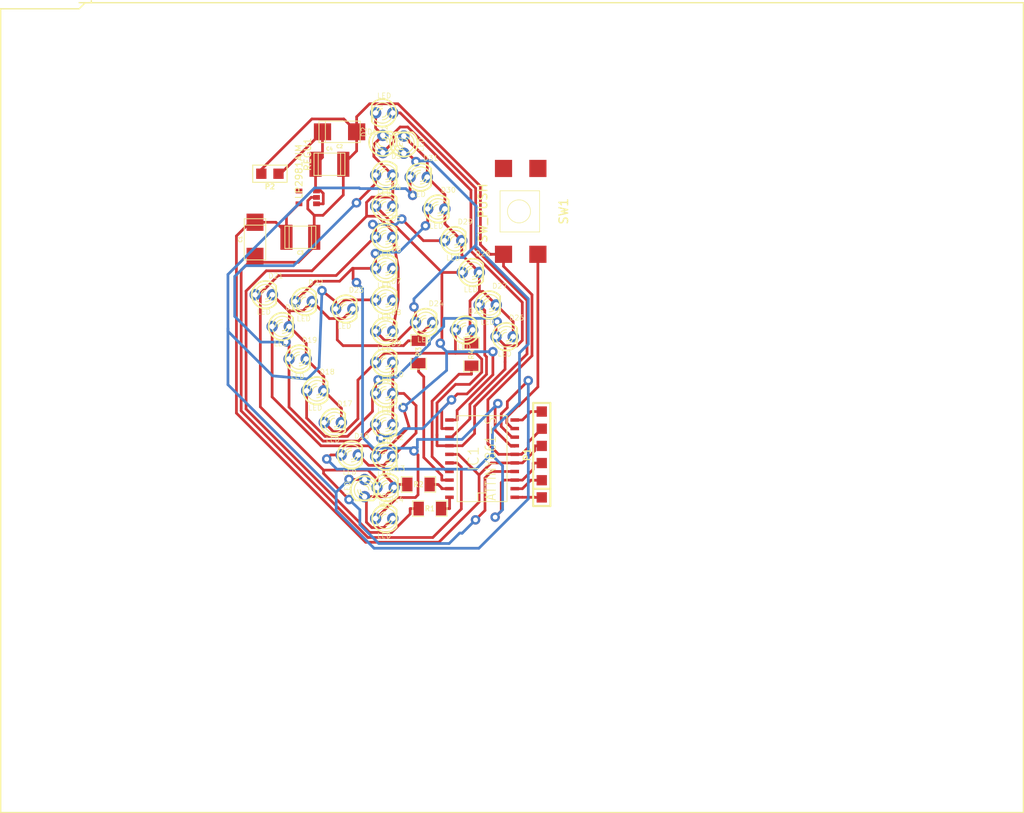
<source format=kicad_pcb>
(kicad_pcb (version 3) (host pcbnew "(2013-may-18)-stable")

  (general
    (links 91)
    (no_connects 0)
    (area 43.199999 13.299999 194.600001 133.600001)
    (thickness 1.6)
    (drawings 8)
    (tracks 489)
    (zones 0)
    (modules 45)
    (nets 24)
  )

  (page A3)
  (layers
    (15 F.Cu signal hide)
    (0 B.Cu signal)
    (16 B.Adhes user)
    (17 F.Adhes user)
    (18 B.Paste user)
    (19 F.Paste user)
    (20 B.SilkS user)
    (21 F.SilkS user)
    (22 B.Mask user)
    (23 F.Mask user)
    (24 Dwgs.User user)
    (25 Cmts.User user)
    (26 Eco1.User user)
    (27 Eco2.User user)
    (28 Edge.Cuts user)
  )

  (setup
    (last_trace_width 0.4)
    (trace_clearance 0.3)
    (zone_clearance 0.508)
    (zone_45_only no)
    (trace_min 0.254)
    (segment_width 0.2)
    (edge_width 0.1)
    (via_size 1.4)
    (via_drill 0.7)
    (via_min_size 0.889)
    (via_min_drill 0.508)
    (uvia_size 0.508)
    (uvia_drill 0.127)
    (uvias_allowed no)
    (uvia_min_size 0.508)
    (uvia_min_drill 0.127)
    (pcb_text_width 0.3)
    (pcb_text_size 1.5 1.5)
    (mod_edge_width 0.15)
    (mod_text_size 1 1)
    (mod_text_width 0.15)
    (pad_size 1.524 1.524)
    (pad_drill 0)
    (pad_to_mask_clearance 0)
    (aux_axis_origin 0 0)
    (visible_elements FFFFFFAF)
    (pcbplotparams
      (layerselection 32769)
      (usegerberextensions true)
      (excludeedgelayer true)
      (linewidth 0.150000)
      (plotframeref false)
      (viasonmask false)
      (mode 1)
      (useauxorigin false)
      (hpglpennumber 1)
      (hpglpenspeed 20)
      (hpglpendiameter 15)
      (hpglpenoverlay 2)
      (psnegative false)
      (psa4output false)
      (plotreference true)
      (plotvalue true)
      (plotothertext true)
      (plotinvisibletext false)
      (padsonsilk false)
      (subtractmaskfromsilk false)
      (outputformat 1)
      (mirror false)
      (drillshape 0)
      (scaleselection 1)
      (outputdirectory gerberit/))
  )

  (net 0 "")
  (net 1 N-000001)
  (net 2 N-0000010)
  (net 3 N-0000011)
  (net 4 N-0000012)
  (net 5 N-0000013)
  (net 6 N-0000014)
  (net 7 N-0000015)
  (net 8 N-0000016)
  (net 9 N-0000017)
  (net 10 N-0000018)
  (net 11 N-000002)
  (net 12 N-0000020)
  (net 13 N-0000021)
  (net 14 N-0000022)
  (net 15 N-0000023)
  (net 16 N-0000024)
  (net 17 N-000003)
  (net 18 N-000004)
  (net 19 N-000005)
  (net 20 N-000006)
  (net 21 N-000007)
  (net 22 N-000008)
  (net 23 N-000009)

  (net_class Default "This is the default net class."
    (clearance 0.3)
    (trace_width 0.4)
    (via_dia 1.4)
    (via_drill 0.7)
    (uvia_dia 0.508)
    (uvia_drill 0.127)
    (add_net "")
    (add_net N-000001)
    (add_net N-0000010)
    (add_net N-0000011)
    (add_net N-0000012)
    (add_net N-0000013)
    (add_net N-0000014)
    (add_net N-0000015)
    (add_net N-0000016)
    (add_net N-0000017)
    (add_net N-0000018)
    (add_net N-000002)
    (add_net N-0000020)
    (add_net N-0000021)
    (add_net N-0000022)
    (add_net N-0000023)
    (add_net N-0000024)
    (add_net N-000003)
    (add_net N-000004)
    (add_net N-000005)
    (add_net N-000006)
    (add_net N-000007)
    (add_net N-000008)
    (add_net N-000009)
  )

  (net_class joo ""
    (clearance 0.3)
    (trace_width 0.4)
    (via_dia 1.4)
    (via_drill 0.7)
    (uvia_dia 0.508)
    (uvia_drill 0.127)
  )

  (module SO20L (layer F.Cu) (tedit 42807090) (tstamp 5460DAD8)
    (at 114.4721 81.144 90)
    (descr "Cms SOJ 20 pins large")
    (tags "CMS SOJ")
    (path /545FB5CE)
    (attr smd)
    (fp_text reference IC1 (at 0 -1.27 90) (layer F.SilkS)
      (effects (font (size 1.524 1.524) (thickness 0.127)))
    )
    (fp_text value ATTINY861-S (at 0 1.27 90) (layer F.SilkS)
      (effects (font (size 1.524 1.27) (thickness 0.127)))
    )
    (fp_line (start 6.35 3.683) (end 6.35 -3.683) (layer F.SilkS) (width 0.127))
    (fp_line (start -6.35 -3.683) (end -6.35 3.683) (layer F.SilkS) (width 0.127))
    (fp_line (start 6.35 3.683) (end -6.35 3.683) (layer F.SilkS) (width 0.127))
    (fp_line (start -6.35 -3.683) (end 6.35 -3.683) (layer F.SilkS) (width 0.127))
    (fp_line (start -6.35 -0.635) (end -5.08 -0.635) (layer F.SilkS) (width 0.127))
    (fp_line (start -5.08 -0.635) (end -5.08 0.635) (layer F.SilkS) (width 0.127))
    (fp_line (start -5.08 0.635) (end -6.35 0.635) (layer F.SilkS) (width 0.127))
    (pad 11 smd rect (at 5.715 -4.826 90) (size 0.508 1.27)
      (layers F.Cu F.Paste F.Mask)
      (net 7 N-0000015)
    )
    (pad 12 smd rect (at 4.445 -4.826 90) (size 0.508 1.27)
      (layers F.Cu F.Paste F.Mask)
      (net 6 N-0000014)
    )
    (pad 13 smd rect (at 3.175 -4.826 90) (size 0.508 1.27)
      (layers F.Cu F.Paste F.Mask)
      (net 2 N-0000010)
    )
    (pad 14 smd rect (at 1.905 -4.826 90) (size 0.508 1.27)
      (layers F.Cu F.Paste F.Mask)
      (net 23 N-000009)
    )
    (pad 15 smd rect (at 0.635 -4.826 90) (size 0.508 1.27)
      (layers F.Cu F.Paste F.Mask)
      (net 10 N-0000018)
    )
    (pad 16 smd rect (at -0.635 -4.826 90) (size 0.508 1.27)
      (layers F.Cu F.Paste F.Mask)
      (net 16 N-0000024)
    )
    (pad 17 smd rect (at -1.905 -4.826 90) (size 0.508 1.27)
      (layers F.Cu F.Paste F.Mask)
      (net 22 N-000008)
    )
    (pad 18 smd rect (at -3.175 -4.826 90) (size 0.508 1.27)
      (layers F.Cu F.Paste F.Mask)
      (net 1 N-000001)
    )
    (pad 19 smd rect (at -4.445 -4.826 90) (size 0.508 1.27)
      (layers F.Cu F.Paste F.Mask)
      (net 11 N-000002)
    )
    (pad 20 smd rect (at -5.715 -4.826 90) (size 0.508 1.27)
      (layers F.Cu F.Paste F.Mask)
      (net 17 N-000003)
    )
    (pad 1 smd rect (at -5.715 4.826 90) (size 0.508 1.27)
      (layers F.Cu F.Paste F.Mask)
      (net 21 N-000007)
    )
    (pad 2 smd rect (at -4.445 4.826 90) (size 0.508 1.27)
      (layers F.Cu F.Paste F.Mask)
      (net 18 N-000004)
    )
    (pad 3 smd rect (at -3.175 4.826 90) (size 0.508 1.27)
      (layers F.Cu F.Paste F.Mask)
      (net 5 N-0000013)
    )
    (pad 4 smd rect (at -1.905 4.826 90) (size 0.508 1.27)
      (layers F.Cu F.Paste F.Mask)
      (net 8 N-0000016)
    )
    (pad 5 smd rect (at -0.635 4.826 90) (size 0.508 1.27)
      (layers F.Cu F.Paste F.Mask)
      (net 10 N-0000018)
    )
    (pad 6 smd rect (at 0.635 4.826 90) (size 0.508 1.27)
      (layers F.Cu F.Paste F.Mask)
      (net 16 N-0000024)
    )
    (pad 7 smd rect (at 1.905 4.826 90) (size 0.508 1.27)
      (layers F.Cu F.Paste F.Mask)
      (net 3 N-0000011)
    )
    (pad 8 smd rect (at 3.175 4.826 90) (size 0.508 1.27)
      (layers F.Cu F.Paste F.Mask)
      (net 4 N-0000012)
    )
    (pad 9 smd rect (at 4.445 4.826 90) (size 0.508 1.27)
      (layers F.Cu F.Paste F.Mask)
      (net 20 N-000006)
    )
    (pad 10 smd rect (at 5.715 4.826 90) (size 0.508 1.27)
      (layers F.Cu F.Paste F.Mask)
      (net 19 N-000005)
    )
    (model smd/cms_so20.wrl
      (at (xyz 0 0 0))
      (scale (xyz 0.5 0.6 0.5))
      (rotate (xyz 0 0 0))
    )
  )

  (module SM1206 (layer F.Cu) (tedit 42806E24) (tstamp 5460DAE4)
    (at 112.9022 65.7437 90)
    (path /545FBE7E)
    (attr smd)
    (fp_text reference R4 (at 0 0 90) (layer F.SilkS)
      (effects (font (size 0.762 0.762) (thickness 0.127)))
    )
    (fp_text value R (at 0 0 90) (layer F.SilkS) hide
      (effects (font (size 0.762 0.762) (thickness 0.127)))
    )
    (fp_line (start -2.54 -1.143) (end -2.54 1.143) (layer F.SilkS) (width 0.127))
    (fp_line (start -2.54 1.143) (end -0.889 1.143) (layer F.SilkS) (width 0.127))
    (fp_line (start 0.889 -1.143) (end 2.54 -1.143) (layer F.SilkS) (width 0.127))
    (fp_line (start 2.54 -1.143) (end 2.54 1.143) (layer F.SilkS) (width 0.127))
    (fp_line (start 2.54 1.143) (end 0.889 1.143) (layer F.SilkS) (width 0.127))
    (fp_line (start -0.889 -1.143) (end -2.54 -1.143) (layer F.SilkS) (width 0.127))
    (pad 1 smd rect (at -1.651 0 90) (size 1.524 2.032)
      (layers F.Cu F.Paste F.Mask)
      (net 22 N-000008)
    )
    (pad 2 smd rect (at 1.651 0 90) (size 1.524 2.032)
      (layers F.Cu F.Paste F.Mask)
      (net 12 N-0000020)
    )
    (model smd/chip_cms.wrl
      (at (xyz 0 0 0))
      (scale (xyz 0.17 0.16 0.16))
      (rotate (xyz 0 0 0))
    )
  )

  (module SM1206 (layer F.Cu) (tedit 42806E24) (tstamp 5460DAF0)
    (at 105.0871 65.3661 90)
    (path /545FBE6F)
    (attr smd)
    (fp_text reference R3 (at 0 0 90) (layer F.SilkS)
      (effects (font (size 0.762 0.762) (thickness 0.127)))
    )
    (fp_text value R (at 0 0 90) (layer F.SilkS) hide
      (effects (font (size 0.762 0.762) (thickness 0.127)))
    )
    (fp_line (start -2.54 -1.143) (end -2.54 1.143) (layer F.SilkS) (width 0.127))
    (fp_line (start -2.54 1.143) (end -0.889 1.143) (layer F.SilkS) (width 0.127))
    (fp_line (start 0.889 -1.143) (end 2.54 -1.143) (layer F.SilkS) (width 0.127))
    (fp_line (start 2.54 -1.143) (end 2.54 1.143) (layer F.SilkS) (width 0.127))
    (fp_line (start 2.54 1.143) (end 0.889 1.143) (layer F.SilkS) (width 0.127))
    (fp_line (start -0.889 -1.143) (end -2.54 -1.143) (layer F.SilkS) (width 0.127))
    (pad 1 smd rect (at -1.651 0 90) (size 1.524 2.032)
      (layers F.Cu F.Paste F.Mask)
      (net 1 N-000001)
    )
    (pad 2 smd rect (at 1.651 0 90) (size 1.524 2.032)
      (layers F.Cu F.Paste F.Mask)
      (net 13 N-0000021)
    )
    (model smd/chip_cms.wrl
      (at (xyz 0 0 0))
      (scale (xyz 0.17 0.16 0.16))
      (rotate (xyz 0 0 0))
    )
  )

  (module SM1206 (layer F.Cu) (tedit 42806E24) (tstamp 5460DAFC)
    (at 105.0678 84.9655 180)
    (path /545FBE60)
    (attr smd)
    (fp_text reference R2 (at 0 0 180) (layer F.SilkS)
      (effects (font (size 0.762 0.762) (thickness 0.127)))
    )
    (fp_text value R (at 0 0 180) (layer F.SilkS) hide
      (effects (font (size 0.762 0.762) (thickness 0.127)))
    )
    (fp_line (start -2.54 -1.143) (end -2.54 1.143) (layer F.SilkS) (width 0.127))
    (fp_line (start -2.54 1.143) (end -0.889 1.143) (layer F.SilkS) (width 0.127))
    (fp_line (start 0.889 -1.143) (end 2.54 -1.143) (layer F.SilkS) (width 0.127))
    (fp_line (start 2.54 -1.143) (end 2.54 1.143) (layer F.SilkS) (width 0.127))
    (fp_line (start 2.54 1.143) (end 0.889 1.143) (layer F.SilkS) (width 0.127))
    (fp_line (start -0.889 -1.143) (end -2.54 -1.143) (layer F.SilkS) (width 0.127))
    (pad 1 smd rect (at -1.651 0 180) (size 1.524 2.032)
      (layers F.Cu F.Paste F.Mask)
      (net 11 N-000002)
    )
    (pad 2 smd rect (at 1.651 0 180) (size 1.524 2.032)
      (layers F.Cu F.Paste F.Mask)
      (net 9 N-0000017)
    )
    (model smd/chip_cms.wrl
      (at (xyz 0 0 0))
      (scale (xyz 0.17 0.16 0.16))
      (rotate (xyz 0 0 0))
    )
  )

  (module SM1206 (layer F.Cu) (tedit 42806E24) (tstamp 5460DB08)
    (at 106.7507 88.5356 180)
    (path /545FBE51)
    (attr smd)
    (fp_text reference R1 (at 0 0 180) (layer F.SilkS)
      (effects (font (size 0.762 0.762) (thickness 0.127)))
    )
    (fp_text value R (at 0 0 180) (layer F.SilkS) hide
      (effects (font (size 0.762 0.762) (thickness 0.127)))
    )
    (fp_line (start -2.54 -1.143) (end -2.54 1.143) (layer F.SilkS) (width 0.127))
    (fp_line (start -2.54 1.143) (end -0.889 1.143) (layer F.SilkS) (width 0.127))
    (fp_line (start 0.889 -1.143) (end 2.54 -1.143) (layer F.SilkS) (width 0.127))
    (fp_line (start 2.54 -1.143) (end 2.54 1.143) (layer F.SilkS) (width 0.127))
    (fp_line (start 2.54 1.143) (end 0.889 1.143) (layer F.SilkS) (width 0.127))
    (fp_line (start -0.889 -1.143) (end -2.54 -1.143) (layer F.SilkS) (width 0.127))
    (pad 1 smd rect (at -1.651 0 180) (size 1.524 2.032)
      (layers F.Cu F.Paste F.Mask)
      (net 17 N-000003)
    )
    (pad 2 smd rect (at 1.651 0 180) (size 1.524 2.032)
      (layers F.Cu F.Paste F.Mask)
      (net 14 N-0000022)
    )
    (model smd/chip_cms.wrl
      (at (xyz 0 0 0))
      (scale (xyz 0.17 0.16 0.16))
      (rotate (xyz 0 0 0))
    )
  )

  (module SalamaNAppi (layer F.Cu) (tedit 545FF69B) (tstamp 5460DB15)
    (at 120.1778 44.5674 90)
    (path /545FE739)
    (fp_text reference SW1 (at 0 6.35 90) (layer F.SilkS)
      (effects (font (size 1.27 1.27) (thickness 0.2032)))
    )
    (fp_text value SW_PUSH (at -0.254 -5.588 90) (layer F.SilkS)
      (effects (font (size 1.27 1.27) (thickness 0.2032)))
    )
    (fp_circle (center 0 -0.254) (end 1.524 0.508) (layer F.SilkS) (width 0.1016))
    (fp_line (start -3.048 -3.048) (end -3.048 2.794) (layer F.SilkS) (width 0.1016))
    (fp_line (start -3.048 2.794) (end 3.048 2.794) (layer F.SilkS) (width 0.1016))
    (fp_line (start 3.048 2.794) (end 3.048 -3.048) (layer F.SilkS) (width 0.1016))
    (fp_line (start 3.048 -3.048) (end -3.048 -3.048) (layer F.SilkS) (width 0.1016))
    (pad 1 smd rect (at -6.35 -2.54 90) (size 2.54 2.54)
      (layers F.Cu F.Paste F.Mask)
      (net 16 N-0000024)
    )
    (pad NC smd rect (at 6.35 -2.54 90) (size 2.54 2.54)
      (layers F.Cu F.Paste F.Mask)
    )
    (pad 2 smd rect (at -6.35 2.54 90) (size 2.54 2.54)
      (layers F.Cu F.Paste F.Mask)
      (net 20 N-000006)
    )
    (pad NC smd rect (at 6.35 2.54 90) (size 2.54 2.54)
      (layers F.Cu F.Paste F.Mask)
    )
  )

  (module SalamaLED (layer F.Cu) (tedit 5460C937) (tstamp 5460DB2E)
    (at 105.9 61)
    (descr "Salama LED")
    (tags "LED led 3mm 3MM 100mil 2,54mm Salama")
    (path /545FB6CD)
    (fp_text reference D24 (at 1.778 -2.794) (layer F.SilkS)
      (effects (font (size 0.762 0.762) (thickness 0.0889)))
    )
    (fp_text value LED (at 0 2.54) (layer F.SilkS)
      (effects (font (size 0.762 0.762) (thickness 0.0889)))
    )
    (fp_line (start 1.8288 1.27) (end 1.8288 -1.27) (layer F.SilkS) (width 0.254))
    (fp_arc (start 0.254 0) (end -1.27 0) (angle 39.8) (layer F.SilkS) (width 0.1524))
    (fp_arc (start 0.254 0) (end -0.88392 1.01092) (angle 41.6) (layer F.SilkS) (width 0.1524))
    (fp_arc (start 0.254 0) (end 1.4097 -0.9906) (angle 40.6) (layer F.SilkS) (width 0.1524))
    (fp_arc (start 0.254 0) (end 1.778 0) (angle 39.8) (layer F.SilkS) (width 0.1524))
    (fp_arc (start 0.254 0) (end 0.254 -1.524) (angle 54.4) (layer F.SilkS) (width 0.1524))
    (fp_arc (start 0.254 0) (end -0.9652 -0.9144) (angle 53.1) (layer F.SilkS) (width 0.1524))
    (fp_arc (start 0.254 0) (end 1.45542 0.93472) (angle 52.1) (layer F.SilkS) (width 0.1524))
    (fp_arc (start 0.254 0) (end 0.254 1.524) (angle 52.1) (layer F.SilkS) (width 0.1524))
    (fp_arc (start 0.254 0) (end -0.381 0) (angle 90) (layer F.SilkS) (width 0.1524))
    (fp_arc (start 0.254 0) (end -0.762 0) (angle 90) (layer F.SilkS) (width 0.1524))
    (fp_arc (start 0.254 0) (end 0.889 0) (angle 90) (layer F.SilkS) (width 0.1524))
    (fp_arc (start 0.254 0) (end 1.27 0) (angle 90) (layer F.SilkS) (width 0.1524))
    (fp_arc (start 0.254 0) (end 0.254 -2.032) (angle 50.1) (layer F.SilkS) (width 0.254))
    (fp_arc (start 0.254 0) (end -1.5367 -0.95504) (angle 61.9) (layer F.SilkS) (width 0.254))
    (fp_arc (start 0.254 0) (end 1.8034 1.31064) (angle 49.7) (layer F.SilkS) (width 0.254))
    (fp_arc (start 0.254 0) (end 0.254 2.032) (angle 60.2) (layer F.SilkS) (width 0.254))
    (fp_arc (start 0.254 0) (end -1.778 0) (angle 28.3) (layer F.SilkS) (width 0.254))
    (fp_arc (start 0.254 0) (end -1.47574 1.06426) (angle 31.6) (layer F.SilkS) (width 0.254))
    (pad 1 thru_hole circle (at -1.27 0) (size 1.6764 1.6764) (drill 0.8128)
      (layers *.Mask F.Cu)
      (net 5 N-0000013)
    )
    (pad 2 thru_hole circle (at 1.27 0) (size 1.6764 1.6764) (drill 0.8128)
      (layers *.Mask F.Cu)
      (net 13 N-0000021)
    )
    (model discret/leds/led3_vertical_verde.wrl
      (at (xyz 0 0 0))
      (scale (xyz 1 1 1))
      (rotate (xyz 0 0 0))
    )
  )

  (module SalamaLED (layer F.Cu) (tedit 5460C937) (tstamp 5460DB47)
    (at 100 48.4)
    (descr "Salama LED")
    (tags "LED led 3mm 3MM 100mil 2,54mm Salama")
    (path /545FB610)
    (fp_text reference D5 (at 1.778 -2.794) (layer F.SilkS)
      (effects (font (size 0.762 0.762) (thickness 0.0889)))
    )
    (fp_text value LED (at 0 2.54) (layer F.SilkS)
      (effects (font (size 0.762 0.762) (thickness 0.0889)))
    )
    (fp_line (start 1.8288 1.27) (end 1.8288 -1.27) (layer F.SilkS) (width 0.254))
    (fp_arc (start 0.254 0) (end -1.27 0) (angle 39.8) (layer F.SilkS) (width 0.1524))
    (fp_arc (start 0.254 0) (end -0.88392 1.01092) (angle 41.6) (layer F.SilkS) (width 0.1524))
    (fp_arc (start 0.254 0) (end 1.4097 -0.9906) (angle 40.6) (layer F.SilkS) (width 0.1524))
    (fp_arc (start 0.254 0) (end 1.778 0) (angle 39.8) (layer F.SilkS) (width 0.1524))
    (fp_arc (start 0.254 0) (end 0.254 -1.524) (angle 54.4) (layer F.SilkS) (width 0.1524))
    (fp_arc (start 0.254 0) (end -0.9652 -0.9144) (angle 53.1) (layer F.SilkS) (width 0.1524))
    (fp_arc (start 0.254 0) (end 1.45542 0.93472) (angle 52.1) (layer F.SilkS) (width 0.1524))
    (fp_arc (start 0.254 0) (end 0.254 1.524) (angle 52.1) (layer F.SilkS) (width 0.1524))
    (fp_arc (start 0.254 0) (end -0.381 0) (angle 90) (layer F.SilkS) (width 0.1524))
    (fp_arc (start 0.254 0) (end -0.762 0) (angle 90) (layer F.SilkS) (width 0.1524))
    (fp_arc (start 0.254 0) (end 0.889 0) (angle 90) (layer F.SilkS) (width 0.1524))
    (fp_arc (start 0.254 0) (end 1.27 0) (angle 90) (layer F.SilkS) (width 0.1524))
    (fp_arc (start 0.254 0) (end 0.254 -2.032) (angle 50.1) (layer F.SilkS) (width 0.254))
    (fp_arc (start 0.254 0) (end -1.5367 -0.95504) (angle 61.9) (layer F.SilkS) (width 0.254))
    (fp_arc (start 0.254 0) (end 1.8034 1.31064) (angle 49.7) (layer F.SilkS) (width 0.254))
    (fp_arc (start 0.254 0) (end 0.254 2.032) (angle 60.2) (layer F.SilkS) (width 0.254))
    (fp_arc (start 0.254 0) (end -1.778 0) (angle 28.3) (layer F.SilkS) (width 0.254))
    (fp_arc (start 0.254 0) (end -1.47574 1.06426) (angle 31.6) (layer F.SilkS) (width 0.254))
    (pad 1 thru_hole circle (at -1.27 0) (size 1.6764 1.6764) (drill 0.8128)
      (layers *.Mask F.Cu)
      (net 8 N-0000016)
    )
    (pad 2 thru_hole circle (at 1.27 0) (size 1.6764 1.6764) (drill 0.8128)
      (layers *.Mask F.Cu)
      (net 14 N-0000022)
    )
    (model discret/leds/led3_vertical_verde.wrl
      (at (xyz 0 0 0))
      (scale (xyz 1 1 1))
      (rotate (xyz 0 0 0))
    )
  )

  (module SalamaLED (layer F.Cu) (tedit 5460C937) (tstamp 5460DB60)
    (at 94.1 59)
    (descr "Salama LED")
    (tags "LED led 3mm 3MM 100mil 2,54mm Salama")
    (path /545FB6D3)
    (fp_text reference D23 (at 1.778 -2.794) (layer F.SilkS)
      (effects (font (size 0.762 0.762) (thickness 0.0889)))
    )
    (fp_text value LED (at 0 2.54) (layer F.SilkS)
      (effects (font (size 0.762 0.762) (thickness 0.0889)))
    )
    (fp_line (start 1.8288 1.27) (end 1.8288 -1.27) (layer F.SilkS) (width 0.254))
    (fp_arc (start 0.254 0) (end -1.27 0) (angle 39.8) (layer F.SilkS) (width 0.1524))
    (fp_arc (start 0.254 0) (end -0.88392 1.01092) (angle 41.6) (layer F.SilkS) (width 0.1524))
    (fp_arc (start 0.254 0) (end 1.4097 -0.9906) (angle 40.6) (layer F.SilkS) (width 0.1524))
    (fp_arc (start 0.254 0) (end 1.778 0) (angle 39.8) (layer F.SilkS) (width 0.1524))
    (fp_arc (start 0.254 0) (end 0.254 -1.524) (angle 54.4) (layer F.SilkS) (width 0.1524))
    (fp_arc (start 0.254 0) (end -0.9652 -0.9144) (angle 53.1) (layer F.SilkS) (width 0.1524))
    (fp_arc (start 0.254 0) (end 1.45542 0.93472) (angle 52.1) (layer F.SilkS) (width 0.1524))
    (fp_arc (start 0.254 0) (end 0.254 1.524) (angle 52.1) (layer F.SilkS) (width 0.1524))
    (fp_arc (start 0.254 0) (end -0.381 0) (angle 90) (layer F.SilkS) (width 0.1524))
    (fp_arc (start 0.254 0) (end -0.762 0) (angle 90) (layer F.SilkS) (width 0.1524))
    (fp_arc (start 0.254 0) (end 0.889 0) (angle 90) (layer F.SilkS) (width 0.1524))
    (fp_arc (start 0.254 0) (end 1.27 0) (angle 90) (layer F.SilkS) (width 0.1524))
    (fp_arc (start 0.254 0) (end 0.254 -2.032) (angle 50.1) (layer F.SilkS) (width 0.254))
    (fp_arc (start 0.254 0) (end -1.5367 -0.95504) (angle 61.9) (layer F.SilkS) (width 0.254))
    (fp_arc (start 0.254 0) (end 1.8034 1.31064) (angle 49.7) (layer F.SilkS) (width 0.254))
    (fp_arc (start 0.254 0) (end 0.254 2.032) (angle 60.2) (layer F.SilkS) (width 0.254))
    (fp_arc (start 0.254 0) (end -1.778 0) (angle 28.3) (layer F.SilkS) (width 0.254))
    (fp_arc (start 0.254 0) (end -1.47574 1.06426) (angle 31.6) (layer F.SilkS) (width 0.254))
    (pad 1 thru_hole circle (at -1.27 0) (size 1.6764 1.6764) (drill 0.8128)
      (layers *.Mask F.Cu)
      (net 4 N-0000012)
    )
    (pad 2 thru_hole circle (at 1.27 0) (size 1.6764 1.6764) (drill 0.8128)
      (layers *.Mask F.Cu)
      (net 13 N-0000021)
    )
    (model discret/leds/led3_vertical_verde.wrl
      (at (xyz 0 0 0))
      (scale (xyz 1 1 1))
      (rotate (xyz 0 0 0))
    )
  )

  (module SalamaLED (layer F.Cu) (tedit 5460C937) (tstamp 5460DB79)
    (at 88.1 57.9)
    (descr "Salama LED")
    (tags "LED led 3mm 3MM 100mil 2,54mm Salama")
    (path /545FB6D9)
    (fp_text reference D22 (at 1.778 -2.794) (layer F.SilkS)
      (effects (font (size 0.762 0.762) (thickness 0.0889)))
    )
    (fp_text value LED (at 0 2.54) (layer F.SilkS)
      (effects (font (size 0.762 0.762) (thickness 0.0889)))
    )
    (fp_line (start 1.8288 1.27) (end 1.8288 -1.27) (layer F.SilkS) (width 0.254))
    (fp_arc (start 0.254 0) (end -1.27 0) (angle 39.8) (layer F.SilkS) (width 0.1524))
    (fp_arc (start 0.254 0) (end -0.88392 1.01092) (angle 41.6) (layer F.SilkS) (width 0.1524))
    (fp_arc (start 0.254 0) (end 1.4097 -0.9906) (angle 40.6) (layer F.SilkS) (width 0.1524))
    (fp_arc (start 0.254 0) (end 1.778 0) (angle 39.8) (layer F.SilkS) (width 0.1524))
    (fp_arc (start 0.254 0) (end 0.254 -1.524) (angle 54.4) (layer F.SilkS) (width 0.1524))
    (fp_arc (start 0.254 0) (end -0.9652 -0.9144) (angle 53.1) (layer F.SilkS) (width 0.1524))
    (fp_arc (start 0.254 0) (end 1.45542 0.93472) (angle 52.1) (layer F.SilkS) (width 0.1524))
    (fp_arc (start 0.254 0) (end 0.254 1.524) (angle 52.1) (layer F.SilkS) (width 0.1524))
    (fp_arc (start 0.254 0) (end -0.381 0) (angle 90) (layer F.SilkS) (width 0.1524))
    (fp_arc (start 0.254 0) (end -0.762 0) (angle 90) (layer F.SilkS) (width 0.1524))
    (fp_arc (start 0.254 0) (end 0.889 0) (angle 90) (layer F.SilkS) (width 0.1524))
    (fp_arc (start 0.254 0) (end 1.27 0) (angle 90) (layer F.SilkS) (width 0.1524))
    (fp_arc (start 0.254 0) (end 0.254 -2.032) (angle 50.1) (layer F.SilkS) (width 0.254))
    (fp_arc (start 0.254 0) (end -1.5367 -0.95504) (angle 61.9) (layer F.SilkS) (width 0.254))
    (fp_arc (start 0.254 0) (end 1.8034 1.31064) (angle 49.7) (layer F.SilkS) (width 0.254))
    (fp_arc (start 0.254 0) (end 0.254 2.032) (angle 60.2) (layer F.SilkS) (width 0.254))
    (fp_arc (start 0.254 0) (end -1.778 0) (angle 28.3) (layer F.SilkS) (width 0.254))
    (fp_arc (start 0.254 0) (end -1.47574 1.06426) (angle 31.6) (layer F.SilkS) (width 0.254))
    (pad 1 thru_hole circle (at -1.27 0) (size 1.6764 1.6764) (drill 0.8128)
      (layers *.Mask F.Cu)
      (net 3 N-0000011)
    )
    (pad 2 thru_hole circle (at 1.27 0) (size 1.6764 1.6764) (drill 0.8128)
      (layers *.Mask F.Cu)
      (net 13 N-0000021)
    )
    (model discret/leds/led3_vertical_verde.wrl
      (at (xyz 0 0 0))
      (scale (xyz 1 1 1))
      (rotate (xyz 0 0 0))
    )
  )

  (module SalamaLED (layer F.Cu) (tedit 5460C937) (tstamp 5460DB92)
    (at 89.8 71.1)
    (descr "Salama LED")
    (tags "LED led 3mm 3MM 100mil 2,54mm Salama")
    (path /545FB6DF)
    (fp_text reference D18 (at 1.778 -2.794) (layer F.SilkS)
      (effects (font (size 0.762 0.762) (thickness 0.0889)))
    )
    (fp_text value LED (at 0 2.54) (layer F.SilkS)
      (effects (font (size 0.762 0.762) (thickness 0.0889)))
    )
    (fp_line (start 1.8288 1.27) (end 1.8288 -1.27) (layer F.SilkS) (width 0.254))
    (fp_arc (start 0.254 0) (end -1.27 0) (angle 39.8) (layer F.SilkS) (width 0.1524))
    (fp_arc (start 0.254 0) (end -0.88392 1.01092) (angle 41.6) (layer F.SilkS) (width 0.1524))
    (fp_arc (start 0.254 0) (end 1.4097 -0.9906) (angle 40.6) (layer F.SilkS) (width 0.1524))
    (fp_arc (start 0.254 0) (end 1.778 0) (angle 39.8) (layer F.SilkS) (width 0.1524))
    (fp_arc (start 0.254 0) (end 0.254 -1.524) (angle 54.4) (layer F.SilkS) (width 0.1524))
    (fp_arc (start 0.254 0) (end -0.9652 -0.9144) (angle 53.1) (layer F.SilkS) (width 0.1524))
    (fp_arc (start 0.254 0) (end 1.45542 0.93472) (angle 52.1) (layer F.SilkS) (width 0.1524))
    (fp_arc (start 0.254 0) (end 0.254 1.524) (angle 52.1) (layer F.SilkS) (width 0.1524))
    (fp_arc (start 0.254 0) (end -0.381 0) (angle 90) (layer F.SilkS) (width 0.1524))
    (fp_arc (start 0.254 0) (end -0.762 0) (angle 90) (layer F.SilkS) (width 0.1524))
    (fp_arc (start 0.254 0) (end 0.889 0) (angle 90) (layer F.SilkS) (width 0.1524))
    (fp_arc (start 0.254 0) (end 1.27 0) (angle 90) (layer F.SilkS) (width 0.1524))
    (fp_arc (start 0.254 0) (end 0.254 -2.032) (angle 50.1) (layer F.SilkS) (width 0.254))
    (fp_arc (start 0.254 0) (end -1.5367 -0.95504) (angle 61.9) (layer F.SilkS) (width 0.254))
    (fp_arc (start 0.254 0) (end 1.8034 1.31064) (angle 49.7) (layer F.SilkS) (width 0.254))
    (fp_arc (start 0.254 0) (end 0.254 2.032) (angle 60.2) (layer F.SilkS) (width 0.254))
    (fp_arc (start 0.254 0) (end -1.778 0) (angle 28.3) (layer F.SilkS) (width 0.254))
    (fp_arc (start 0.254 0) (end -1.47574 1.06426) (angle 31.6) (layer F.SilkS) (width 0.254))
    (pad 1 thru_hole circle (at -1.27 0) (size 1.6764 1.6764) (drill 0.8128)
      (layers *.Mask F.Cu)
      (net 2 N-0000010)
    )
    (pad 2 thru_hole circle (at 1.27 0) (size 1.6764 1.6764) (drill 0.8128)
      (layers *.Mask F.Cu)
      (net 13 N-0000021)
    )
    (model discret/leds/led3_vertical_verde.wrl
      (at (xyz 0 0 0))
      (scale (xyz 1 1 1))
      (rotate (xyz 0 0 0))
    )
  )

  (module SalamaLED (layer F.Cu) (tedit 5460C937) (tstamp 5460DBAB)
    (at 92.4 75.8)
    (descr "Salama LED")
    (tags "LED led 3mm 3MM 100mil 2,54mm Salama")
    (path /545FB6E5)
    (fp_text reference D17 (at 1.778 -2.794) (layer F.SilkS)
      (effects (font (size 0.762 0.762) (thickness 0.0889)))
    )
    (fp_text value LED (at 0 2.54) (layer F.SilkS)
      (effects (font (size 0.762 0.762) (thickness 0.0889)))
    )
    (fp_line (start 1.8288 1.27) (end 1.8288 -1.27) (layer F.SilkS) (width 0.254))
    (fp_arc (start 0.254 0) (end -1.27 0) (angle 39.8) (layer F.SilkS) (width 0.1524))
    (fp_arc (start 0.254 0) (end -0.88392 1.01092) (angle 41.6) (layer F.SilkS) (width 0.1524))
    (fp_arc (start 0.254 0) (end 1.4097 -0.9906) (angle 40.6) (layer F.SilkS) (width 0.1524))
    (fp_arc (start 0.254 0) (end 1.778 0) (angle 39.8) (layer F.SilkS) (width 0.1524))
    (fp_arc (start 0.254 0) (end 0.254 -1.524) (angle 54.4) (layer F.SilkS) (width 0.1524))
    (fp_arc (start 0.254 0) (end -0.9652 -0.9144) (angle 53.1) (layer F.SilkS) (width 0.1524))
    (fp_arc (start 0.254 0) (end 1.45542 0.93472) (angle 52.1) (layer F.SilkS) (width 0.1524))
    (fp_arc (start 0.254 0) (end 0.254 1.524) (angle 52.1) (layer F.SilkS) (width 0.1524))
    (fp_arc (start 0.254 0) (end -0.381 0) (angle 90) (layer F.SilkS) (width 0.1524))
    (fp_arc (start 0.254 0) (end -0.762 0) (angle 90) (layer F.SilkS) (width 0.1524))
    (fp_arc (start 0.254 0) (end 0.889 0) (angle 90) (layer F.SilkS) (width 0.1524))
    (fp_arc (start 0.254 0) (end 1.27 0) (angle 90) (layer F.SilkS) (width 0.1524))
    (fp_arc (start 0.254 0) (end 0.254 -2.032) (angle 50.1) (layer F.SilkS) (width 0.254))
    (fp_arc (start 0.254 0) (end -1.5367 -0.95504) (angle 61.9) (layer F.SilkS) (width 0.254))
    (fp_arc (start 0.254 0) (end 1.8034 1.31064) (angle 49.7) (layer F.SilkS) (width 0.254))
    (fp_arc (start 0.254 0) (end 0.254 2.032) (angle 60.2) (layer F.SilkS) (width 0.254))
    (fp_arc (start 0.254 0) (end -1.778 0) (angle 28.3) (layer F.SilkS) (width 0.254))
    (fp_arc (start 0.254 0) (end -1.47574 1.06426) (angle 31.6) (layer F.SilkS) (width 0.254))
    (pad 1 thru_hole circle (at -1.27 0) (size 1.6764 1.6764) (drill 0.8128)
      (layers *.Mask F.Cu)
      (net 23 N-000009)
    )
    (pad 2 thru_hole circle (at 1.27 0) (size 1.6764 1.6764) (drill 0.8128)
      (layers *.Mask F.Cu)
      (net 13 N-0000021)
    )
    (model discret/leds/led3_vertical_verde.wrl
      (at (xyz 0 0 0))
      (scale (xyz 1 1 1))
      (rotate (xyz 0 0 0))
    )
  )

  (module SalamaLED (layer F.Cu) (tedit 5460C937) (tstamp 5460DBC4)
    (at 110.2 48.9)
    (descr "Salama LED")
    (tags "LED led 3mm 3MM 100mil 2,54mm Salama")
    (path /545FB6EB)
    (fp_text reference D29 (at 1.778 -2.794) (layer F.SilkS)
      (effects (font (size 0.762 0.762) (thickness 0.0889)))
    )
    (fp_text value LED (at 0 2.54) (layer F.SilkS)
      (effects (font (size 0.762 0.762) (thickness 0.0889)))
    )
    (fp_line (start 1.8288 1.27) (end 1.8288 -1.27) (layer F.SilkS) (width 0.254))
    (fp_arc (start 0.254 0) (end -1.27 0) (angle 39.8) (layer F.SilkS) (width 0.1524))
    (fp_arc (start 0.254 0) (end -0.88392 1.01092) (angle 41.6) (layer F.SilkS) (width 0.1524))
    (fp_arc (start 0.254 0) (end 1.4097 -0.9906) (angle 40.6) (layer F.SilkS) (width 0.1524))
    (fp_arc (start 0.254 0) (end 1.778 0) (angle 39.8) (layer F.SilkS) (width 0.1524))
    (fp_arc (start 0.254 0) (end 0.254 -1.524) (angle 54.4) (layer F.SilkS) (width 0.1524))
    (fp_arc (start 0.254 0) (end -0.9652 -0.9144) (angle 53.1) (layer F.SilkS) (width 0.1524))
    (fp_arc (start 0.254 0) (end 1.45542 0.93472) (angle 52.1) (layer F.SilkS) (width 0.1524))
    (fp_arc (start 0.254 0) (end 0.254 1.524) (angle 52.1) (layer F.SilkS) (width 0.1524))
    (fp_arc (start 0.254 0) (end -0.381 0) (angle 90) (layer F.SilkS) (width 0.1524))
    (fp_arc (start 0.254 0) (end -0.762 0) (angle 90) (layer F.SilkS) (width 0.1524))
    (fp_arc (start 0.254 0) (end 0.889 0) (angle 90) (layer F.SilkS) (width 0.1524))
    (fp_arc (start 0.254 0) (end 1.27 0) (angle 90) (layer F.SilkS) (width 0.1524))
    (fp_arc (start 0.254 0) (end 0.254 -2.032) (angle 50.1) (layer F.SilkS) (width 0.254))
    (fp_arc (start 0.254 0) (end -1.5367 -0.95504) (angle 61.9) (layer F.SilkS) (width 0.254))
    (fp_arc (start 0.254 0) (end 1.8034 1.31064) (angle 49.7) (layer F.SilkS) (width 0.254))
    (fp_arc (start 0.254 0) (end 0.254 2.032) (angle 60.2) (layer F.SilkS) (width 0.254))
    (fp_arc (start 0.254 0) (end -1.778 0) (angle 28.3) (layer F.SilkS) (width 0.254))
    (fp_arc (start 0.254 0) (end -1.47574 1.06426) (angle 31.6) (layer F.SilkS) (width 0.254))
    (pad 1 thru_hole circle (at -1.27 0) (size 1.6764 1.6764) (drill 0.8128)
      (layers *.Mask F.Cu)
      (net 8 N-0000016)
    )
    (pad 2 thru_hole circle (at 1.27 0) (size 1.6764 1.6764) (drill 0.8128)
      (layers *.Mask F.Cu)
      (net 12 N-0000020)
    )
    (model discret/leds/led3_vertical_verde.wrl
      (at (xyz 0 0 0))
      (scale (xyz 1 1 1))
      (rotate (xyz 0 0 0))
    )
  )

  (module SalamaLED (layer F.Cu) (tedit 5460C937) (tstamp 5460DBDD)
    (at 112.8 53.6)
    (descr "Salama LED")
    (tags "LED led 3mm 3MM 100mil 2,54mm Salama")
    (path /545FB6F1)
    (fp_text reference D28 (at 1.778 -2.794) (layer F.SilkS)
      (effects (font (size 0.762 0.762) (thickness 0.0889)))
    )
    (fp_text value LED (at 0 2.54) (layer F.SilkS)
      (effects (font (size 0.762 0.762) (thickness 0.0889)))
    )
    (fp_line (start 1.8288 1.27) (end 1.8288 -1.27) (layer F.SilkS) (width 0.254))
    (fp_arc (start 0.254 0) (end -1.27 0) (angle 39.8) (layer F.SilkS) (width 0.1524))
    (fp_arc (start 0.254 0) (end -0.88392 1.01092) (angle 41.6) (layer F.SilkS) (width 0.1524))
    (fp_arc (start 0.254 0) (end 1.4097 -0.9906) (angle 40.6) (layer F.SilkS) (width 0.1524))
    (fp_arc (start 0.254 0) (end 1.778 0) (angle 39.8) (layer F.SilkS) (width 0.1524))
    (fp_arc (start 0.254 0) (end 0.254 -1.524) (angle 54.4) (layer F.SilkS) (width 0.1524))
    (fp_arc (start 0.254 0) (end -0.9652 -0.9144) (angle 53.1) (layer F.SilkS) (width 0.1524))
    (fp_arc (start 0.254 0) (end 1.45542 0.93472) (angle 52.1) (layer F.SilkS) (width 0.1524))
    (fp_arc (start 0.254 0) (end 0.254 1.524) (angle 52.1) (layer F.SilkS) (width 0.1524))
    (fp_arc (start 0.254 0) (end -0.381 0) (angle 90) (layer F.SilkS) (width 0.1524))
    (fp_arc (start 0.254 0) (end -0.762 0) (angle 90) (layer F.SilkS) (width 0.1524))
    (fp_arc (start 0.254 0) (end 0.889 0) (angle 90) (layer F.SilkS) (width 0.1524))
    (fp_arc (start 0.254 0) (end 1.27 0) (angle 90) (layer F.SilkS) (width 0.1524))
    (fp_arc (start 0.254 0) (end 0.254 -2.032) (angle 50.1) (layer F.SilkS) (width 0.254))
    (fp_arc (start 0.254 0) (end -1.5367 -0.95504) (angle 61.9) (layer F.SilkS) (width 0.254))
    (fp_arc (start 0.254 0) (end 1.8034 1.31064) (angle 49.7) (layer F.SilkS) (width 0.254))
    (fp_arc (start 0.254 0) (end 0.254 2.032) (angle 60.2) (layer F.SilkS) (width 0.254))
    (fp_arc (start 0.254 0) (end -1.778 0) (angle 28.3) (layer F.SilkS) (width 0.254))
    (fp_arc (start 0.254 0) (end -1.47574 1.06426) (angle 31.6) (layer F.SilkS) (width 0.254))
    (pad 1 thru_hole circle (at -1.27 0) (size 1.6764 1.6764) (drill 0.8128)
      (layers *.Mask F.Cu)
      (net 7 N-0000015)
    )
    (pad 2 thru_hole circle (at 1.27 0) (size 1.6764 1.6764) (drill 0.8128)
      (layers *.Mask F.Cu)
      (net 12 N-0000020)
    )
    (model discret/leds/led3_vertical_verde.wrl
      (at (xyz 0 0 0))
      (scale (xyz 1 1 1))
      (rotate (xyz 0 0 0))
    )
  )

  (module SalamaLED (layer F.Cu) (tedit 5460C937) (tstamp 5460DBF6)
    (at 115.3 58.4)
    (descr "Salama LED")
    (tags "LED led 3mm 3MM 100mil 2,54mm Salama")
    (path /545FB6F7)
    (fp_text reference D27 (at 1.778 -2.794) (layer F.SilkS)
      (effects (font (size 0.762 0.762) (thickness 0.0889)))
    )
    (fp_text value LED (at 0 2.54) (layer F.SilkS)
      (effects (font (size 0.762 0.762) (thickness 0.0889)))
    )
    (fp_line (start 1.8288 1.27) (end 1.8288 -1.27) (layer F.SilkS) (width 0.254))
    (fp_arc (start 0.254 0) (end -1.27 0) (angle 39.8) (layer F.SilkS) (width 0.1524))
    (fp_arc (start 0.254 0) (end -0.88392 1.01092) (angle 41.6) (layer F.SilkS) (width 0.1524))
    (fp_arc (start 0.254 0) (end 1.4097 -0.9906) (angle 40.6) (layer F.SilkS) (width 0.1524))
    (fp_arc (start 0.254 0) (end 1.778 0) (angle 39.8) (layer F.SilkS) (width 0.1524))
    (fp_arc (start 0.254 0) (end 0.254 -1.524) (angle 54.4) (layer F.SilkS) (width 0.1524))
    (fp_arc (start 0.254 0) (end -0.9652 -0.9144) (angle 53.1) (layer F.SilkS) (width 0.1524))
    (fp_arc (start 0.254 0) (end 1.45542 0.93472) (angle 52.1) (layer F.SilkS) (width 0.1524))
    (fp_arc (start 0.254 0) (end 0.254 1.524) (angle 52.1) (layer F.SilkS) (width 0.1524))
    (fp_arc (start 0.254 0) (end -0.381 0) (angle 90) (layer F.SilkS) (width 0.1524))
    (fp_arc (start 0.254 0) (end -0.762 0) (angle 90) (layer F.SilkS) (width 0.1524))
    (fp_arc (start 0.254 0) (end 0.889 0) (angle 90) (layer F.SilkS) (width 0.1524))
    (fp_arc (start 0.254 0) (end 1.27 0) (angle 90) (layer F.SilkS) (width 0.1524))
    (fp_arc (start 0.254 0) (end 0.254 -2.032) (angle 50.1) (layer F.SilkS) (width 0.254))
    (fp_arc (start 0.254 0) (end -1.5367 -0.95504) (angle 61.9) (layer F.SilkS) (width 0.254))
    (fp_arc (start 0.254 0) (end 1.8034 1.31064) (angle 49.7) (layer F.SilkS) (width 0.254))
    (fp_arc (start 0.254 0) (end 0.254 2.032) (angle 60.2) (layer F.SilkS) (width 0.254))
    (fp_arc (start 0.254 0) (end -1.778 0) (angle 28.3) (layer F.SilkS) (width 0.254))
    (fp_arc (start 0.254 0) (end -1.47574 1.06426) (angle 31.6) (layer F.SilkS) (width 0.254))
    (pad 1 thru_hole circle (at -1.27 0) (size 1.6764 1.6764) (drill 0.8128)
      (layers *.Mask F.Cu)
      (net 6 N-0000014)
    )
    (pad 2 thru_hole circle (at 1.27 0) (size 1.6764 1.6764) (drill 0.8128)
      (layers *.Mask F.Cu)
      (net 12 N-0000020)
    )
    (model discret/leds/led3_vertical_verde.wrl
      (at (xyz 0 0 0))
      (scale (xyz 1 1 1))
      (rotate (xyz 0 0 0))
    )
  )

  (module SalamaLED (layer F.Cu) (tedit 5460C937) (tstamp 5460DC0F)
    (at 102.9 34.7 90)
    (descr "Salama LED")
    (tags "LED led 3mm 3MM 100mil 2,54mm Salama")
    (path /545FB6FD)
    (fp_text reference D32 (at 1.778 -2.794 90) (layer F.SilkS)
      (effects (font (size 0.762 0.762) (thickness 0.0889)))
    )
    (fp_text value LED (at 0 2.54 90) (layer F.SilkS)
      (effects (font (size 0.762 0.762) (thickness 0.0889)))
    )
    (fp_line (start 1.8288 1.27) (end 1.8288 -1.27) (layer F.SilkS) (width 0.254))
    (fp_arc (start 0.254 0) (end -1.27 0) (angle 39.8) (layer F.SilkS) (width 0.1524))
    (fp_arc (start 0.254 0) (end -0.88392 1.01092) (angle 41.6) (layer F.SilkS) (width 0.1524))
    (fp_arc (start 0.254 0) (end 1.4097 -0.9906) (angle 40.6) (layer F.SilkS) (width 0.1524))
    (fp_arc (start 0.254 0) (end 1.778 0) (angle 39.8) (layer F.SilkS) (width 0.1524))
    (fp_arc (start 0.254 0) (end 0.254 -1.524) (angle 54.4) (layer F.SilkS) (width 0.1524))
    (fp_arc (start 0.254 0) (end -0.9652 -0.9144) (angle 53.1) (layer F.SilkS) (width 0.1524))
    (fp_arc (start 0.254 0) (end 1.45542 0.93472) (angle 52.1) (layer F.SilkS) (width 0.1524))
    (fp_arc (start 0.254 0) (end 0.254 1.524) (angle 52.1) (layer F.SilkS) (width 0.1524))
    (fp_arc (start 0.254 0) (end -0.381 0) (angle 90) (layer F.SilkS) (width 0.1524))
    (fp_arc (start 0.254 0) (end -0.762 0) (angle 90) (layer F.SilkS) (width 0.1524))
    (fp_arc (start 0.254 0) (end 0.889 0) (angle 90) (layer F.SilkS) (width 0.1524))
    (fp_arc (start 0.254 0) (end 1.27 0) (angle 90) (layer F.SilkS) (width 0.1524))
    (fp_arc (start 0.254 0) (end 0.254 -2.032) (angle 50.1) (layer F.SilkS) (width 0.254))
    (fp_arc (start 0.254 0) (end -1.5367 -0.95504) (angle 61.9) (layer F.SilkS) (width 0.254))
    (fp_arc (start 0.254 0) (end 1.8034 1.31064) (angle 49.7) (layer F.SilkS) (width 0.254))
    (fp_arc (start 0.254 0) (end 0.254 2.032) (angle 60.2) (layer F.SilkS) (width 0.254))
    (fp_arc (start 0.254 0) (end -1.778 0) (angle 28.3) (layer F.SilkS) (width 0.254))
    (fp_arc (start 0.254 0) (end -1.47574 1.06426) (angle 31.6) (layer F.SilkS) (width 0.254))
    (pad 1 thru_hole circle (at -1.27 0 90) (size 1.6764 1.6764) (drill 0.8128)
      (layers *.Mask F.Cu)
      (net 5 N-0000013)
    )
    (pad 2 thru_hole circle (at 1.27 0 90) (size 1.6764 1.6764) (drill 0.8128)
      (layers *.Mask F.Cu)
      (net 12 N-0000020)
    )
    (model discret/leds/led3_vertical_verde.wrl
      (at (xyz 0 0 0))
      (scale (xyz 1 1 1))
      (rotate (xyz 0 0 0))
    )
  )

  (module SalamaLED (layer F.Cu) (tedit 5460C937) (tstamp 5460DC28)
    (at 105.1 39.5)
    (descr "Salama LED")
    (tags "LED led 3mm 3MM 100mil 2,54mm Salama")
    (path /545FB703)
    (fp_text reference D31 (at 1.778 -2.794) (layer F.SilkS)
      (effects (font (size 0.762 0.762) (thickness 0.0889)))
    )
    (fp_text value LED (at 0 2.54) (layer F.SilkS)
      (effects (font (size 0.762 0.762) (thickness 0.0889)))
    )
    (fp_line (start 1.8288 1.27) (end 1.8288 -1.27) (layer F.SilkS) (width 0.254))
    (fp_arc (start 0.254 0) (end -1.27 0) (angle 39.8) (layer F.SilkS) (width 0.1524))
    (fp_arc (start 0.254 0) (end -0.88392 1.01092) (angle 41.6) (layer F.SilkS) (width 0.1524))
    (fp_arc (start 0.254 0) (end 1.4097 -0.9906) (angle 40.6) (layer F.SilkS) (width 0.1524))
    (fp_arc (start 0.254 0) (end 1.778 0) (angle 39.8) (layer F.SilkS) (width 0.1524))
    (fp_arc (start 0.254 0) (end 0.254 -1.524) (angle 54.4) (layer F.SilkS) (width 0.1524))
    (fp_arc (start 0.254 0) (end -0.9652 -0.9144) (angle 53.1) (layer F.SilkS) (width 0.1524))
    (fp_arc (start 0.254 0) (end 1.45542 0.93472) (angle 52.1) (layer F.SilkS) (width 0.1524))
    (fp_arc (start 0.254 0) (end 0.254 1.524) (angle 52.1) (layer F.SilkS) (width 0.1524))
    (fp_arc (start 0.254 0) (end -0.381 0) (angle 90) (layer F.SilkS) (width 0.1524))
    (fp_arc (start 0.254 0) (end -0.762 0) (angle 90) (layer F.SilkS) (width 0.1524))
    (fp_arc (start 0.254 0) (end 0.889 0) (angle 90) (layer F.SilkS) (width 0.1524))
    (fp_arc (start 0.254 0) (end 1.27 0) (angle 90) (layer F.SilkS) (width 0.1524))
    (fp_arc (start 0.254 0) (end 0.254 -2.032) (angle 50.1) (layer F.SilkS) (width 0.254))
    (fp_arc (start 0.254 0) (end -1.5367 -0.95504) (angle 61.9) (layer F.SilkS) (width 0.254))
    (fp_arc (start 0.254 0) (end 1.8034 1.31064) (angle 49.7) (layer F.SilkS) (width 0.254))
    (fp_arc (start 0.254 0) (end 0.254 2.032) (angle 60.2) (layer F.SilkS) (width 0.254))
    (fp_arc (start 0.254 0) (end -1.778 0) (angle 28.3) (layer F.SilkS) (width 0.254))
    (fp_arc (start 0.254 0) (end -1.47574 1.06426) (angle 31.6) (layer F.SilkS) (width 0.254))
    (pad 1 thru_hole circle (at -1.27 0) (size 1.6764 1.6764) (drill 0.8128)
      (layers *.Mask F.Cu)
      (net 4 N-0000012)
    )
    (pad 2 thru_hole circle (at 1.27 0) (size 1.6764 1.6764) (drill 0.8128)
      (layers *.Mask F.Cu)
      (net 12 N-0000020)
    )
    (model discret/leds/led3_vertical_verde.wrl
      (at (xyz 0 0 0))
      (scale (xyz 1 1 1))
      (rotate (xyz 0 0 0))
    )
  )

  (module SalamaLED (layer F.Cu) (tedit 5460C937) (tstamp 5460DC41)
    (at 107.7 44.2)
    (descr "Salama LED")
    (tags "LED led 3mm 3MM 100mil 2,54mm Salama")
    (path /545FB709)
    (fp_text reference D30 (at 1.778 -2.794) (layer F.SilkS)
      (effects (font (size 0.762 0.762) (thickness 0.0889)))
    )
    (fp_text value LED (at 0 2.54) (layer F.SilkS)
      (effects (font (size 0.762 0.762) (thickness 0.0889)))
    )
    (fp_line (start 1.8288 1.27) (end 1.8288 -1.27) (layer F.SilkS) (width 0.254))
    (fp_arc (start 0.254 0) (end -1.27 0) (angle 39.8) (layer F.SilkS) (width 0.1524))
    (fp_arc (start 0.254 0) (end -0.88392 1.01092) (angle 41.6) (layer F.SilkS) (width 0.1524))
    (fp_arc (start 0.254 0) (end 1.4097 -0.9906) (angle 40.6) (layer F.SilkS) (width 0.1524))
    (fp_arc (start 0.254 0) (end 1.778 0) (angle 39.8) (layer F.SilkS) (width 0.1524))
    (fp_arc (start 0.254 0) (end 0.254 -1.524) (angle 54.4) (layer F.SilkS) (width 0.1524))
    (fp_arc (start 0.254 0) (end -0.9652 -0.9144) (angle 53.1) (layer F.SilkS) (width 0.1524))
    (fp_arc (start 0.254 0) (end 1.45542 0.93472) (angle 52.1) (layer F.SilkS) (width 0.1524))
    (fp_arc (start 0.254 0) (end 0.254 1.524) (angle 52.1) (layer F.SilkS) (width 0.1524))
    (fp_arc (start 0.254 0) (end -0.381 0) (angle 90) (layer F.SilkS) (width 0.1524))
    (fp_arc (start 0.254 0) (end -0.762 0) (angle 90) (layer F.SilkS) (width 0.1524))
    (fp_arc (start 0.254 0) (end 0.889 0) (angle 90) (layer F.SilkS) (width 0.1524))
    (fp_arc (start 0.254 0) (end 1.27 0) (angle 90) (layer F.SilkS) (width 0.1524))
    (fp_arc (start 0.254 0) (end 0.254 -2.032) (angle 50.1) (layer F.SilkS) (width 0.254))
    (fp_arc (start 0.254 0) (end -1.5367 -0.95504) (angle 61.9) (layer F.SilkS) (width 0.254))
    (fp_arc (start 0.254 0) (end 1.8034 1.31064) (angle 49.7) (layer F.SilkS) (width 0.254))
    (fp_arc (start 0.254 0) (end 0.254 2.032) (angle 60.2) (layer F.SilkS) (width 0.254))
    (fp_arc (start 0.254 0) (end -1.778 0) (angle 28.3) (layer F.SilkS) (width 0.254))
    (fp_arc (start 0.254 0) (end -1.47574 1.06426) (angle 31.6) (layer F.SilkS) (width 0.254))
    (pad 1 thru_hole circle (at -1.27 0) (size 1.6764 1.6764) (drill 0.8128)
      (layers *.Mask F.Cu)
      (net 3 N-0000011)
    )
    (pad 2 thru_hole circle (at 1.27 0) (size 1.6764 1.6764) (drill 0.8128)
      (layers *.Mask F.Cu)
      (net 12 N-0000020)
    )
    (model discret/leds/led3_vertical_verde.wrl
      (at (xyz 0 0 0))
      (scale (xyz 1 1 1))
      (rotate (xyz 0 0 0))
    )
  )

  (module SalamaLED (layer F.Cu) (tedit 5460C937) (tstamp 5460DC5A)
    (at 117.8 63.1)
    (descr "Salama LED")
    (tags "LED led 3mm 3MM 100mil 2,54mm Salama")
    (path /545FB70F)
    (fp_text reference D26 (at 1.778 -2.794) (layer F.SilkS)
      (effects (font (size 0.762 0.762) (thickness 0.0889)))
    )
    (fp_text value LED (at 0 2.54) (layer F.SilkS)
      (effects (font (size 0.762 0.762) (thickness 0.0889)))
    )
    (fp_line (start 1.8288 1.27) (end 1.8288 -1.27) (layer F.SilkS) (width 0.254))
    (fp_arc (start 0.254 0) (end -1.27 0) (angle 39.8) (layer F.SilkS) (width 0.1524))
    (fp_arc (start 0.254 0) (end -0.88392 1.01092) (angle 41.6) (layer F.SilkS) (width 0.1524))
    (fp_arc (start 0.254 0) (end 1.4097 -0.9906) (angle 40.6) (layer F.SilkS) (width 0.1524))
    (fp_arc (start 0.254 0) (end 1.778 0) (angle 39.8) (layer F.SilkS) (width 0.1524))
    (fp_arc (start 0.254 0) (end 0.254 -1.524) (angle 54.4) (layer F.SilkS) (width 0.1524))
    (fp_arc (start 0.254 0) (end -0.9652 -0.9144) (angle 53.1) (layer F.SilkS) (width 0.1524))
    (fp_arc (start 0.254 0) (end 1.45542 0.93472) (angle 52.1) (layer F.SilkS) (width 0.1524))
    (fp_arc (start 0.254 0) (end 0.254 1.524) (angle 52.1) (layer F.SilkS) (width 0.1524))
    (fp_arc (start 0.254 0) (end -0.381 0) (angle 90) (layer F.SilkS) (width 0.1524))
    (fp_arc (start 0.254 0) (end -0.762 0) (angle 90) (layer F.SilkS) (width 0.1524))
    (fp_arc (start 0.254 0) (end 0.889 0) (angle 90) (layer F.SilkS) (width 0.1524))
    (fp_arc (start 0.254 0) (end 1.27 0) (angle 90) (layer F.SilkS) (width 0.1524))
    (fp_arc (start 0.254 0) (end 0.254 -2.032) (angle 50.1) (layer F.SilkS) (width 0.254))
    (fp_arc (start 0.254 0) (end -1.5367 -0.95504) (angle 61.9) (layer F.SilkS) (width 0.254))
    (fp_arc (start 0.254 0) (end 1.8034 1.31064) (angle 49.7) (layer F.SilkS) (width 0.254))
    (fp_arc (start 0.254 0) (end 0.254 2.032) (angle 60.2) (layer F.SilkS) (width 0.254))
    (fp_arc (start 0.254 0) (end -1.778 0) (angle 28.3) (layer F.SilkS) (width 0.254))
    (fp_arc (start 0.254 0) (end -1.47574 1.06426) (angle 31.6) (layer F.SilkS) (width 0.254))
    (pad 1 thru_hole circle (at -1.27 0) (size 1.6764 1.6764) (drill 0.8128)
      (layers *.Mask F.Cu)
      (net 2 N-0000010)
    )
    (pad 2 thru_hole circle (at 1.27 0) (size 1.6764 1.6764) (drill 0.8128)
      (layers *.Mask F.Cu)
      (net 12 N-0000020)
    )
    (model discret/leds/led3_vertical_verde.wrl
      (at (xyz 0 0 0))
      (scale (xyz 1 1 1))
      (rotate (xyz 0 0 0))
    )
  )

  (module SalamaLED (layer F.Cu) (tedit 5460C937) (tstamp 5460DC73)
    (at 111.8 62.1)
    (descr "Salama LED")
    (tags "LED led 3mm 3MM 100mil 2,54mm Salama")
    (path /545FB715)
    (fp_text reference D25 (at 1.778 -2.794) (layer F.SilkS)
      (effects (font (size 0.762 0.762) (thickness 0.0889)))
    )
    (fp_text value LED (at 0 2.54) (layer F.SilkS)
      (effects (font (size 0.762 0.762) (thickness 0.0889)))
    )
    (fp_line (start 1.8288 1.27) (end 1.8288 -1.27) (layer F.SilkS) (width 0.254))
    (fp_arc (start 0.254 0) (end -1.27 0) (angle 39.8) (layer F.SilkS) (width 0.1524))
    (fp_arc (start 0.254 0) (end -0.88392 1.01092) (angle 41.6) (layer F.SilkS) (width 0.1524))
    (fp_arc (start 0.254 0) (end 1.4097 -0.9906) (angle 40.6) (layer F.SilkS) (width 0.1524))
    (fp_arc (start 0.254 0) (end 1.778 0) (angle 39.8) (layer F.SilkS) (width 0.1524))
    (fp_arc (start 0.254 0) (end 0.254 -1.524) (angle 54.4) (layer F.SilkS) (width 0.1524))
    (fp_arc (start 0.254 0) (end -0.9652 -0.9144) (angle 53.1) (layer F.SilkS) (width 0.1524))
    (fp_arc (start 0.254 0) (end 1.45542 0.93472) (angle 52.1) (layer F.SilkS) (width 0.1524))
    (fp_arc (start 0.254 0) (end 0.254 1.524) (angle 52.1) (layer F.SilkS) (width 0.1524))
    (fp_arc (start 0.254 0) (end -0.381 0) (angle 90) (layer F.SilkS) (width 0.1524))
    (fp_arc (start 0.254 0) (end -0.762 0) (angle 90) (layer F.SilkS) (width 0.1524))
    (fp_arc (start 0.254 0) (end 0.889 0) (angle 90) (layer F.SilkS) (width 0.1524))
    (fp_arc (start 0.254 0) (end 1.27 0) (angle 90) (layer F.SilkS) (width 0.1524))
    (fp_arc (start 0.254 0) (end 0.254 -2.032) (angle 50.1) (layer F.SilkS) (width 0.254))
    (fp_arc (start 0.254 0) (end -1.5367 -0.95504) (angle 61.9) (layer F.SilkS) (width 0.254))
    (fp_arc (start 0.254 0) (end 1.8034 1.31064) (angle 49.7) (layer F.SilkS) (width 0.254))
    (fp_arc (start 0.254 0) (end 0.254 2.032) (angle 60.2) (layer F.SilkS) (width 0.254))
    (fp_arc (start 0.254 0) (end -1.778 0) (angle 28.3) (layer F.SilkS) (width 0.254))
    (fp_arc (start 0.254 0) (end -1.47574 1.06426) (angle 31.6) (layer F.SilkS) (width 0.254))
    (pad 1 thru_hole circle (at -1.27 0) (size 1.6764 1.6764) (drill 0.8128)
      (layers *.Mask F.Cu)
      (net 23 N-000009)
    )
    (pad 2 thru_hole circle (at 1.27 0) (size 1.6764 1.6764) (drill 0.8128)
      (layers *.Mask F.Cu)
      (net 12 N-0000020)
    )
    (model discret/leds/led3_vertical_verde.wrl
      (at (xyz 0 0 0))
      (scale (xyz 1 1 1))
      (rotate (xyz 0 0 0))
    )
  )

  (module SalamaLED (layer F.Cu) (tedit 5460C937) (tstamp 5460DC8C)
    (at 84.7 61.6)
    (descr "Salama LED")
    (tags "LED led 3mm 3MM 100mil 2,54mm Salama")
    (path /545FB6C1)
    (fp_text reference D20 (at 1.778 -2.794) (layer F.SilkS)
      (effects (font (size 0.762 0.762) (thickness 0.0889)))
    )
    (fp_text value LED (at 0 2.54) (layer F.SilkS)
      (effects (font (size 0.762 0.762) (thickness 0.0889)))
    )
    (fp_line (start 1.8288 1.27) (end 1.8288 -1.27) (layer F.SilkS) (width 0.254))
    (fp_arc (start 0.254 0) (end -1.27 0) (angle 39.8) (layer F.SilkS) (width 0.1524))
    (fp_arc (start 0.254 0) (end -0.88392 1.01092) (angle 41.6) (layer F.SilkS) (width 0.1524))
    (fp_arc (start 0.254 0) (end 1.4097 -0.9906) (angle 40.6) (layer F.SilkS) (width 0.1524))
    (fp_arc (start 0.254 0) (end 1.778 0) (angle 39.8) (layer F.SilkS) (width 0.1524))
    (fp_arc (start 0.254 0) (end 0.254 -1.524) (angle 54.4) (layer F.SilkS) (width 0.1524))
    (fp_arc (start 0.254 0) (end -0.9652 -0.9144) (angle 53.1) (layer F.SilkS) (width 0.1524))
    (fp_arc (start 0.254 0) (end 1.45542 0.93472) (angle 52.1) (layer F.SilkS) (width 0.1524))
    (fp_arc (start 0.254 0) (end 0.254 1.524) (angle 52.1) (layer F.SilkS) (width 0.1524))
    (fp_arc (start 0.254 0) (end -0.381 0) (angle 90) (layer F.SilkS) (width 0.1524))
    (fp_arc (start 0.254 0) (end -0.762 0) (angle 90) (layer F.SilkS) (width 0.1524))
    (fp_arc (start 0.254 0) (end 0.889 0) (angle 90) (layer F.SilkS) (width 0.1524))
    (fp_arc (start 0.254 0) (end 1.27 0) (angle 90) (layer F.SilkS) (width 0.1524))
    (fp_arc (start 0.254 0) (end 0.254 -2.032) (angle 50.1) (layer F.SilkS) (width 0.254))
    (fp_arc (start 0.254 0) (end -1.5367 -0.95504) (angle 61.9) (layer F.SilkS) (width 0.254))
    (fp_arc (start 0.254 0) (end 1.8034 1.31064) (angle 49.7) (layer F.SilkS) (width 0.254))
    (fp_arc (start 0.254 0) (end 0.254 2.032) (angle 60.2) (layer F.SilkS) (width 0.254))
    (fp_arc (start 0.254 0) (end -1.778 0) (angle 28.3) (layer F.SilkS) (width 0.254))
    (fp_arc (start 0.254 0) (end -1.47574 1.06426) (angle 31.6) (layer F.SilkS) (width 0.254))
    (pad 1 thru_hole circle (at -1.27 0) (size 1.6764 1.6764) (drill 0.8128)
      (layers *.Mask F.Cu)
      (net 7 N-0000015)
    )
    (pad 2 thru_hole circle (at 1.27 0) (size 1.6764 1.6764) (drill 0.8128)
      (layers *.Mask F.Cu)
      (net 13 N-0000021)
    )
    (model discret/leds/led3_vertical_verde.wrl
      (at (xyz 0 0 0))
      (scale (xyz 1 1 1))
      (rotate (xyz 0 0 0))
    )
  )

  (module SalamaLED (layer F.Cu) (tedit 5460C937) (tstamp 5460DCA5)
    (at 100 43.8)
    (descr "Salama LED")
    (tags "LED led 3mm 3MM 100mil 2,54mm Salama")
    (path /545FB644)
    (fp_text reference D4 (at 1.778 -2.794) (layer F.SilkS)
      (effects (font (size 0.762 0.762) (thickness 0.0889)))
    )
    (fp_text value LED (at 0 2.54) (layer F.SilkS)
      (effects (font (size 0.762 0.762) (thickness 0.0889)))
    )
    (fp_line (start 1.8288 1.27) (end 1.8288 -1.27) (layer F.SilkS) (width 0.254))
    (fp_arc (start 0.254 0) (end -1.27 0) (angle 39.8) (layer F.SilkS) (width 0.1524))
    (fp_arc (start 0.254 0) (end -0.88392 1.01092) (angle 41.6) (layer F.SilkS) (width 0.1524))
    (fp_arc (start 0.254 0) (end 1.4097 -0.9906) (angle 40.6) (layer F.SilkS) (width 0.1524))
    (fp_arc (start 0.254 0) (end 1.778 0) (angle 39.8) (layer F.SilkS) (width 0.1524))
    (fp_arc (start 0.254 0) (end 0.254 -1.524) (angle 54.4) (layer F.SilkS) (width 0.1524))
    (fp_arc (start 0.254 0) (end -0.9652 -0.9144) (angle 53.1) (layer F.SilkS) (width 0.1524))
    (fp_arc (start 0.254 0) (end 1.45542 0.93472) (angle 52.1) (layer F.SilkS) (width 0.1524))
    (fp_arc (start 0.254 0) (end 0.254 1.524) (angle 52.1) (layer F.SilkS) (width 0.1524))
    (fp_arc (start 0.254 0) (end -0.381 0) (angle 90) (layer F.SilkS) (width 0.1524))
    (fp_arc (start 0.254 0) (end -0.762 0) (angle 90) (layer F.SilkS) (width 0.1524))
    (fp_arc (start 0.254 0) (end 0.889 0) (angle 90) (layer F.SilkS) (width 0.1524))
    (fp_arc (start 0.254 0) (end 1.27 0) (angle 90) (layer F.SilkS) (width 0.1524))
    (fp_arc (start 0.254 0) (end 0.254 -2.032) (angle 50.1) (layer F.SilkS) (width 0.254))
    (fp_arc (start 0.254 0) (end -1.5367 -0.95504) (angle 61.9) (layer F.SilkS) (width 0.254))
    (fp_arc (start 0.254 0) (end 1.8034 1.31064) (angle 49.7) (layer F.SilkS) (width 0.254))
    (fp_arc (start 0.254 0) (end 0.254 2.032) (angle 60.2) (layer F.SilkS) (width 0.254))
    (fp_arc (start 0.254 0) (end -1.778 0) (angle 28.3) (layer F.SilkS) (width 0.254))
    (fp_arc (start 0.254 0) (end -1.47574 1.06426) (angle 31.6) (layer F.SilkS) (width 0.254))
    (pad 1 thru_hole circle (at -1.27 0) (size 1.6764 1.6764) (drill 0.8128)
      (layers *.Mask F.Cu)
      (net 7 N-0000015)
    )
    (pad 2 thru_hole circle (at 1.27 0) (size 1.6764 1.6764) (drill 0.8128)
      (layers *.Mask F.Cu)
      (net 14 N-0000022)
    )
    (model discret/leds/led3_vertical_verde.wrl
      (at (xyz 0 0 0))
      (scale (xyz 1 1 1))
      (rotate (xyz 0 0 0))
    )
  )

  (module SalamaLED (layer F.Cu) (tedit 5460C937) (tstamp 5460DCBE)
    (at 100 39.2)
    (descr "Salama LED")
    (tags "LED led 3mm 3MM 100mil 2,54mm Salama")
    (path /545FB653)
    (fp_text reference D3 (at 1.778 -2.794) (layer F.SilkS)
      (effects (font (size 0.762 0.762) (thickness 0.0889)))
    )
    (fp_text value LED (at 0 2.54) (layer F.SilkS)
      (effects (font (size 0.762 0.762) (thickness 0.0889)))
    )
    (fp_line (start 1.8288 1.27) (end 1.8288 -1.27) (layer F.SilkS) (width 0.254))
    (fp_arc (start 0.254 0) (end -1.27 0) (angle 39.8) (layer F.SilkS) (width 0.1524))
    (fp_arc (start 0.254 0) (end -0.88392 1.01092) (angle 41.6) (layer F.SilkS) (width 0.1524))
    (fp_arc (start 0.254 0) (end 1.4097 -0.9906) (angle 40.6) (layer F.SilkS) (width 0.1524))
    (fp_arc (start 0.254 0) (end 1.778 0) (angle 39.8) (layer F.SilkS) (width 0.1524))
    (fp_arc (start 0.254 0) (end 0.254 -1.524) (angle 54.4) (layer F.SilkS) (width 0.1524))
    (fp_arc (start 0.254 0) (end -0.9652 -0.9144) (angle 53.1) (layer F.SilkS) (width 0.1524))
    (fp_arc (start 0.254 0) (end 1.45542 0.93472) (angle 52.1) (layer F.SilkS) (width 0.1524))
    (fp_arc (start 0.254 0) (end 0.254 1.524) (angle 52.1) (layer F.SilkS) (width 0.1524))
    (fp_arc (start 0.254 0) (end -0.381 0) (angle 90) (layer F.SilkS) (width 0.1524))
    (fp_arc (start 0.254 0) (end -0.762 0) (angle 90) (layer F.SilkS) (width 0.1524))
    (fp_arc (start 0.254 0) (end 0.889 0) (angle 90) (layer F.SilkS) (width 0.1524))
    (fp_arc (start 0.254 0) (end 1.27 0) (angle 90) (layer F.SilkS) (width 0.1524))
    (fp_arc (start 0.254 0) (end 0.254 -2.032) (angle 50.1) (layer F.SilkS) (width 0.254))
    (fp_arc (start 0.254 0) (end -1.5367 -0.95504) (angle 61.9) (layer F.SilkS) (width 0.254))
    (fp_arc (start 0.254 0) (end 1.8034 1.31064) (angle 49.7) (layer F.SilkS) (width 0.254))
    (fp_arc (start 0.254 0) (end 0.254 2.032) (angle 60.2) (layer F.SilkS) (width 0.254))
    (fp_arc (start 0.254 0) (end -1.778 0) (angle 28.3) (layer F.SilkS) (width 0.254))
    (fp_arc (start 0.254 0) (end -1.47574 1.06426) (angle 31.6) (layer F.SilkS) (width 0.254))
    (pad 1 thru_hole circle (at -1.27 0) (size 1.6764 1.6764) (drill 0.8128)
      (layers *.Mask F.Cu)
      (net 6 N-0000014)
    )
    (pad 2 thru_hole circle (at 1.27 0) (size 1.6764 1.6764) (drill 0.8128)
      (layers *.Mask F.Cu)
      (net 14 N-0000022)
    )
    (model discret/leds/led3_vertical_verde.wrl
      (at (xyz 0 0 0))
      (scale (xyz 1 1 1))
      (rotate (xyz 0 0 0))
    )
  )

  (module SalamaLED (layer F.Cu) (tedit 5460C937) (tstamp 5460DCD7)
    (at 100 62.3)
    (descr "Salama LED")
    (tags "LED led 3mm 3MM 100mil 2,54mm Salama")
    (path /545FB66C)
    (fp_text reference D8 (at 1.778 -2.794) (layer F.SilkS)
      (effects (font (size 0.762 0.762) (thickness 0.0889)))
    )
    (fp_text value LED (at 0 2.54) (layer F.SilkS)
      (effects (font (size 0.762 0.762) (thickness 0.0889)))
    )
    (fp_line (start 1.8288 1.27) (end 1.8288 -1.27) (layer F.SilkS) (width 0.254))
    (fp_arc (start 0.254 0) (end -1.27 0) (angle 39.8) (layer F.SilkS) (width 0.1524))
    (fp_arc (start 0.254 0) (end -0.88392 1.01092) (angle 41.6) (layer F.SilkS) (width 0.1524))
    (fp_arc (start 0.254 0) (end 1.4097 -0.9906) (angle 40.6) (layer F.SilkS) (width 0.1524))
    (fp_arc (start 0.254 0) (end 1.778 0) (angle 39.8) (layer F.SilkS) (width 0.1524))
    (fp_arc (start 0.254 0) (end 0.254 -1.524) (angle 54.4) (layer F.SilkS) (width 0.1524))
    (fp_arc (start 0.254 0) (end -0.9652 -0.9144) (angle 53.1) (layer F.SilkS) (width 0.1524))
    (fp_arc (start 0.254 0) (end 1.45542 0.93472) (angle 52.1) (layer F.SilkS) (width 0.1524))
    (fp_arc (start 0.254 0) (end 0.254 1.524) (angle 52.1) (layer F.SilkS) (width 0.1524))
    (fp_arc (start 0.254 0) (end -0.381 0) (angle 90) (layer F.SilkS) (width 0.1524))
    (fp_arc (start 0.254 0) (end -0.762 0) (angle 90) (layer F.SilkS) (width 0.1524))
    (fp_arc (start 0.254 0) (end 0.889 0) (angle 90) (layer F.SilkS) (width 0.1524))
    (fp_arc (start 0.254 0) (end 1.27 0) (angle 90) (layer F.SilkS) (width 0.1524))
    (fp_arc (start 0.254 0) (end 0.254 -2.032) (angle 50.1) (layer F.SilkS) (width 0.254))
    (fp_arc (start 0.254 0) (end -1.5367 -0.95504) (angle 61.9) (layer F.SilkS) (width 0.254))
    (fp_arc (start 0.254 0) (end 1.8034 1.31064) (angle 49.7) (layer F.SilkS) (width 0.254))
    (fp_arc (start 0.254 0) (end 0.254 2.032) (angle 60.2) (layer F.SilkS) (width 0.254))
    (fp_arc (start 0.254 0) (end -1.778 0) (angle 28.3) (layer F.SilkS) (width 0.254))
    (fp_arc (start 0.254 0) (end -1.47574 1.06426) (angle 31.6) (layer F.SilkS) (width 0.254))
    (pad 1 thru_hole circle (at -1.27 0) (size 1.6764 1.6764) (drill 0.8128)
      (layers *.Mask F.Cu)
      (net 5 N-0000013)
    )
    (pad 2 thru_hole circle (at 1.27 0) (size 1.6764 1.6764) (drill 0.8128)
      (layers *.Mask F.Cu)
      (net 14 N-0000022)
    )
    (model discret/leds/led3_vertical_verde.wrl
      (at (xyz 0 0 0))
      (scale (xyz 1 1 1))
      (rotate (xyz 0 0 0))
    )
  )

  (module SalamaLED (layer F.Cu) (tedit 5460C937) (tstamp 5460DCF0)
    (at 100 57.7)
    (descr "Salama LED")
    (tags "LED led 3mm 3MM 100mil 2,54mm Salama")
    (path /545FB672)
    (fp_text reference D7 (at 1.778 -2.794) (layer F.SilkS)
      (effects (font (size 0.762 0.762) (thickness 0.0889)))
    )
    (fp_text value LED (at 0 2.54) (layer F.SilkS)
      (effects (font (size 0.762 0.762) (thickness 0.0889)))
    )
    (fp_line (start 1.8288 1.27) (end 1.8288 -1.27) (layer F.SilkS) (width 0.254))
    (fp_arc (start 0.254 0) (end -1.27 0) (angle 39.8) (layer F.SilkS) (width 0.1524))
    (fp_arc (start 0.254 0) (end -0.88392 1.01092) (angle 41.6) (layer F.SilkS) (width 0.1524))
    (fp_arc (start 0.254 0) (end 1.4097 -0.9906) (angle 40.6) (layer F.SilkS) (width 0.1524))
    (fp_arc (start 0.254 0) (end 1.778 0) (angle 39.8) (layer F.SilkS) (width 0.1524))
    (fp_arc (start 0.254 0) (end 0.254 -1.524) (angle 54.4) (layer F.SilkS) (width 0.1524))
    (fp_arc (start 0.254 0) (end -0.9652 -0.9144) (angle 53.1) (layer F.SilkS) (width 0.1524))
    (fp_arc (start 0.254 0) (end 1.45542 0.93472) (angle 52.1) (layer F.SilkS) (width 0.1524))
    (fp_arc (start 0.254 0) (end 0.254 1.524) (angle 52.1) (layer F.SilkS) (width 0.1524))
    (fp_arc (start 0.254 0) (end -0.381 0) (angle 90) (layer F.SilkS) (width 0.1524))
    (fp_arc (start 0.254 0) (end -0.762 0) (angle 90) (layer F.SilkS) (width 0.1524))
    (fp_arc (start 0.254 0) (end 0.889 0) (angle 90) (layer F.SilkS) (width 0.1524))
    (fp_arc (start 0.254 0) (end 1.27 0) (angle 90) (layer F.SilkS) (width 0.1524))
    (fp_arc (start 0.254 0) (end 0.254 -2.032) (angle 50.1) (layer F.SilkS) (width 0.254))
    (fp_arc (start 0.254 0) (end -1.5367 -0.95504) (angle 61.9) (layer F.SilkS) (width 0.254))
    (fp_arc (start 0.254 0) (end 1.8034 1.31064) (angle 49.7) (layer F.SilkS) (width 0.254))
    (fp_arc (start 0.254 0) (end 0.254 2.032) (angle 60.2) (layer F.SilkS) (width 0.254))
    (fp_arc (start 0.254 0) (end -1.778 0) (angle 28.3) (layer F.SilkS) (width 0.254))
    (fp_arc (start 0.254 0) (end -1.47574 1.06426) (angle 31.6) (layer F.SilkS) (width 0.254))
    (pad 1 thru_hole circle (at -1.27 0) (size 1.6764 1.6764) (drill 0.8128)
      (layers *.Mask F.Cu)
      (net 4 N-0000012)
    )
    (pad 2 thru_hole circle (at 1.27 0) (size 1.6764 1.6764) (drill 0.8128)
      (layers *.Mask F.Cu)
      (net 14 N-0000022)
    )
    (model discret/leds/led3_vertical_verde.wrl
      (at (xyz 0 0 0))
      (scale (xyz 1 1 1))
      (rotate (xyz 0 0 0))
    )
  )

  (module SalamaLED (layer F.Cu) (tedit 5460C937) (tstamp 5460DD09)
    (at 100 53)
    (descr "Salama LED")
    (tags "LED led 3mm 3MM 100mil 2,54mm Salama")
    (path /545FB678)
    (fp_text reference D6 (at 1.778 -2.794) (layer F.SilkS)
      (effects (font (size 0.762 0.762) (thickness 0.0889)))
    )
    (fp_text value LED (at 0 2.54) (layer F.SilkS)
      (effects (font (size 0.762 0.762) (thickness 0.0889)))
    )
    (fp_line (start 1.8288 1.27) (end 1.8288 -1.27) (layer F.SilkS) (width 0.254))
    (fp_arc (start 0.254 0) (end -1.27 0) (angle 39.8) (layer F.SilkS) (width 0.1524))
    (fp_arc (start 0.254 0) (end -0.88392 1.01092) (angle 41.6) (layer F.SilkS) (width 0.1524))
    (fp_arc (start 0.254 0) (end 1.4097 -0.9906) (angle 40.6) (layer F.SilkS) (width 0.1524))
    (fp_arc (start 0.254 0) (end 1.778 0) (angle 39.8) (layer F.SilkS) (width 0.1524))
    (fp_arc (start 0.254 0) (end 0.254 -1.524) (angle 54.4) (layer F.SilkS) (width 0.1524))
    (fp_arc (start 0.254 0) (end -0.9652 -0.9144) (angle 53.1) (layer F.SilkS) (width 0.1524))
    (fp_arc (start 0.254 0) (end 1.45542 0.93472) (angle 52.1) (layer F.SilkS) (width 0.1524))
    (fp_arc (start 0.254 0) (end 0.254 1.524) (angle 52.1) (layer F.SilkS) (width 0.1524))
    (fp_arc (start 0.254 0) (end -0.381 0) (angle 90) (layer F.SilkS) (width 0.1524))
    (fp_arc (start 0.254 0) (end -0.762 0) (angle 90) (layer F.SilkS) (width 0.1524))
    (fp_arc (start 0.254 0) (end 0.889 0) (angle 90) (layer F.SilkS) (width 0.1524))
    (fp_arc (start 0.254 0) (end 1.27 0) (angle 90) (layer F.SilkS) (width 0.1524))
    (fp_arc (start 0.254 0) (end 0.254 -2.032) (angle 50.1) (layer F.SilkS) (width 0.254))
    (fp_arc (start 0.254 0) (end -1.5367 -0.95504) (angle 61.9) (layer F.SilkS) (width 0.254))
    (fp_arc (start 0.254 0) (end 1.8034 1.31064) (angle 49.7) (layer F.SilkS) (width 0.254))
    (fp_arc (start 0.254 0) (end 0.254 2.032) (angle 60.2) (layer F.SilkS) (width 0.254))
    (fp_arc (start 0.254 0) (end -1.778 0) (angle 28.3) (layer F.SilkS) (width 0.254))
    (fp_arc (start 0.254 0) (end -1.47574 1.06426) (angle 31.6) (layer F.SilkS) (width 0.254))
    (pad 1 thru_hole circle (at -1.27 0) (size 1.6764 1.6764) (drill 0.8128)
      (layers *.Mask F.Cu)
      (net 3 N-0000011)
    )
    (pad 2 thru_hole circle (at 1.27 0) (size 1.6764 1.6764) (drill 0.8128)
      (layers *.Mask F.Cu)
      (net 14 N-0000022)
    )
    (model discret/leds/led3_vertical_verde.wrl
      (at (xyz 0 0 0))
      (scale (xyz 1 1 1))
      (rotate (xyz 0 0 0))
    )
  )

  (module SalamaLED (layer F.Cu) (tedit 5460C937) (tstamp 5460DD22)
    (at 99.8 34.6 90)
    (descr "Salama LED")
    (tags "LED led 3mm 3MM 100mil 2,54mm Salama")
    (path /545FB67E)
    (fp_text reference D2 (at 1.778 -2.794 90) (layer F.SilkS)
      (effects (font (size 0.762 0.762) (thickness 0.0889)))
    )
    (fp_text value LED (at 0 2.54 90) (layer F.SilkS)
      (effects (font (size 0.762 0.762) (thickness 0.0889)))
    )
    (fp_line (start 1.8288 1.27) (end 1.8288 -1.27) (layer F.SilkS) (width 0.254))
    (fp_arc (start 0.254 0) (end -1.27 0) (angle 39.8) (layer F.SilkS) (width 0.1524))
    (fp_arc (start 0.254 0) (end -0.88392 1.01092) (angle 41.6) (layer F.SilkS) (width 0.1524))
    (fp_arc (start 0.254 0) (end 1.4097 -0.9906) (angle 40.6) (layer F.SilkS) (width 0.1524))
    (fp_arc (start 0.254 0) (end 1.778 0) (angle 39.8) (layer F.SilkS) (width 0.1524))
    (fp_arc (start 0.254 0) (end 0.254 -1.524) (angle 54.4) (layer F.SilkS) (width 0.1524))
    (fp_arc (start 0.254 0) (end -0.9652 -0.9144) (angle 53.1) (layer F.SilkS) (width 0.1524))
    (fp_arc (start 0.254 0) (end 1.45542 0.93472) (angle 52.1) (layer F.SilkS) (width 0.1524))
    (fp_arc (start 0.254 0) (end 0.254 1.524) (angle 52.1) (layer F.SilkS) (width 0.1524))
    (fp_arc (start 0.254 0) (end -0.381 0) (angle 90) (layer F.SilkS) (width 0.1524))
    (fp_arc (start 0.254 0) (end -0.762 0) (angle 90) (layer F.SilkS) (width 0.1524))
    (fp_arc (start 0.254 0) (end 0.889 0) (angle 90) (layer F.SilkS) (width 0.1524))
    (fp_arc (start 0.254 0) (end 1.27 0) (angle 90) (layer F.SilkS) (width 0.1524))
    (fp_arc (start 0.254 0) (end 0.254 -2.032) (angle 50.1) (layer F.SilkS) (width 0.254))
    (fp_arc (start 0.254 0) (end -1.5367 -0.95504) (angle 61.9) (layer F.SilkS) (width 0.254))
    (fp_arc (start 0.254 0) (end 1.8034 1.31064) (angle 49.7) (layer F.SilkS) (width 0.254))
    (fp_arc (start 0.254 0) (end 0.254 2.032) (angle 60.2) (layer F.SilkS) (width 0.254))
    (fp_arc (start 0.254 0) (end -1.778 0) (angle 28.3) (layer F.SilkS) (width 0.254))
    (fp_arc (start 0.254 0) (end -1.47574 1.06426) (angle 31.6) (layer F.SilkS) (width 0.254))
    (pad 1 thru_hole circle (at -1.27 0 90) (size 1.6764 1.6764) (drill 0.8128)
      (layers *.Mask F.Cu)
      (net 2 N-0000010)
    )
    (pad 2 thru_hole circle (at 1.27 0 90) (size 1.6764 1.6764) (drill 0.8128)
      (layers *.Mask F.Cu)
      (net 14 N-0000022)
    )
    (model discret/leds/led3_vertical_verde.wrl
      (at (xyz 0 0 0))
      (scale (xyz 1 1 1))
      (rotate (xyz 0 0 0))
    )
  )

  (module SalamaLED (layer F.Cu) (tedit 5460C937) (tstamp 5460DD3B)
    (at 100 30 180)
    (descr "Salama LED")
    (tags "LED led 3mm 3MM 100mil 2,54mm Salama")
    (path /545FB684)
    (fp_text reference D1 (at 1.778 -2.794 180) (layer F.SilkS)
      (effects (font (size 0.762 0.762) (thickness 0.0889)))
    )
    (fp_text value LED (at 0 2.54 180) (layer F.SilkS)
      (effects (font (size 0.762 0.762) (thickness 0.0889)))
    )
    (fp_line (start 1.8288 1.27) (end 1.8288 -1.27) (layer F.SilkS) (width 0.254))
    (fp_arc (start 0.254 0) (end -1.27 0) (angle 39.8) (layer F.SilkS) (width 0.1524))
    (fp_arc (start 0.254 0) (end -0.88392 1.01092) (angle 41.6) (layer F.SilkS) (width 0.1524))
    (fp_arc (start 0.254 0) (end 1.4097 -0.9906) (angle 40.6) (layer F.SilkS) (width 0.1524))
    (fp_arc (start 0.254 0) (end 1.778 0) (angle 39.8) (layer F.SilkS) (width 0.1524))
    (fp_arc (start 0.254 0) (end 0.254 -1.524) (angle 54.4) (layer F.SilkS) (width 0.1524))
    (fp_arc (start 0.254 0) (end -0.9652 -0.9144) (angle 53.1) (layer F.SilkS) (width 0.1524))
    (fp_arc (start 0.254 0) (end 1.45542 0.93472) (angle 52.1) (layer F.SilkS) (width 0.1524))
    (fp_arc (start 0.254 0) (end 0.254 1.524) (angle 52.1) (layer F.SilkS) (width 0.1524))
    (fp_arc (start 0.254 0) (end -0.381 0) (angle 90) (layer F.SilkS) (width 0.1524))
    (fp_arc (start 0.254 0) (end -0.762 0) (angle 90) (layer F.SilkS) (width 0.1524))
    (fp_arc (start 0.254 0) (end 0.889 0) (angle 90) (layer F.SilkS) (width 0.1524))
    (fp_arc (start 0.254 0) (end 1.27 0) (angle 90) (layer F.SilkS) (width 0.1524))
    (fp_arc (start 0.254 0) (end 0.254 -2.032) (angle 50.1) (layer F.SilkS) (width 0.254))
    (fp_arc (start 0.254 0) (end -1.5367 -0.95504) (angle 61.9) (layer F.SilkS) (width 0.254))
    (fp_arc (start 0.254 0) (end 1.8034 1.31064) (angle 49.7) (layer F.SilkS) (width 0.254))
    (fp_arc (start 0.254 0) (end 0.254 2.032) (angle 60.2) (layer F.SilkS) (width 0.254))
    (fp_arc (start 0.254 0) (end -1.778 0) (angle 28.3) (layer F.SilkS) (width 0.254))
    (fp_arc (start 0.254 0) (end -1.47574 1.06426) (angle 31.6) (layer F.SilkS) (width 0.254))
    (pad 1 thru_hole circle (at -1.27 0 180) (size 1.6764 1.6764) (drill 0.8128)
      (layers *.Mask F.Cu)
      (net 23 N-000009)
    )
    (pad 2 thru_hole circle (at 1.27 0 180) (size 1.6764 1.6764) (drill 0.8128)
      (layers *.Mask F.Cu)
      (net 14 N-0000022)
    )
    (model discret/leds/led3_vertical_verde.wrl
      (at (xyz 0 0 0))
      (scale (xyz 1 1 1))
      (rotate (xyz 0 0 0))
    )
  )

  (module SalamaLED (layer F.Cu) (tedit 5460C937) (tstamp 5460DD54)
    (at 100.2 85.4)
    (descr "Salama LED")
    (tags "LED led 3mm 3MM 100mil 2,54mm Salama")
    (path /545FB68B)
    (fp_text reference D13 (at 1.778 -2.794) (layer F.SilkS)
      (effects (font (size 0.762 0.762) (thickness 0.0889)))
    )
    (fp_text value LED (at 0 2.54) (layer F.SilkS)
      (effects (font (size 0.762 0.762) (thickness 0.0889)))
    )
    (fp_line (start 1.8288 1.27) (end 1.8288 -1.27) (layer F.SilkS) (width 0.254))
    (fp_arc (start 0.254 0) (end -1.27 0) (angle 39.8) (layer F.SilkS) (width 0.1524))
    (fp_arc (start 0.254 0) (end -0.88392 1.01092) (angle 41.6) (layer F.SilkS) (width 0.1524))
    (fp_arc (start 0.254 0) (end 1.4097 -0.9906) (angle 40.6) (layer F.SilkS) (width 0.1524))
    (fp_arc (start 0.254 0) (end 1.778 0) (angle 39.8) (layer F.SilkS) (width 0.1524))
    (fp_arc (start 0.254 0) (end 0.254 -1.524) (angle 54.4) (layer F.SilkS) (width 0.1524))
    (fp_arc (start 0.254 0) (end -0.9652 -0.9144) (angle 53.1) (layer F.SilkS) (width 0.1524))
    (fp_arc (start 0.254 0) (end 1.45542 0.93472) (angle 52.1) (layer F.SilkS) (width 0.1524))
    (fp_arc (start 0.254 0) (end 0.254 1.524) (angle 52.1) (layer F.SilkS) (width 0.1524))
    (fp_arc (start 0.254 0) (end -0.381 0) (angle 90) (layer F.SilkS) (width 0.1524))
    (fp_arc (start 0.254 0) (end -0.762 0) (angle 90) (layer F.SilkS) (width 0.1524))
    (fp_arc (start 0.254 0) (end 0.889 0) (angle 90) (layer F.SilkS) (width 0.1524))
    (fp_arc (start 0.254 0) (end 1.27 0) (angle 90) (layer F.SilkS) (width 0.1524))
    (fp_arc (start 0.254 0) (end 0.254 -2.032) (angle 50.1) (layer F.SilkS) (width 0.254))
    (fp_arc (start 0.254 0) (end -1.5367 -0.95504) (angle 61.9) (layer F.SilkS) (width 0.254))
    (fp_arc (start 0.254 0) (end 1.8034 1.31064) (angle 49.7) (layer F.SilkS) (width 0.254))
    (fp_arc (start 0.254 0) (end 0.254 2.032) (angle 60.2) (layer F.SilkS) (width 0.254))
    (fp_arc (start 0.254 0) (end -1.778 0) (angle 28.3) (layer F.SilkS) (width 0.254))
    (fp_arc (start 0.254 0) (end -1.47574 1.06426) (angle 31.6) (layer F.SilkS) (width 0.254))
    (pad 1 thru_hole circle (at -1.27 0) (size 1.6764 1.6764) (drill 0.8128)
      (layers *.Mask F.Cu)
      (net 8 N-0000016)
    )
    (pad 2 thru_hole circle (at 1.27 0) (size 1.6764 1.6764) (drill 0.8128)
      (layers *.Mask F.Cu)
      (net 9 N-0000017)
    )
    (model discret/leds/led3_vertical_verde.wrl
      (at (xyz 0 0 0))
      (scale (xyz 1 1 1))
      (rotate (xyz 0 0 0))
    )
  )

  (module SalamaLED (layer F.Cu) (tedit 5460C937) (tstamp 5460DD6D)
    (at 100 80.8)
    (descr "Salama LED")
    (tags "LED led 3mm 3MM 100mil 2,54mm Salama")
    (path /545FB691)
    (fp_text reference D12 (at 1.778 -2.794) (layer F.SilkS)
      (effects (font (size 0.762 0.762) (thickness 0.0889)))
    )
    (fp_text value LED (at 0 2.54) (layer F.SilkS)
      (effects (font (size 0.762 0.762) (thickness 0.0889)))
    )
    (fp_line (start 1.8288 1.27) (end 1.8288 -1.27) (layer F.SilkS) (width 0.254))
    (fp_arc (start 0.254 0) (end -1.27 0) (angle 39.8) (layer F.SilkS) (width 0.1524))
    (fp_arc (start 0.254 0) (end -0.88392 1.01092) (angle 41.6) (layer F.SilkS) (width 0.1524))
    (fp_arc (start 0.254 0) (end 1.4097 -0.9906) (angle 40.6) (layer F.SilkS) (width 0.1524))
    (fp_arc (start 0.254 0) (end 1.778 0) (angle 39.8) (layer F.SilkS) (width 0.1524))
    (fp_arc (start 0.254 0) (end 0.254 -1.524) (angle 54.4) (layer F.SilkS) (width 0.1524))
    (fp_arc (start 0.254 0) (end -0.9652 -0.9144) (angle 53.1) (layer F.SilkS) (width 0.1524))
    (fp_arc (start 0.254 0) (end 1.45542 0.93472) (angle 52.1) (layer F.SilkS) (width 0.1524))
    (fp_arc (start 0.254 0) (end 0.254 1.524) (angle 52.1) (layer F.SilkS) (width 0.1524))
    (fp_arc (start 0.254 0) (end -0.381 0) (angle 90) (layer F.SilkS) (width 0.1524))
    (fp_arc (start 0.254 0) (end -0.762 0) (angle 90) (layer F.SilkS) (width 0.1524))
    (fp_arc (start 0.254 0) (end 0.889 0) (angle 90) (layer F.SilkS) (width 0.1524))
    (fp_arc (start 0.254 0) (end 1.27 0) (angle 90) (layer F.SilkS) (width 0.1524))
    (fp_arc (start 0.254 0) (end 0.254 -2.032) (angle 50.1) (layer F.SilkS) (width 0.254))
    (fp_arc (start 0.254 0) (end -1.5367 -0.95504) (angle 61.9) (layer F.SilkS) (width 0.254))
    (fp_arc (start 0.254 0) (end 1.8034 1.31064) (angle 49.7) (layer F.SilkS) (width 0.254))
    (fp_arc (start 0.254 0) (end 0.254 2.032) (angle 60.2) (layer F.SilkS) (width 0.254))
    (fp_arc (start 0.254 0) (end -1.778 0) (angle 28.3) (layer F.SilkS) (width 0.254))
    (fp_arc (start 0.254 0) (end -1.47574 1.06426) (angle 31.6) (layer F.SilkS) (width 0.254))
    (pad 1 thru_hole circle (at -1.27 0) (size 1.6764 1.6764) (drill 0.8128)
      (layers *.Mask F.Cu)
      (net 7 N-0000015)
    )
    (pad 2 thru_hole circle (at 1.27 0) (size 1.6764 1.6764) (drill 0.8128)
      (layers *.Mask F.Cu)
      (net 9 N-0000017)
    )
    (model discret/leds/led3_vertical_verde.wrl
      (at (xyz 0 0 0))
      (scale (xyz 1 1 1))
      (rotate (xyz 0 0 0))
    )
  )

  (module SalamaLED (layer F.Cu) (tedit 5460C937) (tstamp 5460DD86)
    (at 100 76.1)
    (descr "Salama LED")
    (tags "LED led 3mm 3MM 100mil 2,54mm Salama")
    (path /545FB697)
    (fp_text reference D11 (at 1.778 -2.794) (layer F.SilkS)
      (effects (font (size 0.762 0.762) (thickness 0.0889)))
    )
    (fp_text value LED (at 0 2.54) (layer F.SilkS)
      (effects (font (size 0.762 0.762) (thickness 0.0889)))
    )
    (fp_line (start 1.8288 1.27) (end 1.8288 -1.27) (layer F.SilkS) (width 0.254))
    (fp_arc (start 0.254 0) (end -1.27 0) (angle 39.8) (layer F.SilkS) (width 0.1524))
    (fp_arc (start 0.254 0) (end -0.88392 1.01092) (angle 41.6) (layer F.SilkS) (width 0.1524))
    (fp_arc (start 0.254 0) (end 1.4097 -0.9906) (angle 40.6) (layer F.SilkS) (width 0.1524))
    (fp_arc (start 0.254 0) (end 1.778 0) (angle 39.8) (layer F.SilkS) (width 0.1524))
    (fp_arc (start 0.254 0) (end 0.254 -1.524) (angle 54.4) (layer F.SilkS) (width 0.1524))
    (fp_arc (start 0.254 0) (end -0.9652 -0.9144) (angle 53.1) (layer F.SilkS) (width 0.1524))
    (fp_arc (start 0.254 0) (end 1.45542 0.93472) (angle 52.1) (layer F.SilkS) (width 0.1524))
    (fp_arc (start 0.254 0) (end 0.254 1.524) (angle 52.1) (layer F.SilkS) (width 0.1524))
    (fp_arc (start 0.254 0) (end -0.381 0) (angle 90) (layer F.SilkS) (width 0.1524))
    (fp_arc (start 0.254 0) (end -0.762 0) (angle 90) (layer F.SilkS) (width 0.1524))
    (fp_arc (start 0.254 0) (end 0.889 0) (angle 90) (layer F.SilkS) (width 0.1524))
    (fp_arc (start 0.254 0) (end 1.27 0) (angle 90) (layer F.SilkS) (width 0.1524))
    (fp_arc (start 0.254 0) (end 0.254 -2.032) (angle 50.1) (layer F.SilkS) (width 0.254))
    (fp_arc (start 0.254 0) (end -1.5367 -0.95504) (angle 61.9) (layer F.SilkS) (width 0.254))
    (fp_arc (start 0.254 0) (end 1.8034 1.31064) (angle 49.7) (layer F.SilkS) (width 0.254))
    (fp_arc (start 0.254 0) (end 0.254 2.032) (angle 60.2) (layer F.SilkS) (width 0.254))
    (fp_arc (start 0.254 0) (end -1.778 0) (angle 28.3) (layer F.SilkS) (width 0.254))
    (fp_arc (start 0.254 0) (end -1.47574 1.06426) (angle 31.6) (layer F.SilkS) (width 0.254))
    (pad 1 thru_hole circle (at -1.27 0) (size 1.6764 1.6764) (drill 0.8128)
      (layers *.Mask F.Cu)
      (net 6 N-0000014)
    )
    (pad 2 thru_hole circle (at 1.27 0) (size 1.6764 1.6764) (drill 0.8128)
      (layers *.Mask F.Cu)
      (net 9 N-0000017)
    )
    (model discret/leds/led3_vertical_verde.wrl
      (at (xyz 0 0 0))
      (scale (xyz 1 1 1))
      (rotate (xyz 0 0 0))
    )
  )

  (module SalamaLED (layer F.Cu) (tedit 5460C937) (tstamp 5460DD9F)
    (at 94.9 80.6)
    (descr "Salama LED")
    (tags "LED led 3mm 3MM 100mil 2,54mm Salama")
    (path /545FB69D)
    (fp_text reference D16 (at 1.778 -2.794) (layer F.SilkS)
      (effects (font (size 0.762 0.762) (thickness 0.0889)))
    )
    (fp_text value LED (at 0 2.54) (layer F.SilkS)
      (effects (font (size 0.762 0.762) (thickness 0.0889)))
    )
    (fp_line (start 1.8288 1.27) (end 1.8288 -1.27) (layer F.SilkS) (width 0.254))
    (fp_arc (start 0.254 0) (end -1.27 0) (angle 39.8) (layer F.SilkS) (width 0.1524))
    (fp_arc (start 0.254 0) (end -0.88392 1.01092) (angle 41.6) (layer F.SilkS) (width 0.1524))
    (fp_arc (start 0.254 0) (end 1.4097 -0.9906) (angle 40.6) (layer F.SilkS) (width 0.1524))
    (fp_arc (start 0.254 0) (end 1.778 0) (angle 39.8) (layer F.SilkS) (width 0.1524))
    (fp_arc (start 0.254 0) (end 0.254 -1.524) (angle 54.4) (layer F.SilkS) (width 0.1524))
    (fp_arc (start 0.254 0) (end -0.9652 -0.9144) (angle 53.1) (layer F.SilkS) (width 0.1524))
    (fp_arc (start 0.254 0) (end 1.45542 0.93472) (angle 52.1) (layer F.SilkS) (width 0.1524))
    (fp_arc (start 0.254 0) (end 0.254 1.524) (angle 52.1) (layer F.SilkS) (width 0.1524))
    (fp_arc (start 0.254 0) (end -0.381 0) (angle 90) (layer F.SilkS) (width 0.1524))
    (fp_arc (start 0.254 0) (end -0.762 0) (angle 90) (layer F.SilkS) (width 0.1524))
    (fp_arc (start 0.254 0) (end 0.889 0) (angle 90) (layer F.SilkS) (width 0.1524))
    (fp_arc (start 0.254 0) (end 1.27 0) (angle 90) (layer F.SilkS) (width 0.1524))
    (fp_arc (start 0.254 0) (end 0.254 -2.032) (angle 50.1) (layer F.SilkS) (width 0.254))
    (fp_arc (start 0.254 0) (end -1.5367 -0.95504) (angle 61.9) (layer F.SilkS) (width 0.254))
    (fp_arc (start 0.254 0) (end 1.8034 1.31064) (angle 49.7) (layer F.SilkS) (width 0.254))
    (fp_arc (start 0.254 0) (end 0.254 2.032) (angle 60.2) (layer F.SilkS) (width 0.254))
    (fp_arc (start 0.254 0) (end -1.778 0) (angle 28.3) (layer F.SilkS) (width 0.254))
    (fp_arc (start 0.254 0) (end -1.47574 1.06426) (angle 31.6) (layer F.SilkS) (width 0.254))
    (pad 1 thru_hole circle (at -1.27 0) (size 1.6764 1.6764) (drill 0.8128)
      (layers *.Mask F.Cu)
      (net 5 N-0000013)
    )
    (pad 2 thru_hole circle (at 1.27 0) (size 1.6764 1.6764) (drill 0.8128)
      (layers *.Mask F.Cu)
      (net 9 N-0000017)
    )
    (model discret/leds/led3_vertical_verde.wrl
      (at (xyz 0 0 0))
      (scale (xyz 1 1 1))
      (rotate (xyz 0 0 0))
    )
  )

  (module SalamaLED (layer F.Cu) (tedit 5460C937) (tstamp 5460DDB8)
    (at 97.1 85.5 270)
    (descr "Salama LED")
    (tags "LED led 3mm 3MM 100mil 2,54mm Salama")
    (path /545FB6A3)
    (fp_text reference D15 (at 1.778 -2.794 270) (layer F.SilkS)
      (effects (font (size 0.762 0.762) (thickness 0.0889)))
    )
    (fp_text value LED (at 0 2.54 270) (layer F.SilkS)
      (effects (font (size 0.762 0.762) (thickness 0.0889)))
    )
    (fp_line (start 1.8288 1.27) (end 1.8288 -1.27) (layer F.SilkS) (width 0.254))
    (fp_arc (start 0.254 0) (end -1.27 0) (angle 39.8) (layer F.SilkS) (width 0.1524))
    (fp_arc (start 0.254 0) (end -0.88392 1.01092) (angle 41.6) (layer F.SilkS) (width 0.1524))
    (fp_arc (start 0.254 0) (end 1.4097 -0.9906) (angle 40.6) (layer F.SilkS) (width 0.1524))
    (fp_arc (start 0.254 0) (end 1.778 0) (angle 39.8) (layer F.SilkS) (width 0.1524))
    (fp_arc (start 0.254 0) (end 0.254 -1.524) (angle 54.4) (layer F.SilkS) (width 0.1524))
    (fp_arc (start 0.254 0) (end -0.9652 -0.9144) (angle 53.1) (layer F.SilkS) (width 0.1524))
    (fp_arc (start 0.254 0) (end 1.45542 0.93472) (angle 52.1) (layer F.SilkS) (width 0.1524))
    (fp_arc (start 0.254 0) (end 0.254 1.524) (angle 52.1) (layer F.SilkS) (width 0.1524))
    (fp_arc (start 0.254 0) (end -0.381 0) (angle 90) (layer F.SilkS) (width 0.1524))
    (fp_arc (start 0.254 0) (end -0.762 0) (angle 90) (layer F.SilkS) (width 0.1524))
    (fp_arc (start 0.254 0) (end 0.889 0) (angle 90) (layer F.SilkS) (width 0.1524))
    (fp_arc (start 0.254 0) (end 1.27 0) (angle 90) (layer F.SilkS) (width 0.1524))
    (fp_arc (start 0.254 0) (end 0.254 -2.032) (angle 50.1) (layer F.SilkS) (width 0.254))
    (fp_arc (start 0.254 0) (end -1.5367 -0.95504) (angle 61.9) (layer F.SilkS) (width 0.254))
    (fp_arc (start 0.254 0) (end 1.8034 1.31064) (angle 49.7) (layer F.SilkS) (width 0.254))
    (fp_arc (start 0.254 0) (end 0.254 2.032) (angle 60.2) (layer F.SilkS) (width 0.254))
    (fp_arc (start 0.254 0) (end -1.778 0) (angle 28.3) (layer F.SilkS) (width 0.254))
    (fp_arc (start 0.254 0) (end -1.47574 1.06426) (angle 31.6) (layer F.SilkS) (width 0.254))
    (pad 1 thru_hole circle (at -1.27 0 270) (size 1.6764 1.6764) (drill 0.8128)
      (layers *.Mask F.Cu)
      (net 4 N-0000012)
    )
    (pad 2 thru_hole circle (at 1.27 0 270) (size 1.6764 1.6764) (drill 0.8128)
      (layers *.Mask F.Cu)
      (net 9 N-0000017)
    )
    (model discret/leds/led3_vertical_verde.wrl
      (at (xyz 0 0 0))
      (scale (xyz 1 1 1))
      (rotate (xyz 0 0 0))
    )
  )

  (module SalamaLED (layer F.Cu) (tedit 5460C937) (tstamp 5460DDD1)
    (at 100 90)
    (descr "Salama LED")
    (tags "LED led 3mm 3MM 100mil 2,54mm Salama")
    (path /545FB6A9)
    (fp_text reference D14 (at 1.778 -2.794) (layer F.SilkS)
      (effects (font (size 0.762 0.762) (thickness 0.0889)))
    )
    (fp_text value LED (at 0 2.54) (layer F.SilkS)
      (effects (font (size 0.762 0.762) (thickness 0.0889)))
    )
    (fp_line (start 1.8288 1.27) (end 1.8288 -1.27) (layer F.SilkS) (width 0.254))
    (fp_arc (start 0.254 0) (end -1.27 0) (angle 39.8) (layer F.SilkS) (width 0.1524))
    (fp_arc (start 0.254 0) (end -0.88392 1.01092) (angle 41.6) (layer F.SilkS) (width 0.1524))
    (fp_arc (start 0.254 0) (end 1.4097 -0.9906) (angle 40.6) (layer F.SilkS) (width 0.1524))
    (fp_arc (start 0.254 0) (end 1.778 0) (angle 39.8) (layer F.SilkS) (width 0.1524))
    (fp_arc (start 0.254 0) (end 0.254 -1.524) (angle 54.4) (layer F.SilkS) (width 0.1524))
    (fp_arc (start 0.254 0) (end -0.9652 -0.9144) (angle 53.1) (layer F.SilkS) (width 0.1524))
    (fp_arc (start 0.254 0) (end 1.45542 0.93472) (angle 52.1) (layer F.SilkS) (width 0.1524))
    (fp_arc (start 0.254 0) (end 0.254 1.524) (angle 52.1) (layer F.SilkS) (width 0.1524))
    (fp_arc (start 0.254 0) (end -0.381 0) (angle 90) (layer F.SilkS) (width 0.1524))
    (fp_arc (start 0.254 0) (end -0.762 0) (angle 90) (layer F.SilkS) (width 0.1524))
    (fp_arc (start 0.254 0) (end 0.889 0) (angle 90) (layer F.SilkS) (width 0.1524))
    (fp_arc (start 0.254 0) (end 1.27 0) (angle 90) (layer F.SilkS) (width 0.1524))
    (fp_arc (start 0.254 0) (end 0.254 -2.032) (angle 50.1) (layer F.SilkS) (width 0.254))
    (fp_arc (start 0.254 0) (end -1.5367 -0.95504) (angle 61.9) (layer F.SilkS) (width 0.254))
    (fp_arc (start 0.254 0) (end 1.8034 1.31064) (angle 49.7) (layer F.SilkS) (width 0.254))
    (fp_arc (start 0.254 0) (end 0.254 2.032) (angle 60.2) (layer F.SilkS) (width 0.254))
    (fp_arc (start 0.254 0) (end -1.778 0) (angle 28.3) (layer F.SilkS) (width 0.254))
    (fp_arc (start 0.254 0) (end -1.47574 1.06426) (angle 31.6) (layer F.SilkS) (width 0.254))
    (pad 1 thru_hole circle (at -1.27 0) (size 1.6764 1.6764) (drill 0.8128)
      (layers *.Mask F.Cu)
      (net 3 N-0000011)
    )
    (pad 2 thru_hole circle (at 1.27 0) (size 1.6764 1.6764) (drill 0.8128)
      (layers *.Mask F.Cu)
      (net 9 N-0000017)
    )
    (model discret/leds/led3_vertical_verde.wrl
      (at (xyz 0 0 0))
      (scale (xyz 1 1 1))
      (rotate (xyz 0 0 0))
    )
  )

  (module SalamaLED (layer F.Cu) (tedit 5460C937) (tstamp 5460DDEA)
    (at 100 71.5)
    (descr "Salama LED")
    (tags "LED led 3mm 3MM 100mil 2,54mm Salama")
    (path /545FB6AF)
    (fp_text reference D10 (at 1.778 -2.794) (layer F.SilkS)
      (effects (font (size 0.762 0.762) (thickness 0.0889)))
    )
    (fp_text value LED (at 0 2.54) (layer F.SilkS)
      (effects (font (size 0.762 0.762) (thickness 0.0889)))
    )
    (fp_line (start 1.8288 1.27) (end 1.8288 -1.27) (layer F.SilkS) (width 0.254))
    (fp_arc (start 0.254 0) (end -1.27 0) (angle 39.8) (layer F.SilkS) (width 0.1524))
    (fp_arc (start 0.254 0) (end -0.88392 1.01092) (angle 41.6) (layer F.SilkS) (width 0.1524))
    (fp_arc (start 0.254 0) (end 1.4097 -0.9906) (angle 40.6) (layer F.SilkS) (width 0.1524))
    (fp_arc (start 0.254 0) (end 1.778 0) (angle 39.8) (layer F.SilkS) (width 0.1524))
    (fp_arc (start 0.254 0) (end 0.254 -1.524) (angle 54.4) (layer F.SilkS) (width 0.1524))
    (fp_arc (start 0.254 0) (end -0.9652 -0.9144) (angle 53.1) (layer F.SilkS) (width 0.1524))
    (fp_arc (start 0.254 0) (end 1.45542 0.93472) (angle 52.1) (layer F.SilkS) (width 0.1524))
    (fp_arc (start 0.254 0) (end 0.254 1.524) (angle 52.1) (layer F.SilkS) (width 0.1524))
    (fp_arc (start 0.254 0) (end -0.381 0) (angle 90) (layer F.SilkS) (width 0.1524))
    (fp_arc (start 0.254 0) (end -0.762 0) (angle 90) (layer F.SilkS) (width 0.1524))
    (fp_arc (start 0.254 0) (end 0.889 0) (angle 90) (layer F.SilkS) (width 0.1524))
    (fp_arc (start 0.254 0) (end 1.27 0) (angle 90) (layer F.SilkS) (width 0.1524))
    (fp_arc (start 0.254 0) (end 0.254 -2.032) (angle 50.1) (layer F.SilkS) (width 0.254))
    (fp_arc (start 0.254 0) (end -1.5367 -0.95504) (angle 61.9) (layer F.SilkS) (width 0.254))
    (fp_arc (start 0.254 0) (end 1.8034 1.31064) (angle 49.7) (layer F.SilkS) (width 0.254))
    (fp_arc (start 0.254 0) (end 0.254 2.032) (angle 60.2) (layer F.SilkS) (width 0.254))
    (fp_arc (start 0.254 0) (end -1.778 0) (angle 28.3) (layer F.SilkS) (width 0.254))
    (fp_arc (start 0.254 0) (end -1.47574 1.06426) (angle 31.6) (layer F.SilkS) (width 0.254))
    (pad 1 thru_hole circle (at -1.27 0) (size 1.6764 1.6764) (drill 0.8128)
      (layers *.Mask F.Cu)
      (net 2 N-0000010)
    )
    (pad 2 thru_hole circle (at 1.27 0) (size 1.6764 1.6764) (drill 0.8128)
      (layers *.Mask F.Cu)
      (net 9 N-0000017)
    )
    (model discret/leds/led3_vertical_verde.wrl
      (at (xyz 0 0 0))
      (scale (xyz 1 1 1))
      (rotate (xyz 0 0 0))
    )
  )

  (module SalamaLED (layer F.Cu) (tedit 5460C937) (tstamp 5460DE03)
    (at 100 66.9)
    (descr "Salama LED")
    (tags "LED led 3mm 3MM 100mil 2,54mm Salama")
    (path /545FB6B5)
    (fp_text reference D9 (at 1.778 -2.794) (layer F.SilkS)
      (effects (font (size 0.762 0.762) (thickness 0.0889)))
    )
    (fp_text value LED (at 0 2.54) (layer F.SilkS)
      (effects (font (size 0.762 0.762) (thickness 0.0889)))
    )
    (fp_line (start 1.8288 1.27) (end 1.8288 -1.27) (layer F.SilkS) (width 0.254))
    (fp_arc (start 0.254 0) (end -1.27 0) (angle 39.8) (layer F.SilkS) (width 0.1524))
    (fp_arc (start 0.254 0) (end -0.88392 1.01092) (angle 41.6) (layer F.SilkS) (width 0.1524))
    (fp_arc (start 0.254 0) (end 1.4097 -0.9906) (angle 40.6) (layer F.SilkS) (width 0.1524))
    (fp_arc (start 0.254 0) (end 1.778 0) (angle 39.8) (layer F.SilkS) (width 0.1524))
    (fp_arc (start 0.254 0) (end 0.254 -1.524) (angle 54.4) (layer F.SilkS) (width 0.1524))
    (fp_arc (start 0.254 0) (end -0.9652 -0.9144) (angle 53.1) (layer F.SilkS) (width 0.1524))
    (fp_arc (start 0.254 0) (end 1.45542 0.93472) (angle 52.1) (layer F.SilkS) (width 0.1524))
    (fp_arc (start 0.254 0) (end 0.254 1.524) (angle 52.1) (layer F.SilkS) (width 0.1524))
    (fp_arc (start 0.254 0) (end -0.381 0) (angle 90) (layer F.SilkS) (width 0.1524))
    (fp_arc (start 0.254 0) (end -0.762 0) (angle 90) (layer F.SilkS) (width 0.1524))
    (fp_arc (start 0.254 0) (end 0.889 0) (angle 90) (layer F.SilkS) (width 0.1524))
    (fp_arc (start 0.254 0) (end 1.27 0) (angle 90) (layer F.SilkS) (width 0.1524))
    (fp_arc (start 0.254 0) (end 0.254 -2.032) (angle 50.1) (layer F.SilkS) (width 0.254))
    (fp_arc (start 0.254 0) (end -1.5367 -0.95504) (angle 61.9) (layer F.SilkS) (width 0.254))
    (fp_arc (start 0.254 0) (end 1.8034 1.31064) (angle 49.7) (layer F.SilkS) (width 0.254))
    (fp_arc (start 0.254 0) (end 0.254 2.032) (angle 60.2) (layer F.SilkS) (width 0.254))
    (fp_arc (start 0.254 0) (end -1.778 0) (angle 28.3) (layer F.SilkS) (width 0.254))
    (fp_arc (start 0.254 0) (end -1.47574 1.06426) (angle 31.6) (layer F.SilkS) (width 0.254))
    (pad 1 thru_hole circle (at -1.27 0) (size 1.6764 1.6764) (drill 0.8128)
      (layers *.Mask F.Cu)
      (net 23 N-000009)
    )
    (pad 2 thru_hole circle (at 1.27 0) (size 1.6764 1.6764) (drill 0.8128)
      (layers *.Mask F.Cu)
      (net 9 N-0000017)
    )
    (model discret/leds/led3_vertical_verde.wrl
      (at (xyz 0 0 0))
      (scale (xyz 1 1 1))
      (rotate (xyz 0 0 0))
    )
  )

  (module SalamaLED (layer F.Cu) (tedit 5460C937) (tstamp 5460DE1C)
    (at 82.2 56.9)
    (descr "Salama LED")
    (tags "LED led 3mm 3MM 100mil 2,54mm Salama")
    (path /545FB6BB)
    (fp_text reference D21 (at 1.778 -2.794) (layer F.SilkS)
      (effects (font (size 0.762 0.762) (thickness 0.0889)))
    )
    (fp_text value LED (at 0 2.54) (layer F.SilkS)
      (effects (font (size 0.762 0.762) (thickness 0.0889)))
    )
    (fp_line (start 1.8288 1.27) (end 1.8288 -1.27) (layer F.SilkS) (width 0.254))
    (fp_arc (start 0.254 0) (end -1.27 0) (angle 39.8) (layer F.SilkS) (width 0.1524))
    (fp_arc (start 0.254 0) (end -0.88392 1.01092) (angle 41.6) (layer F.SilkS) (width 0.1524))
    (fp_arc (start 0.254 0) (end 1.4097 -0.9906) (angle 40.6) (layer F.SilkS) (width 0.1524))
    (fp_arc (start 0.254 0) (end 1.778 0) (angle 39.8) (layer F.SilkS) (width 0.1524))
    (fp_arc (start 0.254 0) (end 0.254 -1.524) (angle 54.4) (layer F.SilkS) (width 0.1524))
    (fp_arc (start 0.254 0) (end -0.9652 -0.9144) (angle 53.1) (layer F.SilkS) (width 0.1524))
    (fp_arc (start 0.254 0) (end 1.45542 0.93472) (angle 52.1) (layer F.SilkS) (width 0.1524))
    (fp_arc (start 0.254 0) (end 0.254 1.524) (angle 52.1) (layer F.SilkS) (width 0.1524))
    (fp_arc (start 0.254 0) (end -0.381 0) (angle 90) (layer F.SilkS) (width 0.1524))
    (fp_arc (start 0.254 0) (end -0.762 0) (angle 90) (layer F.SilkS) (width 0.1524))
    (fp_arc (start 0.254 0) (end 0.889 0) (angle 90) (layer F.SilkS) (width 0.1524))
    (fp_arc (start 0.254 0) (end 1.27 0) (angle 90) (layer F.SilkS) (width 0.1524))
    (fp_arc (start 0.254 0) (end 0.254 -2.032) (angle 50.1) (layer F.SilkS) (width 0.254))
    (fp_arc (start 0.254 0) (end -1.5367 -0.95504) (angle 61.9) (layer F.SilkS) (width 0.254))
    (fp_arc (start 0.254 0) (end 1.8034 1.31064) (angle 49.7) (layer F.SilkS) (width 0.254))
    (fp_arc (start 0.254 0) (end 0.254 2.032) (angle 60.2) (layer F.SilkS) (width 0.254))
    (fp_arc (start 0.254 0) (end -1.778 0) (angle 28.3) (layer F.SilkS) (width 0.254))
    (fp_arc (start 0.254 0) (end -1.47574 1.06426) (angle 31.6) (layer F.SilkS) (width 0.254))
    (pad 1 thru_hole circle (at -1.27 0) (size 1.6764 1.6764) (drill 0.8128)
      (layers *.Mask F.Cu)
      (net 8 N-0000016)
    )
    (pad 2 thru_hole circle (at 1.27 0) (size 1.6764 1.6764) (drill 0.8128)
      (layers *.Mask F.Cu)
      (net 13 N-0000021)
    )
    (model discret/leds/led3_vertical_verde.wrl
      (at (xyz 0 0 0))
      (scale (xyz 1 1 1))
      (rotate (xyz 0 0 0))
    )
  )

  (module SalamaLED (layer F.Cu) (tedit 5460C937) (tstamp 5460DE35)
    (at 87.2 66.4)
    (descr "Salama LED")
    (tags "LED led 3mm 3MM 100mil 2,54mm Salama")
    (path /545FB6C7)
    (fp_text reference D19 (at 1.778 -2.794) (layer F.SilkS)
      (effects (font (size 0.762 0.762) (thickness 0.0889)))
    )
    (fp_text value LED (at 0 2.54) (layer F.SilkS)
      (effects (font (size 0.762 0.762) (thickness 0.0889)))
    )
    (fp_line (start 1.8288 1.27) (end 1.8288 -1.27) (layer F.SilkS) (width 0.254))
    (fp_arc (start 0.254 0) (end -1.27 0) (angle 39.8) (layer F.SilkS) (width 0.1524))
    (fp_arc (start 0.254 0) (end -0.88392 1.01092) (angle 41.6) (layer F.SilkS) (width 0.1524))
    (fp_arc (start 0.254 0) (end 1.4097 -0.9906) (angle 40.6) (layer F.SilkS) (width 0.1524))
    (fp_arc (start 0.254 0) (end 1.778 0) (angle 39.8) (layer F.SilkS) (width 0.1524))
    (fp_arc (start 0.254 0) (end 0.254 -1.524) (angle 54.4) (layer F.SilkS) (width 0.1524))
    (fp_arc (start 0.254 0) (end -0.9652 -0.9144) (angle 53.1) (layer F.SilkS) (width 0.1524))
    (fp_arc (start 0.254 0) (end 1.45542 0.93472) (angle 52.1) (layer F.SilkS) (width 0.1524))
    (fp_arc (start 0.254 0) (end 0.254 1.524) (angle 52.1) (layer F.SilkS) (width 0.1524))
    (fp_arc (start 0.254 0) (end -0.381 0) (angle 90) (layer F.SilkS) (width 0.1524))
    (fp_arc (start 0.254 0) (end -0.762 0) (angle 90) (layer F.SilkS) (width 0.1524))
    (fp_arc (start 0.254 0) (end 0.889 0) (angle 90) (layer F.SilkS) (width 0.1524))
    (fp_arc (start 0.254 0) (end 1.27 0) (angle 90) (layer F.SilkS) (width 0.1524))
    (fp_arc (start 0.254 0) (end 0.254 -2.032) (angle 50.1) (layer F.SilkS) (width 0.254))
    (fp_arc (start 0.254 0) (end -1.5367 -0.95504) (angle 61.9) (layer F.SilkS) (width 0.254))
    (fp_arc (start 0.254 0) (end 1.8034 1.31064) (angle 49.7) (layer F.SilkS) (width 0.254))
    (fp_arc (start 0.254 0) (end 0.254 2.032) (angle 60.2) (layer F.SilkS) (width 0.254))
    (fp_arc (start 0.254 0) (end -1.778 0) (angle 28.3) (layer F.SilkS) (width 0.254))
    (fp_arc (start 0.254 0) (end -1.47574 1.06426) (angle 31.6) (layer F.SilkS) (width 0.254))
    (pad 1 thru_hole circle (at -1.27 0) (size 1.6764 1.6764) (drill 0.8128)
      (layers *.Mask F.Cu)
      (net 6 N-0000014)
    )
    (pad 2 thru_hole circle (at 1.27 0) (size 1.6764 1.6764) (drill 0.8128)
      (layers *.Mask F.Cu)
      (net 13 N-0000021)
    )
    (model discret/leds/led3_vertical_verde.wrl
      (at (xyz 0 0 0))
      (scale (xyz 1 1 1))
      (rotate (xyz 0 0 0))
    )
  )

  (module LM2981AIM (layer F.Cu) (tedit 545FEFD0) (tstamp 5460DE56)
    (at 87.4 42.5 90)
    (path /545FDD07)
    (fp_text reference REGU1 (at 6.35 1.27 90) (layer F.SilkS)
      (effects (font (size 1 1) (thickness 0.15)))
    )
    (fp_text value LP2981AIM (at 3.81 0 90) (layer F.SilkS)
      (effects (font (size 1 1) (thickness 0.15)))
    )
    (pad 5 smd rect (at -0.95 0 90) (size 0.7 1)
      (layers F.Cu F.Paste F.Mask)
      (net 10 N-0000018)
    )
    (pad 4 smd rect (at 0.95 0 90) (size 0.7 1)
      (layers F.Cu F.Paste F.Mask)
    )
    (pad 1 smd rect (at -0.95 2.59 90) (size 0.7 1)
      (layers F.Cu F.Paste F.Mask)
      (net 15 N-0000023)
    )
    (pad 2 smd rect (at 0 2.59 90) (size 0.7 1)
      (layers F.Cu F.Paste F.Mask)
      (net 16 N-0000024)
    )
    (pad 3 smd rect (at 0.95 2.59 90) (size 0.7 1)
      (layers F.Cu F.Paste F.Mask)
      (net 15 N-0000023)
    )
  )

  (module Salama_virta (layer F.Cu) (tedit 546A0ED6) (tstamp 546A1171)
    (at 83.1 39 180)
    (descr salamavirta)
    (tags salamavirta)
    (path /545FED02)
    (fp_text reference P2 (at 0 -1.905 180) (layer F.SilkS)
      (effects (font (size 0.762 0.762) (thickness 0.1524)))
    )
    (fp_text value CONN_2 (at 0 -1.905 180) (layer F.SilkS) hide
      (effects (font (size 0.762 0.762) (thickness 0.1524)))
    )
    (fp_line (start -2.54 1.27) (end -2.54 -1.27) (layer F.SilkS) (width 0.1524))
    (fp_line (start -2.54 -1.27) (end 2.54 -1.27) (layer F.SilkS) (width 0.1524))
    (fp_line (start 2.54 -1.27) (end 2.54 1.27) (layer F.SilkS) (width 0.1524))
    (fp_line (start 2.54 1.27) (end -2.54 1.27) (layer F.SilkS) (width 0.1524))
    (pad 1 smd rect (at -1.27 0 180) (size 1.524 1.524)
      (layers F.Cu F.Paste F.Mask)
      (net 15 N-0000023)
    )
    (pad 2 smd rect (at 1.27 0 180) (size 1.524 1.524)
      (layers F.Cu F.Paste F.Mask)
      (net 16 N-0000024)
    )
    (model pin_array/pins_array_2x1.wrl
      (at (xyz 0 0 0))
      (scale (xyz 1 1 1))
      (rotate (xyz 0 0 0))
    )
  )

  (module Ohjelmointiliitin (layer F.Cu) (tedit 546A10C7) (tstamp 546A1180)
    (at 123.2913 80.5297 90)
    (descr ohjelmointiliitin)
    (tags "CONN DEV")
    (path /546A0812)
    (fp_text reference P1 (at 0 -2.159 90) (layer F.SilkS)
      (effects (font (size 1.016 1.016) (thickness 0.2032)))
    )
    (fp_text value CONN_6 (at 0 2.159 90) (layer F.SilkS) hide
      (effects (font (size 1.016 0.889) (thickness 0.2032)))
    )
    (fp_line (start -7.62 1.27) (end -7.62 -1.27) (layer F.SilkS) (width 0.3048))
    (fp_line (start -7.62 -1.27) (end 7.62 -1.27) (layer F.SilkS) (width 0.3048))
    (fp_line (start 7.62 -1.27) (end 7.62 1.27) (layer F.SilkS) (width 0.3048))
    (fp_line (start 7.62 1.27) (end -7.62 1.27) (layer F.SilkS) (width 0.3048))
    (fp_line (start -5.08 1.27) (end -5.08 -1.27) (layer F.SilkS) (width 0.3048))
    (pad 1 smd rect (at -6.35 0 90) (size 1.524 1.524)
      (layers F.Cu F.Paste F.Mask)
      (net 21 N-000007)
    )
    (pad 2 smd rect (at -3.81 0 90) (size 1.524 1.524)
      (layers F.Cu F.Paste F.Mask)
      (net 18 N-000004)
    )
    (pad 3 smd rect (at -1.27 0 90) (size 1.524 1.524)
      (layers F.Cu F.Paste F.Mask)
      (net 5 N-0000013)
    )
    (pad 4 smd rect (at 1.27 0 90) (size 1.524 1.524)
      (layers F.Cu F.Paste F.Mask)
      (net 10 N-0000018)
    )
    (pad 5 smd rect (at 3.81 0 90) (size 1.524 1.524)
      (layers F.Cu F.Paste F.Mask)
      (net 16 N-0000024)
    )
    (pad 6 smd rect (at 6.35 0 90) (size 1.524 1.524)
      (layers F.Cu F.Paste F.Mask)
      (net 19 N-000005)
    )
    (model pin_array/pins_array_6x1.wrl
      (at (xyz 0 0 0))
      (scale (xyz 1 1 1))
      (rotate (xyz 0 0 0))
    )
  )

  (module c_tant_C (layer F.Cu) (tedit 4D5D91B9) (tstamp 54719EF2)
    (at 80.9 48.7 90)
    (descr "SMT capacitor, tantalum size C")
    (path /5460D4EF)
    (fp_text reference C1 (at 0 -2.159 90) (layer F.SilkS)
      (effects (font (size 0.50038 0.50038) (thickness 0.11938)))
    )
    (fp_text value CP1 (at 0 2.0955 90) (layer F.SilkS) hide
      (effects (font (size 0.50038 0.50038) (thickness 0.11938)))
    )
    (fp_line (start 2.0955 -1.5875) (end 2.0955 1.5875) (layer F.SilkS) (width 0.127))
    (fp_line (start -3.048 -1.5875) (end -3.048 1.5875) (layer F.SilkS) (width 0.127))
    (fp_line (start -3.048 1.5875) (end 3.048 1.5875) (layer F.SilkS) (width 0.127))
    (fp_line (start 3.048 1.5875) (end 3.048 -1.5875) (layer F.SilkS) (width 0.127))
    (fp_line (start 3.048 -1.5875) (end -3.048 -1.5875) (layer F.SilkS) (width 0.127))
    (pad 1 smd rect (at 2.52476 0 90) (size 2.55016 2.49936)
      (layers F.Cu F.Paste F.Mask)
      (net 10 N-0000018)
    )
    (pad 2 smd rect (at -2.52476 0 90) (size 2.55016 2.49936)
      (layers F.Cu F.Paste F.Mask)
      (net 16 N-0000024)
    )
    (model smd/capacitors/c_tant_C.wrl
      (at (xyz 0 0 0))
      (scale (xyz 1 1 1))
      (rotate (xyz 0 0 0))
    )
  )

  (module c_tant_C (layer F.Cu) (tedit 4D5D91B9) (tstamp 54719EFD)
    (at 93.4 32.8 180)
    (descr "SMT capacitor, tantalum size C")
    (path /5460D501)
    (fp_text reference C2 (at 0 -2.159 180) (layer F.SilkS)
      (effects (font (size 0.50038 0.50038) (thickness 0.11938)))
    )
    (fp_text value CP1 (at 0 2.0955 180) (layer F.SilkS) hide
      (effects (font (size 0.50038 0.50038) (thickness 0.11938)))
    )
    (fp_line (start 2.0955 -1.5875) (end 2.0955 1.5875) (layer F.SilkS) (width 0.127))
    (fp_line (start -3.048 -1.5875) (end -3.048 1.5875) (layer F.SilkS) (width 0.127))
    (fp_line (start -3.048 1.5875) (end 3.048 1.5875) (layer F.SilkS) (width 0.127))
    (fp_line (start 3.048 1.5875) (end 3.048 -1.5875) (layer F.SilkS) (width 0.127))
    (fp_line (start 3.048 -1.5875) (end -3.048 -1.5875) (layer F.SilkS) (width 0.127))
    (pad 1 smd rect (at 2.52476 0 180) (size 2.55016 2.49936)
      (layers F.Cu F.Paste F.Mask)
      (net 15 N-0000023)
    )
    (pad 2 smd rect (at -2.52476 0 180) (size 2.55016 2.49936)
      (layers F.Cu F.Paste F.Mask)
      (net 16 N-0000024)
    )
    (model smd/capacitors/c_tant_C.wrl
      (at (xyz 0 0 0))
      (scale (xyz 1 1 1))
      (rotate (xyz 0 0 0))
    )
  )

  (module c_1812 (layer F.Cu) (tedit 49F57A12) (tstamp 54719F09)
    (at 91.9 37.6)
    (descr "SMT capacitor, 1812")
    (path /546A1128)
    (fp_text reference C4 (at 0 -2.286) (layer F.SilkS)
      (effects (font (size 0.50038 0.50038) (thickness 0.11938)))
    )
    (fp_text value C (at 0 2.286) (layer F.SilkS) hide
      (effects (font (size 0.50038 0.50038) (thickness 0.11938)))
    )
    (fp_line (start 1.651 -1.651) (end 1.651 1.651) (layer F.SilkS) (width 0.127))
    (fp_line (start -1.651 -1.651) (end -1.651 1.651) (layer F.SilkS) (width 0.127))
    (fp_line (start -2.286 -1.651) (end -2.286 1.651) (layer F.SilkS) (width 0.127))
    (fp_line (start -2.286 1.651) (end 2.286 1.651) (layer F.SilkS) (width 0.127))
    (fp_line (start 2.286 1.651) (end 2.286 -1.651) (layer F.SilkS) (width 0.127))
    (fp_line (start 2.286 -1.651) (end -2.286 -1.651) (layer F.SilkS) (width 0.127))
    (pad 1 smd rect (at 2.04978 0) (size 1.80086 3.70078)
      (layers F.Cu F.Paste F.Mask)
      (net 16 N-0000024)
    )
    (pad 2 smd rect (at -2.04978 0) (size 1.80086 3.70078)
      (layers F.Cu F.Paste F.Mask)
      (net 15 N-0000023)
    )
    (model smd/capacitors/c_1812.wrl
      (at (xyz 0 0 0))
      (scale (xyz 1 1 1))
      (rotate (xyz 0 0 0))
    )
  )

  (module c_1812 (layer F.Cu) (tedit 49F57A12) (tstamp 54719F15)
    (at 87.6 48.4 180)
    (descr "SMT capacitor, 1812")
    (path /546A151B)
    (fp_text reference C3 (at 0 -2.286 180) (layer F.SilkS)
      (effects (font (size 0.50038 0.50038) (thickness 0.11938)))
    )
    (fp_text value C (at 0 2.286 180) (layer F.SilkS) hide
      (effects (font (size 0.50038 0.50038) (thickness 0.11938)))
    )
    (fp_line (start 1.651 -1.651) (end 1.651 1.651) (layer F.SilkS) (width 0.127))
    (fp_line (start -1.651 -1.651) (end -1.651 1.651) (layer F.SilkS) (width 0.127))
    (fp_line (start -2.286 -1.651) (end -2.286 1.651) (layer F.SilkS) (width 0.127))
    (fp_line (start -2.286 1.651) (end 2.286 1.651) (layer F.SilkS) (width 0.127))
    (fp_line (start 2.286 1.651) (end 2.286 -1.651) (layer F.SilkS) (width 0.127))
    (fp_line (start 2.286 -1.651) (end -2.286 -1.651) (layer F.SilkS) (width 0.127))
    (pad 1 smd rect (at 2.04978 0 180) (size 1.80086 3.70078)
      (layers F.Cu F.Paste F.Mask)
      (net 10 N-0000018)
    )
    (pad 2 smd rect (at -2.04978 0 180) (size 1.80086 3.70078)
      (layers F.Cu F.Paste F.Mask)
      (net 16 N-0000024)
    )
    (model smd/capacitors/c_1812.wrl
      (at (xyz 0 0 0))
      (scale (xyz 1 1 1))
      (rotate (xyz 0 0 0))
    )
  )

  (gr_line (start 56.7 13.7) (end 56.7 13.4) (angle 90) (layer F.SilkS) (width 0.2))
  (gr_line (start 55.8 13.7) (end 56.7 13.7) (angle 90) (layer F.SilkS) (width 0.2))
  (gr_line (start 54.9 14.6) (end 55.8 13.7) (angle 90) (layer F.SilkS) (width 0.2))
  (gr_line (start 43.3 14.6) (end 54.9 14.6) (angle 90) (layer F.SilkS) (width 0.2))
  (gr_line (start 43.3 133.5) (end 43.3 14.6) (angle 90) (layer F.SilkS) (width 0.2))
  (gr_line (start 194.5 133.5) (end 43.3 133.5) (angle 90) (layer F.SilkS) (width 0.2))
  (gr_line (start 194.5 13.7) (end 194.5 133.5) (angle 90) (layer F.SilkS) (width 0.2))
  (gr_line (start 54.9 13.7) (end 194.5 13.7) (angle 90) (layer F.SilkS) (width 0.2))

  (segment (start 105.0871 67.0171) (end 105.0871 68.2794) (width 0.4) (layer F.Cu) (net 1))
  (segment (start 109.6461 84.319) (end 108.5108 84.319) (width 0.4) (layer F.Cu) (net 1))
  (segment (start 105.8468 69.0391) (end 105.0871 68.2794) (width 0.4) (layer F.Cu) (net 1))
  (segment (start 105.8468 80.966) (end 105.8468 69.0391) (width 0.4) (layer F.Cu) (net 1))
  (segment (start 108.5108 83.63) (end 105.8468 80.966) (width 0.4) (layer F.Cu) (net 1))
  (segment (start 108.5108 84.319) (end 108.5108 83.63) (width 0.4) (layer F.Cu) (net 1))
  (segment (start 98.73 71.5) (end 98.73 69.87) (width 0.4) (layer F.Cu) (net 2))
  (segment (start 116.53 61.07) (end 116.53 63.1) (width 0.4) (layer F.Cu) (net 2) (tstamp 5471A708))
  (segment (start 116.7 60.9) (end 116.53 61.07) (width 0.4) (layer F.Cu) (net 2) (tstamp 5471A707))
  (via (at 116.7 60.9) (size 1.4) (layers F.Cu B.Cu) (net 2))
  (segment (start 116.2 60.4) (end 116.7 60.9) (width 0.4) (layer B.Cu) (net 2) (tstamp 5471A705))
  (segment (start 108.9 60.4) (end 116.2 60.4) (width 0.4) (layer B.Cu) (net 2) (tstamp 5471A704))
  (segment (start 108.8 60.5) (end 108.9 60.4) (width 0.4) (layer B.Cu) (net 2) (tstamp 5471A703))
  (segment (start 108.8 61.6) (end 108.8 60.5) (width 0.4) (layer B.Cu) (net 2) (tstamp 5471A701))
  (segment (start 106.7 63.7) (end 108.8 61.6) (width 0.4) (layer B.Cu) (net 2) (tstamp 5471A700))
  (segment (start 106.7 64.2) (end 106.7 63.7) (width 0.4) (layer B.Cu) (net 2) (tstamp 5471A6FF))
  (segment (start 101.8 69.1) (end 106.7 64.2) (width 0.4) (layer B.Cu) (net 2) (tstamp 5471A6FD))
  (segment (start 99.5 69.1) (end 101.8 69.1) (width 0.4) (layer B.Cu) (net 2) (tstamp 5471A6FC))
  (segment (start 99.1 69.5) (end 99.5 69.1) (width 0.4) (layer B.Cu) (net 2) (tstamp 5471A6FB))
  (via (at 99.1 69.5) (size 1.4) (layers F.Cu B.Cu) (net 2))
  (segment (start 98.73 69.87) (end 99.1 69.5) (width 0.4) (layer F.Cu) (net 2) (tstamp 5471A6F9))
  (segment (start 98.2625 71.9675) (end 98.73 71.5) (width 0.4) (layer F.Cu) (net 2))
  (segment (start 98.2625 73.996) (end 98.2625 71.9675) (width 0.4) (layer F.Cu) (net 2))
  (segment (start 88.53 75.1333) (end 88.53 71.1) (width 0.4) (layer F.Cu) (net 2))
  (segment (start 91.2469 77.8502) (end 88.53 75.1333) (width 0.4) (layer F.Cu) (net 2))
  (segment (start 94.5767 77.8502) (end 91.2469 77.8502) (width 0.4) (layer F.Cu) (net 2))
  (segment (start 98.2625 74.1644) (end 94.5767 77.8502) (width 0.4) (layer F.Cu) (net 2))
  (segment (start 98.2625 73.996) (end 98.2625 74.1644) (width 0.4) (layer F.Cu) (net 2))
  (segment (start 117.8686 64.4386) (end 116.53 63.1) (width 0.4) (layer F.Cu) (net 2))
  (segment (start 117.8686 64.4386) (end 117.8686 66.8508) (width 0.4) (layer F.Cu) (net 2))
  (segment (start 109.9726 77.969) (end 109.6461 77.969) (width 0.4) (layer F.Cu) (net 2))
  (segment (start 112.6629 75.2787) (end 109.9726 77.969) (width 0.4) (layer F.Cu) (net 2))
  (segment (start 112.6629 73.1222) (end 112.6629 75.2787) (width 0.4) (layer F.Cu) (net 2))
  (segment (start 117.8686 67.9165) (end 112.6629 73.1222) (width 0.4) (layer F.Cu) (net 2))
  (segment (start 117.8686 66.8508) (end 117.8686 67.9165) (width 0.4) (layer F.Cu) (net 2))
  (segment (start 119.6269 64.4386) (end 117.8686 64.4386) (width 0.4) (layer F.Cu) (net 2))
  (segment (start 120.4148 63.6507) (end 119.6269 64.4386) (width 0.4) (layer F.Cu) (net 2))
  (segment (start 120.4148 58.0292) (end 120.4148 63.6507) (width 0.4) (layer F.Cu) (net 2))
  (segment (start 112.8211 50.4355) (end 120.4148 58.0292) (width 0.4) (layer F.Cu) (net 2))
  (segment (start 112.8211 41.4391) (end 112.8211 50.4355) (width 0.4) (layer F.Cu) (net 2))
  (segment (start 103.4694 32.0874) (end 112.8211 41.4391) (width 0.4) (layer F.Cu) (net 2))
  (segment (start 102.349 32.0874) (end 103.4694 32.0874) (width 0.4) (layer F.Cu) (net 2))
  (segment (start 101.4 33.0364) (end 102.349 32.0874) (width 0.4) (layer F.Cu) (net 2))
  (segment (start 101.4 34.27) (end 101.4 33.0364) (width 0.4) (layer F.Cu) (net 2))
  (segment (start 99.8 35.87) (end 101.4 34.27) (width 0.4) (layer F.Cu) (net 2))
  (segment (start 95.4 53) (end 95.4 54.6) (width 0.4) (layer F.Cu) (net 3))
  (segment (start 104 79.6) (end 104.4 80) (width 0.4) (layer B.Cu) (net 3) (tstamp 5471A82D))
  (segment (start 98.4 79.6) (end 104 79.6) (width 0.4) (layer B.Cu) (net 3) (tstamp 5471A82B))
  (segment (start 96.8 78) (end 98.4 79.6) (width 0.4) (layer B.Cu) (net 3) (tstamp 5471A82A))
  (segment (start 96.8 56) (end 96.8 78) (width 0.4) (layer B.Cu) (net 3) (tstamp 5471A829))
  (segment (start 95.9 55.1) (end 96.8 56) (width 0.4) (layer B.Cu) (net 3) (tstamp 5471A828))
  (via (at 95.9 55.1) (size 1.4) (layers F.Cu B.Cu) (net 3))
  (segment (start 95.4 54.6) (end 95.9 55.1) (width 0.4) (layer F.Cu) (net 3) (tstamp 5471A826))
  (segment (start 98.73 53) (end 95.4 53) (width 0.4) (layer F.Cu) (net 3))
  (segment (start 95.4 53) (end 95.3 53) (width 0.4) (layer F.Cu) (net 3) (tstamp 5471A824))
  (segment (start 89.83 54.9) (end 86.83 57.9) (width 0.4) (layer F.Cu) (net 3) (tstamp 5471A812))
  (segment (start 93.4 54.9) (end 89.83 54.9) (width 0.4) (layer F.Cu) (net 3) (tstamp 5471A810))
  (segment (start 95.3 53) (end 93.4 54.9) (width 0.4) (layer F.Cu) (net 3) (tstamp 5471A80E))
  (segment (start 98.73 90) (end 98.8 90) (width 0.4) (layer F.Cu) (net 3))
  (segment (start 98.8 90) (end 101.9 86.9) (width 0.4) (layer F.Cu) (net 3) (tstamp 5471A7F9))
  (segment (start 101.9 86.9) (end 104.6 86.9) (width 0.4) (layer F.Cu) (net 3) (tstamp 5471A7FA))
  (segment (start 104.6 86.9) (end 105 86.5) (width 0.4) (layer F.Cu) (net 3) (tstamp 5471A7FC))
  (segment (start 105 86.5) (end 105 80.6) (width 0.4) (layer F.Cu) (net 3) (tstamp 5471A7FD))
  (segment (start 105 80.6) (end 104.4 80) (width 0.4) (layer F.Cu) (net 3) (tstamp 5471A7FE))
  (via (at 104.4 80) (size 1.4) (layers F.Cu B.Cu) (net 3))
  (segment (start 104.9 79.5) (end 104.9 78.3) (width 0.4) (layer B.Cu) (net 3) (tstamp 5471A801))
  (segment (start 104.9 78.3) (end 111.5 78.3) (width 0.4) (layer B.Cu) (net 3) (tstamp 5471A804))
  (segment (start 111.5 78.3) (end 116.8 73) (width 0.4) (layer B.Cu) (net 3) (tstamp 5471A771))
  (via (at 116.8 73) (size 1.4) (layers F.Cu B.Cu) (net 3))
  (segment (start 116.8 73) (end 116.4 73.4) (width 0.4) (layer F.Cu) (net 3) (tstamp 5471A776))
  (segment (start 116.4 73.4) (end 116.4 76.948648) (width 0.4) (layer F.Cu) (net 3) (tstamp 5471A777))
  (segment (start 116.4 76.948648) (end 118.74465 79.293298) (width 0.4) (layer F.Cu) (net 3) (tstamp 5471A778))
  (segment (start 118.74465 79.293298) (end 119.2981 79.293298) (width 0.4) (layer F.Cu) (net 3) (tstamp 5471A77A))
  (segment (start 119.2981 79.293298) (end 119.2981 79.239) (width 0.4) (layer F.Cu) (net 3) (tstamp 5471A77C))
  (segment (start 104.4 80) (end 104.9 79.5) (width 0.4) (layer B.Cu) (net 3) (tstamp 5471A800))
  (segment (start 98.73 53) (end 98.73 50.83) (width 0.4) (layer F.Cu) (net 3))
  (segment (start 106.43 46.37) (end 106.43 44.2) (width 0.4) (layer F.Cu) (net 3) (tstamp 5471A649))
  (segment (start 106.1 46.7) (end 106.43 46.37) (width 0.4) (layer F.Cu) (net 3) (tstamp 5471A648))
  (via (at 106.1 46.7) (size 1.4) (layers F.Cu B.Cu) (net 3))
  (segment (start 102.2 50.6) (end 106.1 46.7) (width 0.4) (layer B.Cu) (net 3) (tstamp 5471A644))
  (segment (start 98.9 50.6) (end 102.2 50.6) (width 0.4) (layer B.Cu) (net 3) (tstamp 5471A643))
  (segment (start 98.7 50.8) (end 98.9 50.6) (width 0.4) (layer B.Cu) (net 3) (tstamp 5471A642))
  (via (at 98.7 50.8) (size 1.4) (layers F.Cu B.Cu) (net 3))
  (segment (start 98.73 50.83) (end 98.7 50.8) (width 0.4) (layer F.Cu) (net 3) (tstamp 5471A640))
  (segment (start 92.9 86.1) (end 92.9 88.8) (width 0.4) (layer B.Cu) (net 4))
  (segment (start 118.869 77.969) (end 119.2981 77.969) (width 0.4) (layer F.Cu) (net 4) (tstamp 5471A72C))
  (segment (start 117.3 76.4) (end 118.869 77.969) (width 0.4) (layer F.Cu) (net 4) (tstamp 5471A72B))
  (segment (start 117.3 74.5) (end 117.3 76.4) (width 0.4) (layer F.Cu) (net 4) (tstamp 5471A72A))
  (segment (start 118.2 73.6) (end 117.3 74.5) (width 0.4) (layer F.Cu) (net 4) (tstamp 5471A729))
  (segment (start 118.2 72.7) (end 118.2 73.6) (width 0.4) (layer F.Cu) (net 4) (tstamp 5471A728))
  (segment (start 121.3 69.6) (end 118.2 72.7) (width 0.4) (layer F.Cu) (net 4) (tstamp 5471A727))
  (via (at 121.3 69.6) (size 1.4) (layers F.Cu B.Cu) (net 4))
  (segment (start 121.3 87.1) (end 121.3 69.6) (width 0.4) (layer B.Cu) (net 4) (tstamp 5471A724))
  (segment (start 114 94.4) (end 121.3 87.1) (width 0.4) (layer B.Cu) (net 4) (tstamp 5471A722))
  (segment (start 98.5 94.4) (end 114 94.4) (width 0.4) (layer B.Cu) (net 4) (tstamp 5471A720))
  (segment (start 92.9 88.8) (end 98.5 94.4) (width 0.4) (layer B.Cu) (net 4) (tstamp 5471A71E))
  (segment (start 92.8 86.1) (end 92.9 86.1) (width 0.4) (layer B.Cu) (net 4))
  (segment (start 94.83 84.23) (end 94.8 84.2) (width 0.4) (layer F.Cu) (net 4) (tstamp 5471A6A1))
  (via (at 94.8 84.2) (size 1.4) (layers F.Cu B.Cu) (net 4))
  (segment (start 92.8 86.1) (end 76.9 70.2) (width 0.4) (layer B.Cu) (net 4) (tstamp 5471A6A3))
  (segment (start 76.9 61.9) (end 76.9 70.2) (width 0.4) (layer B.Cu) (net 4) (tstamp 5471A6A4))
  (segment (start 94.83 84.23) (end 97.1 84.23) (width 0.4) (layer F.Cu) (net 4))
  (segment (start 92.9 86.1) (end 94.8 84.2) (width 0.4) (layer B.Cu) (net 4) (tstamp 5471A6DB))
  (segment (start 103.83 39.5) (end 103.83 41.83) (width 0.4) (layer F.Cu) (net 4))
  (segment (start 92.83 57.93) (end 92.83 59) (width 0.4) (layer F.Cu) (net 4) (tstamp 5471A676))
  (segment (start 90.8 56.3) (end 92.83 57.93) (width 0.4) (layer F.Cu) (net 4) (tstamp 5471A675))
  (via (at 90.8 56.3) (size 1.4) (layers F.Cu B.Cu) (net 4))
  (segment (start 90.372549 67.627451) (end 90.8 56.3) (width 0.4) (layer B.Cu) (net 4) (tstamp 5471A672))
  (segment (start 88.642857 69.357143) (end 90.372549 67.627451) (width 0.4) (layer B.Cu) (net 4) (tstamp 5471A670))
  (segment (start 83.5 68.9) (end 88.642857 69.357143) (width 0.4) (layer B.Cu) (net 4) (tstamp 5471A66E))
  (segment (start 76.9 62.3) (end 83.5 68.9) (width 0.4) (layer B.Cu) (net 4) (tstamp 5471A66C))
  (segment (start 76.9 53.9) (end 76.9 61.9) (width 0.4) (layer B.Cu) (net 4) (tstamp 5471A66A))
  (segment (start 76.9 61.9) (end 76.9 62.3) (width 0.4) (layer B.Cu) (net 4) (tstamp 5471A6A8))
  (segment (start 89.7 41.1) (end 76.9 53.9) (width 0.4) (layer B.Cu) (net 4) (tstamp 5471A668))
  (segment (start 96.3 41.1) (end 89.7 41.1) (width 0.4) (layer B.Cu) (net 4) (tstamp 5471A667))
  (segment (start 96.4 41.2) (end 96.3 41.1) (width 0.4) (layer B.Cu) (net 4) (tstamp 5471A666))
  (segment (start 103.2 41.2) (end 96.4 41.2) (width 0.4) (layer B.Cu) (net 4) (tstamp 5471A665))
  (segment (start 104.2 42.2) (end 103.2 41.2) (width 0.4) (layer B.Cu) (net 4) (tstamp 5471A664))
  (via (at 104.2 42.2) (size 1.4) (layers F.Cu B.Cu) (net 4))
  (segment (start 103.83 41.83) (end 104.2 42.2) (width 0.4) (layer F.Cu) (net 4) (tstamp 5471A662))
  (segment (start 98.6867 57.6567) (end 98.6868 57.6567) (width 0.4) (layer F.Cu) (net 4))
  (segment (start 94.1733 57.6567) (end 98.6867 57.6567) (width 0.4) (layer F.Cu) (net 4))
  (segment (start 92.83 59) (end 94.1733 57.6567) (width 0.4) (layer F.Cu) (net 4))
  (segment (start 98.6868 57.6567) (end 98.73 57.7) (width 0.4) (layer F.Cu) (net 4))
  (segment (start 117.5 82.2) (end 117.5 88.7) (width 0.4) (layer B.Cu) (net 5))
  (segment (start 116 80.7) (end 117.5 82.2) (width 0.4) (layer B.Cu) (net 5) (tstamp 5471A6F0))
  (segment (start 117.681 84.319) (end 119.2981 84.319) (width 0.4) (layer F.Cu) (net 5) (tstamp 5471A848))
  (segment (start 117.3 84.7) (end 117.681 84.319) (width 0.4) (layer F.Cu) (net 5) (tstamp 5471A847))
  (segment (start 117.3 88.9) (end 117.3 84.7) (width 0.4) (layer F.Cu) (net 5) (tstamp 5471A846))
  (segment (start 116.4 89.8) (end 117.3 88.9) (width 0.4) (layer F.Cu) (net 5) (tstamp 5471A845))
  (via (at 116.4 89.8) (size 1.4) (layers F.Cu B.Cu) (net 5))
  (segment (start 117.5 88.7) (end 116.4 89.8) (width 0.4) (layer B.Cu) (net 5) (tstamp 5471A843))
  (segment (start 116 80.7) (end 116 76.9) (width 0.4) (layer B.Cu) (net 5))
  (segment (start 121.3 57.5) (end 113.45 49.65) (width 0.4) (layer B.Cu) (net 5) (tstamp 5471A736))
  (segment (start 121.3 64.2) (end 121.3 57.5) (width 0.4) (layer B.Cu) (net 5) (tstamp 5471A735))
  (segment (start 120 65.5) (end 121.3 64.2) (width 0.4) (layer B.Cu) (net 5) (tstamp 5471A733))
  (segment (start 120 72.9) (end 120 65.5) (width 0.4) (layer B.Cu) (net 5) (tstamp 5471A731))
  (segment (start 116 76.9) (end 120 72.9) (width 0.4) (layer B.Cu) (net 5) (tstamp 5471A72F))
  (segment (start 93.63 80.6) (end 92.1 80.6) (width 0.4) (layer F.Cu) (net 5))
  (segment (start 115.6 80.7) (end 116 80.7) (width 0.4) (layer B.Cu) (net 5) (tstamp 5471A6EF))
  (segment (start 113.6 82.7) (end 115.6 80.7) (width 0.4) (layer B.Cu) (net 5) (tstamp 5471A6ED))
  (segment (start 93 82.7) (end 113.6 82.7) (width 0.4) (layer B.Cu) (net 5) (tstamp 5471A6EC))
  (segment (start 91.5 81.2) (end 93 82.7) (width 0.4) (layer B.Cu) (net 5) (tstamp 5471A6EB))
  (via (at 91.5 81.2) (size 1.4) (layers F.Cu B.Cu) (net 5))
  (segment (start 92.1 80.6) (end 91.5 81.2) (width 0.4) (layer F.Cu) (net 5) (tstamp 5471A6E9))
  (segment (start 102.9 35.97) (end 103.47 35.97) (width 0.4) (layer F.Cu) (net 5))
  (segment (start 103.47 35.97) (end 104.7 37.2) (width 0.4) (layer F.Cu) (net 5) (tstamp 5471A64F))
  (via (at 104.7 37.2) (size 1.4) (layers F.Cu B.Cu) (net 5))
  (segment (start 104.7 37.2) (end 104.8 37.1) (width 0.4) (layer B.Cu) (net 5) (tstamp 5471A651))
  (segment (start 104.8 37.1) (end 106.9 37.1) (width 0.4) (layer B.Cu) (net 5) (tstamp 5471A652))
  (segment (start 106.9 37.1) (end 113.6 43.8) (width 0.4) (layer B.Cu) (net 5) (tstamp 5471A653))
  (segment (start 113.6 43.8) (end 113.6 49.5) (width 0.4) (layer B.Cu) (net 5) (tstamp 5471A655))
  (segment (start 113.6 49.5) (end 113.45 49.65) (width 0.4) (layer B.Cu) (net 5) (tstamp 5471A657))
  (segment (start 104.63 58.93) (end 104.63 61) (width 0.4) (layer F.Cu) (net 5) (tstamp 5471A65F))
  (segment (start 113.45 49.65) (end 111.7 51.4) (width 0.4) (layer B.Cu) (net 5) (tstamp 5471A73A))
  (segment (start 111.7 51.4) (end 110.5 51.4) (width 0.4) (layer B.Cu) (net 5) (tstamp 5471A659))
  (segment (start 110.5 51.4) (end 104.4 57.5) (width 0.4) (layer B.Cu) (net 5) (tstamp 5471A65B))
  (segment (start 104.4 57.5) (end 104.4 58.7) (width 0.4) (layer B.Cu) (net 5) (tstamp 5471A65C))
  (via (at 104.4 58.7) (size 1.4) (layers F.Cu B.Cu) (net 5))
  (segment (start 104.4 58.7) (end 104.63 58.93) (width 0.4) (layer F.Cu) (net 5) (tstamp 5471A65E))
  (segment (start 101.9741 63.6559) (end 104.63 61) (width 0.4) (layer F.Cu) (net 5))
  (segment (start 100.0859 63.6559) (end 101.9741 63.6559) (width 0.4) (layer F.Cu) (net 5))
  (segment (start 98.73 62.3) (end 100.0859 63.6559) (width 0.4) (layer F.Cu) (net 5))
  (segment (start 119.2981 84.319) (end 120.4334 84.319) (width 0.4) (layer F.Cu) (net 5))
  (segment (start 123.2913 81.7997) (end 122.029 81.7997) (width 0.4) (layer F.Cu) (net 5))
  (segment (start 122.029 81.7997) (end 122.029 82.7234) (width 0.4) (layer F.Cu) (net 5))
  (segment (start 122.029 82.7234) (end 120.4334 84.319) (width 0.4) (layer F.Cu) (net 5))
  (via (at 109.94895 72.44895) (size 1.4) (layers F.Cu B.Cu) (net 6))
  (segment (start 98.73 76.1) (end 98.73 76.33) (width 0.4) (layer F.Cu) (net 6) (tstamp 5471A796))
  (segment (start 99.5 78.1) (end 98.73 76.33) (width 0.4) (layer F.Cu) (net 6) (tstamp 5471A795))
  (via (at 99.5 78.1) (size 1.4) (layers F.Cu B.Cu) (net 6))
  (segment (start 102.1 77.5) (end 99.5 78.1) (width 0.4) (layer B.Cu) (net 6) (tstamp 5471A78B))
  (segment (start 102.9 76.7) (end 102.1 77.5) (width 0.4) (layer B.Cu) (net 6) (tstamp 5471A78A))
  (segment (start 105.6979 76.7) (end 102.9 76.7) (width 0.4) (layer B.Cu) (net 6) (tstamp 5471A788))
  (segment (start 105.6979 76.7) (end 109.94895 72.44895) (width 0.4) (layer B.Cu) (net 6) (tstamp 5471A787))
  (segment (start 98.73 39.2) (end 98.73 40.47) (width 0.4) (layer F.Cu) (net 6))
  (segment (start 85.93 64.33) (end 85.93 66.4) (width 0.4) (layer F.Cu) (net 6) (tstamp 5471A63D))
  (segment (start 85.5 63.9) (end 85.93 64.33) (width 0.4) (layer F.Cu) (net 6) (tstamp 5471A63C))
  (via (at 85.5 63.9) (size 1.4) (layers F.Cu B.Cu) (net 6))
  (segment (start 81.7 63.9) (end 85.5 63.9) (width 0.4) (layer B.Cu) (net 6) (tstamp 5471A639))
  (segment (start 77.9 60.1) (end 81.7 63.9) (width 0.4) (layer B.Cu) (net 6) (tstamp 5471A637))
  (segment (start 77.9 54.2) (end 77.9 60.1) (width 0.4) (layer B.Cu) (net 6) (tstamp 5471A635))
  (segment (start 79.5 52.6) (end 77.9 54.2) (width 0.4) (layer B.Cu) (net 6) (tstamp 5471A633))
  (segment (start 86.6 52.6) (end 79.5 52.6) (width 0.4) (layer B.Cu) (net 6) (tstamp 5471A631))
  (segment (start 95.9 43.3) (end 86.6 52.6) (width 0.4) (layer B.Cu) (net 6) (tstamp 5471A630))
  (via (at 95.9 43.3) (size 1.4) (layers F.Cu B.Cu) (net 6))
  (segment (start 98.73 40.47) (end 95.9 43.3) (width 0.4) (layer F.Cu) (net 6) (tstamp 5471A62E))
  (segment (start 98.73 76.0124) (end 98.73 76.1) (width 0.4) (layer F.Cu) (net 6))
  (segment (start 85.93 73.5257) (end 85.93 66.4) (width 0.4) (layer F.Cu) (net 6))
  (segment (start 90.9548 78.5505) (end 85.93 73.5257) (width 0.4) (layer F.Cu) (net 6))
  (segment (start 96.1919 78.5505) (end 90.9548 78.5505) (width 0.4) (layer F.Cu) (net 6))
  (segment (start 98.73 76.0124) (end 96.1919 78.5505) (width 0.4) (layer F.Cu) (net 6))
  (segment (start 109.6461 76.699) (end 108.5108 76.699) (width 0.4) (layer F.Cu) (net 6))
  (segment (start 108.5108 73.8871) (end 109.94895 72.44895) (width 0.4) (layer F.Cu) (net 6))
  (segment (start 108.5108 76.699) (end 108.5108 73.8871) (width 0.4) (layer F.Cu) (net 6))
  (segment (start 112.2263 71.5782) (end 110.8197 71.5782) (width 0.4) (layer F.Cu) (net 6))
  (segment (start 115.1243 68.6802) (end 112.2263 71.5782) (width 0.4) (layer F.Cu) (net 6))
  (segment (start 115.1243 66.0855) (end 115.1243 68.6802) (width 0.4) (layer F.Cu) (net 6))
  (segment (start 114.8647 65.8259) (end 115.1243 66.0855) (width 0.4) (layer F.Cu) (net 6))
  (segment (start 114.8647 59.2347) (end 114.8647 65.8259) (width 0.4) (layer F.Cu) (net 6))
  (segment (start 114.03 58.4) (end 114.8647 59.2347) (width 0.4) (layer F.Cu) (net 6))
  (segment (start 109.94895 72.44895) (end 110.8197 71.5782) (width 0.4) (layer F.Cu) (net 6) (tstamp 5471A784))
  (via (at 102.8 73.6) (size 1.4) (layers F.Cu B.Cu) (net 7))
  (via (at 108.2968 64.0719) (size 1.4) (layers F.Cu B.Cu) (net 7))
  (via (at 116.065 65.3288) (size 1.4) (layers F.Cu B.Cu) (net 7))
  (segment (start 98.73 80.2429) (end 98.73 80.8) (width 0.4) (layer F.Cu) (net 7))
  (segment (start 83.43 72.016) (end 83.43 61.6) (width 0.4) (layer F.Cu) (net 7))
  (segment (start 90.6648 79.2508) (end 83.43 72.016) (width 0.4) (layer F.Cu) (net 7))
  (segment (start 97.7379 79.2508) (end 90.6648 79.2508) (width 0.4) (layer F.Cu) (net 7))
  (segment (start 98.73 80.2429) (end 97.7379 79.2508) (width 0.4) (layer F.Cu) (net 7))
  (segment (start 109.6461 75.429) (end 110.7814 75.429) (width 0.4) (layer F.Cu) (net 7))
  (segment (start 110.7814 74.0134) (end 110.7814 75.429) (width 0.4) (layer F.Cu) (net 7))
  (segment (start 116.065 68.7298) (end 110.7814 74.0134) (width 0.4) (layer F.Cu) (net 7))
  (segment (start 116.065 65.3288) (end 116.065 68.7298) (width 0.4) (layer F.Cu) (net 7))
  (segment (start 103.67137 76.44113) (end 102.8 73.6) (width 0.4) (layer F.Cu) (net 7))
  (segment (start 99.8696 80.2429) (end 103.67137 76.44113) (width 0.4) (layer F.Cu) (net 7))
  (segment (start 98.73 80.2429) (end 99.8696 80.2429) (width 0.4) (layer F.Cu) (net 7))
  (segment (start 98.73 43.8) (end 108.53 53.6) (width 0.4) (layer F.Cu) (net 7))
  (segment (start 108.53 53.6) (end 111.53 53.6) (width 0.4) (layer F.Cu) (net 7))
  (segment (start 109.2259 68.0968) (end 102.8 73.6) (width 0.4) (layer B.Cu) (net 7))
  (segment (start 109.2259 65.3288) (end 109.2259 68.0968) (width 0.4) (layer B.Cu) (net 7))
  (segment (start 116.065 65.3288) (end 109.2259 65.3288) (width 0.4) (layer B.Cu) (net 7))
  (segment (start 108.2968 64.3997) (end 108.2968 64.0719) (width 0.4) (layer B.Cu) (net 7))
  (segment (start 109.2259 65.3288) (end 108.2968 64.3997) (width 0.4) (layer B.Cu) (net 7))
  (segment (start 108.53 63.8387) (end 108.2968 64.0719) (width 0.4) (layer F.Cu) (net 7))
  (segment (start 108.53 53.6) (end 108.53 63.8387) (width 0.4) (layer F.Cu) (net 7))
  (segment (start 111.55 92.15) (end 111.149998 92.15) (width 0.4) (layer B.Cu) (net 8))
  (segment (start 91.031 83.331) (end 94.8 87.2) (width 0.4) (layer F.Cu) (net 8) (tstamp 5471A6AA))
  (via (at 94.8 87.2) (size 1.4) (layers F.Cu B.Cu) (net 8))
  (segment (start 94.8 87.2) (end 96.4 88.7) (width 0.4) (layer B.Cu) (net 8) (tstamp 5471A6AC))
  (segment (start 96.4 88.7) (end 96.4 90.9) (width 0.4) (layer B.Cu) (net 8) (tstamp 5471A6AD))
  (segment (start 91.031 83.331) (end 91.031 82.8392) (width 0.4) (layer F.Cu) (net 8))
  (segment (start 99.199998 93.699998) (end 96.4 90.9) (width 0.4) (layer B.Cu) (net 8) (tstamp 5471A985))
  (segment (start 109.6 93.699998) (end 99.199998 93.699998) (width 0.4) (layer B.Cu) (net 8) (tstamp 5471A984))
  (segment (start 111.149998 92.15) (end 109.6 93.699998) (width 0.4) (layer B.Cu) (net 8) (tstamp 5471A983))
  (segment (start 119.2981 83.049) (end 115.851 83.049) (width 0.4) (layer F.Cu) (net 8))
  (segment (start 113.5 90.2) (end 111.55 92.15) (width 0.4) (layer B.Cu) (net 8) (tstamp 5471A837))
  (segment (start 111.55 92.15) (end 111.5 92.2) (width 0.4) (layer B.Cu) (net 8) (tstamp 5471A975))
  (via (at 113.5 90.2) (size 1.4) (layers F.Cu B.Cu) (net 8))
  (segment (start 114.9 88.8) (end 113.5 90.2) (width 0.4) (layer F.Cu) (net 8) (tstamp 5471A835))
  (segment (start 114.9 84) (end 114.9 88.8) (width 0.4) (layer F.Cu) (net 8) (tstamp 5471A834))
  (segment (start 115.851 83.049) (end 114.9 84) (width 0.4) (layer F.Cu) (net 8) (tstamp 5471A833))
  (segment (start 108.93 48.9) (end 105.8 48.9) (width 0.4) (layer F.Cu) (net 8))
  (segment (start 98.73 46.93) (end 98.73 48.4) (width 0.4) (layer F.Cu) (net 8) (tstamp 5471A62B))
  (segment (start 98.3 46.5) (end 98.73 46.93) (width 0.4) (layer F.Cu) (net 8) (tstamp 5471A62A))
  (via (at 98.3 46.5) (size 1.4) (layers F.Cu B.Cu) (net 8))
  (segment (start 101.8 46.5) (end 98.3 46.5) (width 0.4) (layer B.Cu) (net 8) (tstamp 5471A628))
  (segment (start 102.6 45.7) (end 101.8 46.5) (width 0.4) (layer B.Cu) (net 8) (tstamp 5471A627))
  (via (at 102.6 45.7) (size 1.4) (layers F.Cu B.Cu) (net 8))
  (segment (start 105.8 48.9) (end 102.6 45.7) (width 0.4) (layer F.Cu) (net 8) (tstamp 5471A624))
  (segment (start 98.5576 48.4) (end 98.73 48.4) (width 0.4) (layer F.Cu) (net 8))
  (segment (start 80.93 56.9) (end 81.6859 56.9) (width 0.4) (layer F.Cu) (net 8))
  (segment (start 92.8958 54.0618) (end 98.5576 48.4) (width 0.4) (layer F.Cu) (net 8))
  (segment (start 84.3351 54.0618) (end 92.8958 54.0618) (width 0.4) (layer F.Cu) (net 8))
  (segment (start 81.6859 56.711) (end 84.3351 54.0618) (width 0.4) (layer F.Cu) (net 8))
  (segment (start 81.6859 56.9) (end 81.6859 56.711) (width 0.4) (layer F.Cu) (net 8))
  (segment (start 98.93 84.16) (end 98.93 85.4) (width 0.4) (layer F.Cu) (net 8))
  (segment (start 97.6092 82.8392) (end 98.93 84.16) (width 0.4) (layer F.Cu) (net 8))
  (segment (start 91.031 82.8392) (end 97.6092 82.8392) (width 0.4) (layer F.Cu) (net 8))
  (segment (start 81.6859 73.4941) (end 91.031 82.8392) (width 0.4) (layer F.Cu) (net 8))
  (segment (start 81.6859 56.9) (end 81.6859 73.4941) (width 0.4) (layer F.Cu) (net 8))
  (segment (start 97.7088 82.1388) (end 99.9312 82.1388) (width 0.4) (layer F.Cu) (net 9))
  (segment (start 96.17 80.6) (end 97.7088 82.1388) (width 0.4) (layer F.Cu) (net 9))
  (segment (start 103.4168 84.9655) (end 102.1545 84.9655) (width 0.4) (layer F.Cu) (net 9))
  (segment (start 101.47 84.9655) (end 102.1545 84.9655) (width 0.4) (layer F.Cu) (net 9))
  (segment (start 99.9312 83.4267) (end 101.47 84.9655) (width 0.4) (layer F.Cu) (net 9))
  (segment (start 99.9312 82.1388) (end 99.9312 83.4267) (width 0.4) (layer F.Cu) (net 9))
  (segment (start 101.47 84.9655) (end 101.47 85.4) (width 0.4) (layer F.Cu) (net 9))
  (segment (start 99.924 91.346) (end 101.27 90) (width 0.4) (layer F.Cu) (net 9))
  (segment (start 98.1732 91.346) (end 99.924 91.346) (width 0.4) (layer F.Cu) (net 9))
  (segment (start 97.3694 90.5422) (end 98.1732 91.346) (width 0.4) (layer F.Cu) (net 9))
  (segment (start 97.3694 86.77) (end 97.3694 90.5422) (width 0.4) (layer F.Cu) (net 9))
  (segment (start 100.1 86.77) (end 97.3694 86.77) (width 0.4) (layer F.Cu) (net 9))
  (segment (start 101.47 85.4) (end 100.1 86.77) (width 0.4) (layer F.Cu) (net 9))
  (segment (start 97.3694 86.77) (end 97.1 86.77) (width 0.4) (layer F.Cu) (net 9))
  (segment (start 101.27 71.5) (end 101.27 76.1) (width 0.4) (layer F.Cu) (net 9))
  (segment (start 99.9312 82.1388) (end 101.27 80.8) (width 0.4) (layer F.Cu) (net 9))
  (segment (start 101.27 66.9) (end 101.27 71.5) (width 0.4) (layer F.Cu) (net 9))
  (segment (start 104.7142 77.3558) (end 101.27 80.8) (width 0.4) (layer F.Cu) (net 9))
  (segment (start 104.7142 73.302) (end 104.7142 77.3558) (width 0.4) (layer F.Cu) (net 9))
  (segment (start 102.9122 71.5) (end 104.7142 73.302) (width 0.4) (layer F.Cu) (net 9))
  (segment (start 101.27 71.5) (end 102.9122 71.5) (width 0.4) (layer F.Cu) (net 9))
  (segment (start 85.55022 48.4) (end 85.55022 47.75022) (width 0.4) (layer F.Cu) (net 10))
  (segment (start 83.97524 46.17524) (end 80.9 46.17524) (width 0.4) (layer F.Cu) (net 10) (tstamp 5471A89E))
  (segment (start 85.55022 47.75022) (end 83.97524 46.17524) (width 0.4) (layer F.Cu) (net 10) (tstamp 5471A89D))
  (segment (start 85.55022 48.4) (end 85.55022 45.29978) (width 0.4) (layer F.Cu) (net 10))
  (segment (start 85.55022 45.29978) (end 87.4 43.45) (width 0.4) (layer F.Cu) (net 10) (tstamp 5471A899))
  (segment (start 114.0268 83.5719) (end 114.0268 87.5732) (width 0.4) (layer F.Cu) (net 10))
  (segment (start 114.0268 87.5732) (end 108.0885 93.5115) (width 0.4) (layer F.Cu) (net 10))
  (segment (start 108.0885 93.5115) (end 97.2538 93.5115) (width 0.4) (layer F.Cu) (net 10))
  (segment (start 97.2538 93.5115) (end 78.1523 74.41) (width 0.4) (layer F.Cu) (net 10))
  (segment (start 78.1523 74.41) (end 78.1523 48.2055) (width 0.4) (layer F.Cu) (net 10))
  (segment (start 78.1523 48.2055) (end 80.8525 45.5053) (width 0.4) (layer F.Cu) (net 10))
  (segment (start 80.9 46.1752) (end 80.8525 45.5053) (width 0.4) (layer F.Cu) (net 10) (status 10))
  (segment (start 115.8197 81.779) (end 119.2981 81.779) (width 0.4) (layer F.Cu) (net 10))
  (segment (start 114.0268 83.5719) (end 115.8197 81.779) (width 0.4) (layer F.Cu) (net 10))
  (segment (start 110.9639 80.509) (end 109.6461 80.509) (width 0.4) (layer F.Cu) (net 10))
  (segment (start 114.0268 83.5719) (end 110.9639 80.509) (width 0.4) (layer F.Cu) (net 10))
  (segment (start 119.2981 81.779) (end 120.4334 81.779) (width 0.4) (layer F.Cu) (net 10))
  (segment (start 122.242 79.9704) (end 122.242 79.2597) (width 0.4) (layer F.Cu) (net 10))
  (segment (start 120.4334 81.779) (end 122.242 79.9704) (width 0.4) (layer F.Cu) (net 10))
  (segment (start 123.2913 79.2597) (end 122.242 79.2597) (width 0.4) (layer F.Cu) (net 10))
  (segment (start 106.7188 84.9655) (end 107.9811 84.9655) (width 0.4) (layer F.Cu) (net 11))
  (segment (start 108.5108 85.4952) (end 108.5108 85.589) (width 0.4) (layer F.Cu) (net 11))
  (segment (start 107.9811 84.9655) (end 108.5108 85.4952) (width 0.4) (layer F.Cu) (net 11))
  (segment (start 109.6461 85.589) (end 108.5108 85.589) (width 0.4) (layer F.Cu) (net 11))
  (segment (start 114.07 53.6) (end 114.07 56.4163) (width 0.4) (layer F.Cu) (net 12))
  (segment (start 106.37 36.9) (end 102.9 33.43) (width 0.4) (layer F.Cu) (net 12))
  (segment (start 106.37 39.5) (end 106.37 36.9) (width 0.4) (layer F.Cu) (net 12))
  (segment (start 108.97 42.1) (end 106.37 39.5) (width 0.4) (layer F.Cu) (net 12))
  (segment (start 108.97 44.2) (end 108.97 42.1) (width 0.4) (layer F.Cu) (net 12))
  (segment (start 114.5863 56.4163) (end 116.57 58.4) (width 0.4) (layer F.Cu) (net 12))
  (segment (start 114.07 56.4163) (end 114.5863 56.4163) (width 0.4) (layer F.Cu) (net 12))
  (segment (start 119.07 60.9) (end 116.57 58.4) (width 0.4) (layer F.Cu) (net 12))
  (segment (start 119.07 63.1) (end 119.07 60.9) (width 0.4) (layer F.Cu) (net 12))
  (segment (start 112.69 57.7963) (end 114.07 56.4163) (width 0.4) (layer F.Cu) (net 12))
  (segment (start 112.69 61.72) (end 112.69 57.7963) (width 0.4) (layer F.Cu) (net 12))
  (segment (start 113.07 62.1) (end 112.69 61.72) (width 0.4) (layer F.Cu) (net 12))
  (segment (start 108.97 46.4) (end 111.47 48.9) (width 0.4) (layer F.Cu) (net 12))
  (segment (start 108.97 44.2) (end 108.97 46.4) (width 0.4) (layer F.Cu) (net 12))
  (segment (start 112.9022 62.2678) (end 112.9022 64.0927) (width 0.4) (layer F.Cu) (net 12))
  (segment (start 113.07 62.1) (end 112.9022 62.2678) (width 0.4) (layer F.Cu) (net 12))
  (segment (start 111.47 51) (end 114.07 53.6) (width 0.4) (layer F.Cu) (net 12))
  (segment (start 111.47 48.9) (end 111.47 51) (width 0.4) (layer F.Cu) (net 12))
  (segment (start 93.67 73.7) (end 91.07 71.1) (width 0.4) (layer F.Cu) (net 13))
  (segment (start 93.67 75.8) (end 93.67 73.7) (width 0.4) (layer F.Cu) (net 13))
  (segment (start 105.7172 62.4528) (end 105.0871 62.4528) (width 0.4) (layer F.Cu) (net 13))
  (segment (start 107.17 61) (end 105.7172 62.4528) (width 0.4) (layer F.Cu) (net 13))
  (segment (start 105.0871 63.7151) (end 105.0871 62.4528) (width 0.4) (layer F.Cu) (net 13))
  (segment (start 91.07 69) (end 91.07 71.1) (width 0.4) (layer F.Cu) (net 13))
  (segment (start 88.47 66.4) (end 91.07 69) (width 0.4) (layer F.Cu) (net 13))
  (segment (start 88.47 64.1) (end 85.97 61.6) (width 0.4) (layer F.Cu) (net 13))
  (segment (start 88.47 66.4) (end 88.47 64.1) (width 0.4) (layer F.Cu) (net 13))
  (segment (start 85.97 61.6) (end 85.97 59.2744) (width 0.4) (layer F.Cu) (net 13))
  (segment (start 85.8444 59.2744) (end 85.97 59.2744) (width 0.4) (layer F.Cu) (net 13))
  (segment (start 83.47 56.9) (end 85.8444 59.2744) (width 0.4) (layer F.Cu) (net 13))
  (segment (start 87.9956 59.2744) (end 89.37 57.9) (width 0.4) (layer F.Cu) (net 13))
  (segment (start 85.97 59.2744) (end 87.9956 59.2744) (width 0.4) (layer F.Cu) (net 13))
  (segment (start 105.0871 63.7151) (end 103.5708 63.7151) (width 0.4) (layer F.Cu) (net 13))
  (segment (start 93.948 60.422) (end 93.0576 60.422) (width 0.4) (layer F.Cu) (net 13))
  (segment (start 95.37 59) (end 93.948 60.422) (width 0.4) (layer F.Cu) (net 13))
  (segment (start 91.892 60.422) (end 89.37 57.9) (width 0.4) (layer F.Cu) (net 13))
  (segment (start 93.0576 60.422) (end 91.892 60.422) (width 0.4) (layer F.Cu) (net 13))
  (segment (start 102.8546 64.4313) (end 103.5708 63.7151) (width 0.4) (layer F.Cu) (net 13))
  (segment (start 93.9178 64.4313) (end 102.8546 64.4313) (width 0.4) (layer F.Cu) (net 13))
  (segment (start 93.0576 63.5711) (end 93.9178 64.4313) (width 0.4) (layer F.Cu) (net 13))
  (segment (start 93.0576 60.422) (end 93.0576 63.5711) (width 0.4) (layer F.Cu) (net 13))
  (segment (start 101.2313 39.2) (end 101.27 39.2) (width 0.4) (layer F.Cu) (net 14) (status 30))
  (segment (start 98.4604 36.4291) (end 101.2313 39.2) (width 0.4) (layer F.Cu) (net 14) (status 20))
  (segment (start 98.4604 34.6696) (end 98.4604 36.4291) (width 0.4) (layer F.Cu) (net 14))
  (segment (start 99.8 33.33) (end 98.4604 34.6696) (width 0.4) (layer F.Cu) (net 14))
  (segment (start 102.07 57.6) (end 101.27 62.3) (width 0.4) (layer F.Cu) (net 14))
  (segment (start 101.27 39.2) (end 101.27 42.4559) (width 0.4) (layer F.Cu) (net 14) (status 10))
  (segment (start 101.27 42.4559) (end 101.27 43.8) (width 0.4) (layer F.Cu) (net 14))
  (segment (start 98.73 32.26) (end 99.8 33.33) (width 0.4) (layer F.Cu) (net 14))
  (segment (start 98.73 30) (end 98.73 32.26) (width 0.4) (layer F.Cu) (net 14))
  (segment (start 102.07 57.6) (end 102.07 52.9) (width 0.4) (layer F.Cu) (net 14))
  (segment (start 105.0997 88.5356) (end 103.8374 88.5356) (width 0.4) (layer F.Cu) (net 14))
  (segment (start 101.27 48.4) (end 102.07 52.9) (width 0.4) (layer F.Cu) (net 14))
  (segment (start 99.0548 45.2854) (end 97.3881 45.2854) (width 0.4) (layer F.Cu) (net 14))
  (segment (start 101.27 47.5006) (end 99.0548 45.2854) (width 0.4) (layer F.Cu) (net 14))
  (segment (start 101.27 48.4) (end 101.27 47.5006) (width 0.4) (layer F.Cu) (net 14))
  (segment (start 97.3881 43.2332) (end 97.3881 45.2854) (width 0.4) (layer F.Cu) (net 14))
  (segment (start 98.1654 42.4559) (end 97.3881 43.2332) (width 0.4) (layer F.Cu) (net 14))
  (segment (start 101.27 42.4559) (end 98.1654 42.4559) (width 0.4) (layer F.Cu) (net 14))
  (segment (start 89.312 53.3615) (end 97.3881 45.2854) (width 0.4) (layer F.Cu) (net 14))
  (segment (start 82.569 53.3615) (end 89.312 53.3615) (width 0.4) (layer F.Cu) (net 14))
  (segment (start 79.5793 56.3512) (end 82.569 53.3615) (width 0.4) (layer F.Cu) (net 14))
  (segment (start 79.5793 73.8086) (end 79.5793 56.3512) (width 0.4) (layer F.Cu) (net 14))
  (segment (start 97.8329 92.0622) (end 79.5793 73.8086) (width 0.4) (layer F.Cu) (net 14))
  (segment (start 101.1009 92.0622) (end 97.8329 92.0622) (width 0.4) (layer F.Cu) (net 14))
  (segment (start 103.8374 89.3257) (end 101.1009 92.0622) (width 0.4) (layer F.Cu) (net 14))
  (segment (start 103.8374 88.5356) (end 103.8374 89.3257) (width 0.4) (layer F.Cu) (net 14))
  (segment (start 89.85022 37.6) (end 89.85022 41.41022) (width 0.4) (layer F.Cu) (net 15))
  (segment (start 89.85022 41.41022) (end 89.99 41.55) (width 0.4) (layer F.Cu) (net 15) (tstamp 5471F8BD))
  (segment (start 90.87524 32.8) (end 90.87524 36.57498) (width 0.4) (layer F.Cu) (net 15))
  (segment (start 90.87524 36.57498) (end 89.85022 37.6) (width 0.4) (layer F.Cu) (net 15) (tstamp 5471F8B3))
  (segment (start 84.37 39) (end 84.67524 39) (width 0.4) (layer F.Cu) (net 15))
  (segment (start 84.67524 39) (end 90.87524 32.8) (width 0.4) (layer F.Cu) (net 15) (tstamp 5471F896))
  (segment (start 89.99 41.55) (end 89.99 41.4499) (width 0.4) (layer F.Cu) (net 15))
  (segment (start 90.9903 41.9101) (end 90.9903 43.45) (width 0.4) (layer F.Cu) (net 15))
  (segment (start 90.5301 41.4499) (end 90.9903 41.9101) (width 0.4) (layer F.Cu) (net 15))
  (segment (start 89.99 41.4499) (end 90.5301 41.4499) (width 0.4) (layer F.Cu) (net 15))
  (segment (start 89.99 43.45) (end 90.9903 43.45) (width 0.4) (layer F.Cu) (net 15))
  (segment (start 93.94978 37.6) (end 93.94978 42.15022) (width 0.4) (layer F.Cu) (net 16))
  (segment (start 90.95022 45.14978) (end 89.64978 45.14978) (width 0.4) (layer F.Cu) (net 16) (tstamp 5471F8C8))
  (segment (start 93.94978 42.15022) (end 90.95022 45.14978) (width 0.4) (layer F.Cu) (net 16) (tstamp 5471F8C2))
  (segment (start 95.92476 32.8) (end 95.92476 35.62502) (width 0.4) (layer F.Cu) (net 16))
  (segment (start 95.92476 35.62502) (end 93.94978 37.6) (width 0.4) (layer F.Cu) (net 16) (tstamp 5471F8B9))
  (segment (start 98.3 28.6492) (end 97.8508 28.6492) (width 0.4) (layer F.Cu) (net 16))
  (segment (start 95.92476 30.57524) (end 95.92476 32.8) (width 0.4) (layer F.Cu) (net 16) (tstamp 5471F8AE))
  (segment (start 97.8508 28.6492) (end 95.92476 30.57524) (width 0.4) (layer F.Cu) (net 16) (tstamp 5471F8AD))
  (segment (start 81.83 39) (end 81.83 38.37) (width 0.4) (layer F.Cu) (net 16))
  (segment (start 81.83 38.37) (end 89.3 30.9) (width 0.4) (layer F.Cu) (net 16) (tstamp 5471F89E))
  (segment (start 89.3 30.9) (end 94.02476 30.9) (width 0.4) (layer F.Cu) (net 16) (tstamp 5471F8A2))
  (segment (start 94.02476 30.9) (end 95.92476 32.8) (width 0.4) (layer F.Cu) (net 16) (tstamp 5471F8A7))
  (segment (start 109.6461 81.779) (end 110.779 81.779) (width 0.4) (layer F.Cu) (net 16))
  (segment (start 78.852302 53.272458) (end 80.9 51.22476) (width 0.4) (layer F.Cu) (net 16) (tstamp 5471A99C))
  (segment (start 78.852302 74.071554) (end 78.852302 53.272458) (width 0.4) (layer F.Cu) (net 16) (tstamp 5471A99A))
  (segment (start 97.592246 92.811498) (end 78.852302 74.071554) (width 0.4) (layer F.Cu) (net 16) (tstamp 5471A998))
  (segment (start 107.188502 92.811498) (end 97.592246 92.811498) (width 0.4) (layer F.Cu) (net 16) (tstamp 5471A996))
  (segment (start 111.4 88.6) (end 107.188502 92.811498) (width 0.4) (layer F.Cu) (net 16) (tstamp 5471A994))
  (segment (start 111.4 82.4) (end 111.4 88.6) (width 0.4) (layer F.Cu) (net 16) (tstamp 5471A993))
  (segment (start 110.779 81.779) (end 111.4 82.4) (width 0.4) (layer F.Cu) (net 16) (tstamp 5471A992))
  (segment (start 119.2981 80.509) (end 120.291 80.509) (width 0.4) (layer F.Cu) (net 16))
  (segment (start 121.3 78.711) (end 123.2913 76.7197) (width 0.4) (layer F.Cu) (net 16) (tstamp 5471A964))
  (segment (start 121.3 79.5) (end 121.3 78.711) (width 0.4) (layer F.Cu) (net 16) (tstamp 5471A963))
  (segment (start 120.291 80.509) (end 121.3 79.5) (width 0.4) (layer F.Cu) (net 16) (tstamp 5471A962))
  (segment (start 115.3274 76.866) (end 115.3274 78.9274) (width 0.4) (layer F.Cu) (net 16))
  (segment (start 121.8467 65.919) (end 121.8467 56.8966) (width 0.4) (layer F.Cu) (net 16))
  (segment (start 115.3274 72.4383) (end 121.8467 65.919) (width 0.4) (layer F.Cu) (net 16))
  (segment (start 115.3274 76.866) (end 115.3274 72.4383) (width 0.4) (layer F.Cu) (net 16))
  (segment (start 117.6378 50.9174) (end 117.6378 52.6877) (width 0.4) (layer F.Cu) (net 16))
  (segment (start 121.8467 56.8966) (end 117.6378 52.6877) (width 0.4) (layer F.Cu) (net 16))
  (segment (start 116.909 80.509) (end 119.2981 80.509) (width 0.4) (layer F.Cu) (net 16) (tstamp 5471A95F))
  (segment (start 115.3274 78.9274) (end 116.909 80.509) (width 0.4) (layer F.Cu) (net 16) (tstamp 5471A95E))
  (segment (start 89.64978 48.4) (end 89.64978 45.3) (width 0.4) (layer F.Cu) (net 16))
  (segment (start 89.64978 45.3) (end 89.64978 45.14978) (width 0.4) (layer F.Cu) (net 16) (tstamp 5471A93B))
  (segment (start 89.64978 45.14978) (end 88.7 44.2) (width 0.4) (layer F.Cu) (net 16) (tstamp 5471A922))
  (segment (start 89.2 42.5) (end 89.99 42.5) (width 0.4) (layer F.Cu) (net 16) (tstamp 5471A925))
  (segment (start 88.7 43) (end 89.2 42.5) (width 0.4) (layer F.Cu) (net 16) (tstamp 5471A924))
  (segment (start 88.7 44.2) (end 88.7 43) (width 0.4) (layer F.Cu) (net 16) (tstamp 5471A923))
  (segment (start 98.1813 28.6492) (end 98.3 28.6492) (width 0.4) (layer F.Cu) (net 16))
  (segment (start 98.3 28.6492) (end 102.0278 28.6492) (width 0.4) (layer F.Cu) (net 16) (tstamp 5471F8AB))
  (segment (start 102.0278 28.6492) (end 114.2217 40.8431) (width 0.4) (layer F.Cu) (net 16))
  (segment (start 114.2217 40.8431) (end 114.2217 49.4941) (width 0.4) (layer F.Cu) (net 16))
  (segment (start 114.2217 49.4941) (end 115.645 50.9174) (width 0.4) (layer F.Cu) (net 16))
  (segment (start 115.645 50.9174) (end 115.8675 50.9174) (width 0.4) (layer F.Cu) (net 16))
  (segment (start 115.8675 50.9174) (end 117.6378 50.9174) (width 0.4) (layer F.Cu) (net 16))
  (segment (start 89.64978 48.4) (end 89.64978 49.75022) (width 0.4) (layer F.Cu) (net 16))
  (segment (start 81.77524 52.1) (end 80.9 51.22476) (width 0.4) (layer F.Cu) (net 16) (tstamp 5471A893))
  (segment (start 87.3 52.1) (end 81.77524 52.1) (width 0.4) (layer F.Cu) (net 16) (tstamp 5471A891))
  (segment (start 89.64978 49.75022) (end 87.3 52.1) (width 0.4) (layer F.Cu) (net 16) (tstamp 5471A890))
  (segment (start 123.2913 76.7197) (end 123.2913 76.9327) (width 0.4) (layer F.Cu) (net 16))
  (segment (start 108.4017 88.5356) (end 109.664 88.5356) (width 0.4) (layer F.Cu) (net 17))
  (segment (start 109.664 86.8769) (end 109.6461 86.859) (width 0.4) (layer F.Cu) (net 17))
  (segment (start 109.664 88.5356) (end 109.664 86.8769) (width 0.4) (layer F.Cu) (net 17))
  (segment (start 119.2981 85.589) (end 120.4334 85.589) (width 0.4) (layer F.Cu) (net 18))
  (segment (start 121.6827 84.3397) (end 123.2913 84.3397) (width 0.4) (layer F.Cu) (net 18))
  (segment (start 120.4334 85.589) (end 121.6827 84.3397) (width 0.4) (layer F.Cu) (net 18))
  (segment (start 119.2981 75.429) (end 120.4334 75.429) (width 0.4) (layer F.Cu) (net 19))
  (segment (start 121.6827 74.1797) (end 123.2913 74.1797) (width 0.4) (layer F.Cu) (net 19))
  (segment (start 120.4334 75.429) (end 121.6827 74.1797) (width 0.4) (layer F.Cu) (net 19))
  (segment (start 122.7178 70.5335) (end 122.7178 50.9174) (width 0.4) (layer F.Cu) (net 20))
  (segment (start 119.8977 73.3536) (end 122.7178 70.5335) (width 0.4) (layer F.Cu) (net 20))
  (segment (start 119.762 73.3536) (end 119.8977 73.3536) (width 0.4) (layer F.Cu) (net 20))
  (segment (start 118.1194 74.9962) (end 119.762 73.3536) (width 0.4) (layer F.Cu) (net 20))
  (segment (start 118.1194 75.8717) (end 118.1194 74.9962) (width 0.4) (layer F.Cu) (net 20))
  (segment (start 118.9467 76.699) (end 118.1194 75.8717) (width 0.4) (layer F.Cu) (net 20))
  (segment (start 119.2981 76.699) (end 118.9467 76.699) (width 0.4) (layer F.Cu) (net 20))
  (segment (start 119.2981 86.859) (end 120.4334 86.859) (width 0.4) (layer F.Cu) (net 21))
  (segment (start 122.2213 86.859) (end 122.242 86.8797) (width 0.4) (layer F.Cu) (net 21))
  (segment (start 120.4334 86.859) (end 122.2213 86.859) (width 0.4) (layer F.Cu) (net 21))
  (segment (start 123.2913 86.8797) (end 122.242 86.8797) (width 0.4) (layer F.Cu) (net 21))
  (segment (start 112.9022 67.3947) (end 112.9022 68.657) (width 0.4) (layer F.Cu) (net 22))
  (segment (start 109.2787 83.049) (end 109.6461 83.049) (width 0.4) (layer F.Cu) (net 22))
  (segment (start 107.0804 80.8507) (end 109.2787 83.049) (width 0.4) (layer F.Cu) (net 22))
  (segment (start 107.0804 72.6298) (end 107.0804 80.8507) (width 0.4) (layer F.Cu) (net 22))
  (segment (start 111.0532 68.657) (end 107.0804 72.6298) (width 0.4) (layer F.Cu) (net 22))
  (segment (start 112.9022 68.657) (end 111.0532 68.657) (width 0.4) (layer F.Cu) (net 22))
  (segment (start 107.8086 77.6) (end 107.8086 79.2086) (width 0.4) (layer F.Cu) (net 23))
  (segment (start 107.839 79.239) (end 109.6461 79.239) (width 0.4) (layer F.Cu) (net 23) (tstamp 5471F965))
  (segment (start 107.8086 79.2086) (end 107.839 79.239) (width 0.4) (layer F.Cu) (net 23) (tstamp 5471F964))
  (segment (start 113.3632 75.8484) (end 113.3632 77.4368) (width 0.4) (layer F.Cu) (net 23))
  (segment (start 113.3632 77.4368) (end 111.561 79.239) (width 0.4) (layer F.Cu) (net 23) (tstamp 5471F95D))
  (segment (start 111.561 79.239) (end 109.6461 79.239) (width 0.4) (layer F.Cu) (net 23) (tstamp 5471F95E))
  (segment (start 101.27 30) (end 102.3726 30) (width 0.4) (layer F.Cu) (net 23))
  (segment (start 102.3726 30) (end 113.5214 41.1488) (width 0.4) (layer F.Cu) (net 23))
  (segment (start 113.5214 41.1488) (end 113.5214 50.1455) (width 0.4) (layer F.Cu) (net 23))
  (segment (start 113.5214 50.1455) (end 121.1151 57.7392) (width 0.4) (layer F.Cu) (net 23))
  (segment (start 121.1151 57.7392) (end 121.1151 65.6603) (width 0.4) (layer F.Cu) (net 23))
  (segment (start 121.1151 65.6603) (end 113.3632 73.4122) (width 0.4) (layer F.Cu) (net 23))
  (segment (start 113.3632 73.4122) (end 113.3632 75.8484) (width 0.4) (layer F.Cu) (net 23))
  (segment (start 92.4798 77.1498) (end 91.13 75.8) (width 0.4) (layer F.Cu) (net 23))
  (segment (start 94.2141 77.1498) (end 92.4798 77.1498) (width 0.4) (layer F.Cu) (net 23))
  (segment (start 96.1157 75.2482) (end 94.2141 77.1498) (width 0.4) (layer F.Cu) (net 23))
  (segment (start 96.1157 69.5143) (end 96.1157 75.2482) (width 0.4) (layer F.Cu) (net 23))
  (segment (start 98.73 66.9) (end 96.1157 69.5143) (width 0.4) (layer F.Cu) (net 23))
  (segment (start 100.0774 65.5526) (end 110.53 65.5526) (width 0.4) (layer F.Cu) (net 23))
  (segment (start 98.73 66.9) (end 100.0774 65.5526) (width 0.4) (layer F.Cu) (net 23))
  (segment (start 113.5456 65.5526) (end 110.53 65.5526) (width 0.4) (layer F.Cu) (net 23))
  (segment (start 114.4185 66.4255) (end 113.5456 65.5526) (width 0.4) (layer F.Cu) (net 23))
  (segment (start 114.4185 68.3671) (end 114.4185 66.4255) (width 0.4) (layer F.Cu) (net 23))
  (segment (start 112.6263 70.1593) (end 114.4185 68.3671) (width 0.4) (layer F.Cu) (net 23))
  (segment (start 110.5412 70.1593) (end 112.6263 70.1593) (width 0.4) (layer F.Cu) (net 23))
  (segment (start 107.8086 72.8919) (end 110.5412 70.1593) (width 0.4) (layer F.Cu) (net 23))
  (segment (start 107.8086 77.7532) (end 107.8086 77.6) (width 0.4) (layer F.Cu) (net 23))
  (segment (start 107.8086 77.6) (end 107.8086 72.8919) (width 0.4) (layer F.Cu) (net 23) (tstamp 5471F962))
  (segment (start 110.53 65.5526) (end 110.53 62.1) (width 0.4) (layer F.Cu) (net 23))

)

</source>
